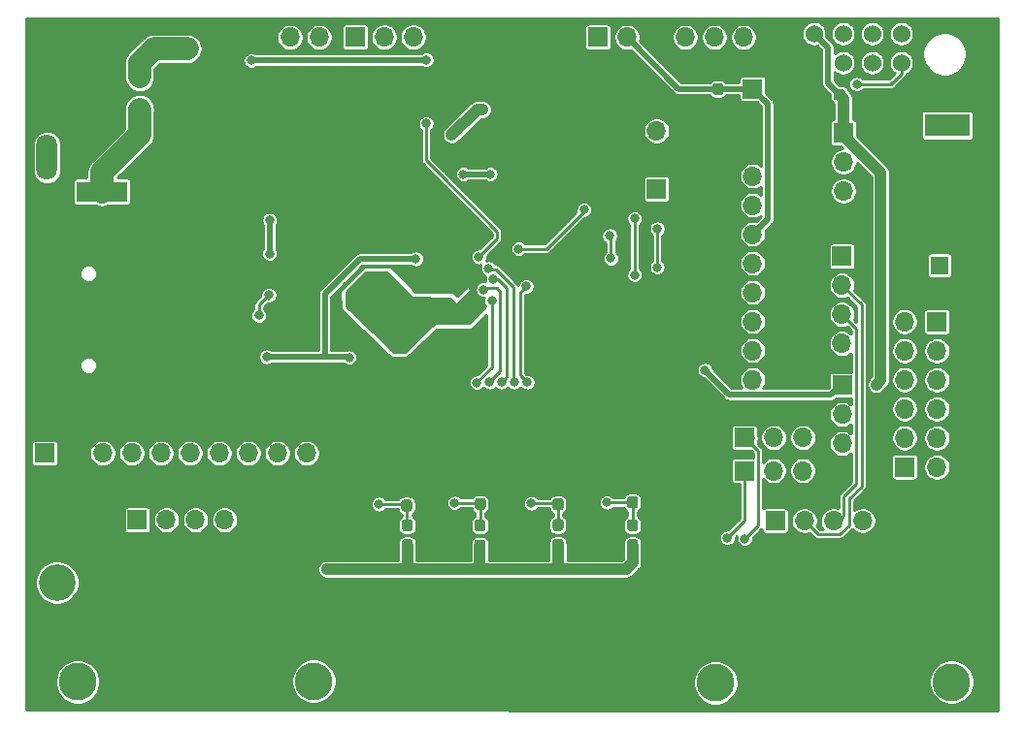
<source format=gbr>
%TF.GenerationSoftware,KiCad,Pcbnew,(5.1.6)-1*%
%TF.CreationDate,2020-09-08T21:04:45+07:00*%
%TF.ProjectId,C21_board,4332315f-626f-4617-9264-2e6b69636164,rev?*%
%TF.SameCoordinates,Original*%
%TF.FileFunction,Copper,L2,Bot*%
%TF.FilePolarity,Positive*%
%FSLAX46Y46*%
G04 Gerber Fmt 4.6, Leading zero omitted, Abs format (unit mm)*
G04 Created by KiCad (PCBNEW (5.1.6)-1) date 2020-09-08 21:04:45*
%MOMM*%
%LPD*%
G01*
G04 APERTURE LIST*
%TA.AperFunction,ComponentPad*%
%ADD10C,1.524000*%
%TD*%
%TA.AperFunction,ComponentPad*%
%ADD11R,1.524000X1.524000*%
%TD*%
%TA.AperFunction,ComponentPad*%
%ADD12O,1.700000X1.700000*%
%TD*%
%TA.AperFunction,ComponentPad*%
%ADD13R,1.700000X1.700000*%
%TD*%
%TA.AperFunction,ComponentPad*%
%ADD14C,3.200000*%
%TD*%
%TA.AperFunction,ComponentPad*%
%ADD15C,3.300000*%
%TD*%
%TA.AperFunction,ComponentPad*%
%ADD16C,1.600000*%
%TD*%
%TA.AperFunction,ComponentPad*%
%ADD17R,1.600000X1.600000*%
%TD*%
%TA.AperFunction,ComponentPad*%
%ADD18O,3.960000X1.980000*%
%TD*%
%TA.AperFunction,ComponentPad*%
%ADD19R,3.960000X1.980000*%
%TD*%
%TA.AperFunction,ComponentPad*%
%ADD20O,1.200000X1.900000*%
%TD*%
%TA.AperFunction,ComponentPad*%
%ADD21C,1.450000*%
%TD*%
%TA.AperFunction,ComponentPad*%
%ADD22R,4.400000X1.800000*%
%TD*%
%TA.AperFunction,ComponentPad*%
%ADD23O,4.000000X1.800000*%
%TD*%
%TA.AperFunction,ComponentPad*%
%ADD24O,1.800000X4.000000*%
%TD*%
%TA.AperFunction,ViaPad*%
%ADD25C,0.800000*%
%TD*%
%TA.AperFunction,Conductor*%
%ADD26C,0.350000*%
%TD*%
%TA.AperFunction,Conductor*%
%ADD27C,0.250000*%
%TD*%
%TA.AperFunction,Conductor*%
%ADD28C,0.500000*%
%TD*%
%TA.AperFunction,Conductor*%
%ADD29C,1.000000*%
%TD*%
%TA.AperFunction,Conductor*%
%ADD30C,2.000000*%
%TD*%
%TA.AperFunction,Conductor*%
%ADD31C,0.254000*%
%TD*%
G04 APERTURE END LIST*
D10*
%TO.P,nRF24,8*%
%TO.N,IRQ*%
X173720000Y-61685000D03*
%TO.P,nRF24,7*%
%TO.N,nRF24_MISO*%
X173720000Y-64225000D03*
%TO.P,nRF24,6*%
%TO.N,MOSI*%
X171180000Y-61685000D03*
%TO.P,nRF24,5*%
%TO.N,SCK*%
X171180000Y-64225000D03*
%TO.P,nRF24,4*%
%TO.N,LCD_CS*%
X168640000Y-61685000D03*
%TO.P,nRF24,3*%
%TO.N,LCD_RS*%
X168640000Y-64225000D03*
%TO.P,nRF24,2*%
%TO.N,+3V3*%
X166100000Y-61685000D03*
D11*
%TO.P,nRF24,1*%
%TO.N,GND*%
X166100000Y-64225000D03*
%TD*%
D12*
%TO.P,MPU9250,10*%
%TO.N,Net-(J3-Pad10)*%
X121835000Y-98325000D03*
%TO.P,MPU9250,9*%
%TO.N,Net-(J3-Pad9)*%
X119295000Y-98325000D03*
%TO.P,MPU9250,8*%
%TO.N,Net-(J3-Pad8)*%
X116755000Y-98325000D03*
%TO.P,MPU9250,7*%
%TO.N,Net-(J3-Pad7)*%
X114215000Y-98325000D03*
%TO.P,MPU9250,6*%
%TO.N,Net-(J3-Pad6)*%
X111675000Y-98325000D03*
%TO.P,MPU9250,5*%
%TO.N,Net-(J3-Pad5)*%
X109135000Y-98325000D03*
%TO.P,MPU9250,4*%
%TO.N,IMU_SDA*%
X106595000Y-98325000D03*
%TO.P,MPU9250,3*%
%TO.N,IMU_SCL*%
X104055000Y-98325000D03*
%TO.P,MPU9250,2*%
%TO.N,GND*%
X101515000Y-98325000D03*
D13*
%TO.P,MPU9250,1*%
%TO.N,+3V3*%
X98975000Y-98325000D03*
D14*
%TO.P,MPU9250,11*%
%TO.N,N/C*%
X100075000Y-109625000D03*
%TD*%
D12*
%TO.P,J7,5*%
%TO.N,GND*%
X117235000Y-104150000D03*
%TO.P,J7,4*%
%TO.N,+3V3*%
X114695000Y-104150000D03*
%TO.P,J7,3*%
%TO.N,Joystick1_SW*%
X112155000Y-104150000D03*
%TO.P,J7,2*%
%TO.N,Joystick1_y*%
X109615000Y-104150000D03*
D13*
%TO.P,J7,1*%
%TO.N,Joystick1_x*%
X107075000Y-104150000D03*
D15*
%TO.P,J7,7*%
%TO.N,N/C*%
X122465000Y-118240000D03*
%TO.P,J7,6*%
X101875000Y-118300000D03*
%TD*%
%TO.P,J4,6*%
%TO.N,N/C*%
X157515000Y-118375000D03*
%TO.P,J4,7*%
X178105000Y-118315000D03*
D13*
%TO.P,J4,1*%
%TO.N,Joystick2_x*%
X162715000Y-104225000D03*
D12*
%TO.P,J4,2*%
%TO.N,Joystick2_y*%
X165255000Y-104225000D03*
%TO.P,J4,3*%
%TO.N,Joystick2_SW*%
X167795000Y-104225000D03*
%TO.P,J4,4*%
%TO.N,+3V3*%
X170335000Y-104225000D03*
%TO.P,J4,5*%
%TO.N,GND*%
X172875000Y-104225000D03*
%TD*%
%TO.P,C24,2*%
%TO.N,GND*%
%TA.AperFunction,SMDPad,CuDef*%
G36*
G01*
X157487500Y-67750000D02*
X157962500Y-67750000D01*
G75*
G02*
X158200000Y-67987500I0J-237500D01*
G01*
X158200000Y-68562500D01*
G75*
G02*
X157962500Y-68800000I-237500J0D01*
G01*
X157487500Y-68800000D01*
G75*
G02*
X157250000Y-68562500I0J237500D01*
G01*
X157250000Y-67987500D01*
G75*
G02*
X157487500Y-67750000I237500J0D01*
G01*
G37*
%TD.AperFunction*%
%TO.P,C24,1*%
%TO.N,+5V*%
%TA.AperFunction,SMDPad,CuDef*%
G36*
G01*
X157487500Y-66000000D02*
X157962500Y-66000000D01*
G75*
G02*
X158200000Y-66237500I0J-237500D01*
G01*
X158200000Y-66812500D01*
G75*
G02*
X157962500Y-67050000I-237500J0D01*
G01*
X157487500Y-67050000D01*
G75*
G02*
X157250000Y-66812500I0J237500D01*
G01*
X157250000Y-66237500D01*
G75*
G02*
X157487500Y-66000000I237500J0D01*
G01*
G37*
%TD.AperFunction*%
%TD*%
%TO.P,D5,2*%
%TO.N,Net-(C20-Pad1)*%
%TA.AperFunction,SMDPad,CuDef*%
G36*
G01*
X107900000Y-66100000D02*
X106650000Y-66100000D01*
G75*
G02*
X106400000Y-65850000I0J250000D01*
G01*
X106400000Y-65100000D01*
G75*
G02*
X106650000Y-64850000I250000J0D01*
G01*
X107900000Y-64850000D01*
G75*
G02*
X108150000Y-65100000I0J-250000D01*
G01*
X108150000Y-65850000D01*
G75*
G02*
X107900000Y-66100000I-250000J0D01*
G01*
G37*
%TD.AperFunction*%
%TO.P,D5,1*%
%TO.N,+12V*%
%TA.AperFunction,SMDPad,CuDef*%
G36*
G01*
X107900000Y-68900000D02*
X106650000Y-68900000D01*
G75*
G02*
X106400000Y-68650000I0J250000D01*
G01*
X106400000Y-67900000D01*
G75*
G02*
X106650000Y-67650000I250000J0D01*
G01*
X107900000Y-67650000D01*
G75*
G02*
X108150000Y-67900000I0J-250000D01*
G01*
X108150000Y-68650000D01*
G75*
G02*
X107900000Y-68900000I-250000J0D01*
G01*
G37*
%TD.AperFunction*%
%TD*%
%TO.P,Buzzer,3*%
%TO.N,+5V*%
X152375000Y-70175000D03*
%TO.P,Buzzer,2*%
%TO.N,GND*%
X152375000Y-72715000D03*
D13*
%TO.P,Buzzer,1*%
%TO.N,Buzzer*%
X152375000Y-75255000D03*
%TD*%
D16*
%TO.P,C26,2*%
%TO.N,GND*%
X179550000Y-81925000D03*
D17*
%TO.P,C26,1*%
%TO.N,+5VP*%
X177050000Y-81925000D03*
%TD*%
D18*
%TO.P,SERVO ,2*%
%TO.N,GND*%
X177725000Y-74700000D03*
D19*
%TO.P,SERVO ,1*%
%TO.N,+5VP*%
X177725000Y-69700000D03*
%TD*%
D20*
%TO.P,USB,6*%
%TO.N,GND*%
X137525000Y-61787500D03*
X144525000Y-61787500D03*
D21*
X138525000Y-64487500D03*
X143525000Y-64487500D03*
%TD*%
D22*
%TO.P,SD card,1*%
%TO.N,+12V*%
X104000000Y-75500000D03*
D23*
%TO.P,SD card,2*%
%TO.N,GND*%
X104000000Y-69700000D03*
D24*
%TO.P,SD card,3*%
%TO.N,N/C*%
X99200000Y-72500000D03*
%TD*%
D12*
%TO.P,J10,3*%
%TO.N,Encoder1B*%
X165130000Y-96975000D03*
%TO.P,J10,2*%
%TO.N,PA7*%
X162590000Y-96975000D03*
D13*
%TO.P,J10,1*%
%TO.N,LED3*%
X160050000Y-96975000D03*
%TD*%
D12*
%TO.P,J9,3*%
%TO.N,Encoder1A*%
X165115000Y-99855000D03*
%TO.P,J9,2*%
%TO.N,PA6*%
X162575000Y-99855000D03*
D13*
%TO.P,J9,1*%
%TO.N,LED2*%
X160035000Y-99855000D03*
%TD*%
D12*
%TO.P,GND,6*%
%TO.N,GND*%
X179600000Y-99550000D03*
%TO.P,GND,5*%
X179600000Y-97010000D03*
%TO.P,GND,4*%
X179600000Y-94470000D03*
%TO.P,GND,3*%
X179600000Y-91930000D03*
%TO.P,GND,2*%
X179600000Y-89390000D03*
D13*
%TO.P,GND,1*%
X179600000Y-86850000D03*
%TD*%
D12*
%TO.P,+5V,6*%
%TO.N,+5VP*%
X176825000Y-99545000D03*
%TO.P,+5V,5*%
X176825000Y-97005000D03*
%TO.P,+5V,4*%
X176825000Y-94465000D03*
%TO.P,+5V,3*%
X176825000Y-91925000D03*
%TO.P,+5V,2*%
X176825000Y-89385000D03*
D13*
%TO.P,+5V,1*%
X176825000Y-86845000D03*
%TD*%
D12*
%TO.P,PWM,6*%
%TO.N,Encoder2A*%
X174000000Y-86825000D03*
%TO.P,PWM,5*%
%TO.N,Encoder2B*%
X174000000Y-89365000D03*
%TO.P,PWM,4*%
%TO.N,PWM2*%
X174000000Y-91905000D03*
%TO.P,PWM,3*%
%TO.N,PWM1*%
X174000000Y-94445000D03*
%TO.P,PWM,2*%
%TO.N,Encoder1B*%
X174000000Y-96985000D03*
D13*
%TO.P,PWM,1*%
%TO.N,Encoder1A*%
X174000000Y-99525000D03*
%TD*%
D12*
%TO.P,EN2,4*%
%TO.N,GND*%
X168550000Y-100020000D03*
%TO.P,EN2,3*%
%TO.N,Encoder1A*%
X168550000Y-97480000D03*
%TO.P,EN2,2*%
%TO.N,Encoder1B*%
X168550000Y-94940000D03*
D13*
%TO.P,EN2,1*%
%TO.N,+3V3*%
X168550000Y-92400000D03*
%TD*%
D12*
%TO.P,EN1,4*%
%TO.N,GND*%
X168670000Y-77960000D03*
%TO.P,EN1,3*%
%TO.N,Encoder2B*%
X168670000Y-75420000D03*
%TO.P,EN1,2*%
%TO.N,Encoder2A*%
X168670000Y-72880000D03*
D13*
%TO.P,EN1,1*%
%TO.N,+3V3*%
X168670000Y-70340000D03*
%TD*%
D12*
%TO.P,L298N,4*%
%TO.N,PWM1*%
X168545000Y-88750000D03*
%TO.P,L298N,3*%
%TO.N,Joystick2_SW*%
X168545000Y-86210000D03*
%TO.P,L298N,2*%
%TO.N,Joystick2_y*%
X168545000Y-83670000D03*
D13*
%TO.P,L298N,1*%
%TO.N,PWM2*%
X168545000Y-81130000D03*
%TD*%
%TO.P,R13,2*%
%TO.N,Button2*%
%TA.AperFunction,SMDPad,CuDef*%
G36*
G01*
X144012500Y-105125000D02*
X143537500Y-105125000D01*
G75*
G02*
X143300000Y-104887500I0J237500D01*
G01*
X143300000Y-104312500D01*
G75*
G02*
X143537500Y-104075000I237500J0D01*
G01*
X144012500Y-104075000D01*
G75*
G02*
X144250000Y-104312500I0J-237500D01*
G01*
X144250000Y-104887500D01*
G75*
G02*
X144012500Y-105125000I-237500J0D01*
G01*
G37*
%TD.AperFunction*%
%TO.P,R13,1*%
%TO.N,+3V3*%
%TA.AperFunction,SMDPad,CuDef*%
G36*
G01*
X144012500Y-106875000D02*
X143537500Y-106875000D01*
G75*
G02*
X143300000Y-106637500I0J237500D01*
G01*
X143300000Y-106062500D01*
G75*
G02*
X143537500Y-105825000I237500J0D01*
G01*
X144012500Y-105825000D01*
G75*
G02*
X144250000Y-106062500I0J-237500D01*
G01*
X144250000Y-106637500D01*
G75*
G02*
X144012500Y-106875000I-237500J0D01*
G01*
G37*
%TD.AperFunction*%
%TD*%
%TO.P,R12,2*%
%TO.N,Button3*%
%TA.AperFunction,SMDPad,CuDef*%
G36*
G01*
X137187500Y-105175000D02*
X136712500Y-105175000D01*
G75*
G02*
X136475000Y-104937500I0J237500D01*
G01*
X136475000Y-104362500D01*
G75*
G02*
X136712500Y-104125000I237500J0D01*
G01*
X137187500Y-104125000D01*
G75*
G02*
X137425000Y-104362500I0J-237500D01*
G01*
X137425000Y-104937500D01*
G75*
G02*
X137187500Y-105175000I-237500J0D01*
G01*
G37*
%TD.AperFunction*%
%TO.P,R12,1*%
%TO.N,+3V3*%
%TA.AperFunction,SMDPad,CuDef*%
G36*
G01*
X137187500Y-106925000D02*
X136712500Y-106925000D01*
G75*
G02*
X136475000Y-106687500I0J237500D01*
G01*
X136475000Y-106112500D01*
G75*
G02*
X136712500Y-105875000I237500J0D01*
G01*
X137187500Y-105875000D01*
G75*
G02*
X137425000Y-106112500I0J-237500D01*
G01*
X137425000Y-106687500D01*
G75*
G02*
X137187500Y-106925000I-237500J0D01*
G01*
G37*
%TD.AperFunction*%
%TD*%
%TO.P,R10,2*%
%TO.N,Button1*%
%TA.AperFunction,SMDPad,CuDef*%
G36*
G01*
X150512500Y-105150000D02*
X150037500Y-105150000D01*
G75*
G02*
X149800000Y-104912500I0J237500D01*
G01*
X149800000Y-104337500D01*
G75*
G02*
X150037500Y-104100000I237500J0D01*
G01*
X150512500Y-104100000D01*
G75*
G02*
X150750000Y-104337500I0J-237500D01*
G01*
X150750000Y-104912500D01*
G75*
G02*
X150512500Y-105150000I-237500J0D01*
G01*
G37*
%TD.AperFunction*%
%TO.P,R10,1*%
%TO.N,+3V3*%
%TA.AperFunction,SMDPad,CuDef*%
G36*
G01*
X150512500Y-106900000D02*
X150037500Y-106900000D01*
G75*
G02*
X149800000Y-106662500I0J237500D01*
G01*
X149800000Y-106087500D01*
G75*
G02*
X150037500Y-105850000I237500J0D01*
G01*
X150512500Y-105850000D01*
G75*
G02*
X150750000Y-106087500I0J-237500D01*
G01*
X150750000Y-106662500D01*
G75*
G02*
X150512500Y-106900000I-237500J0D01*
G01*
G37*
%TD.AperFunction*%
%TD*%
%TO.P,R2,2*%
%TO.N,NRST*%
%TA.AperFunction,SMDPad,CuDef*%
G36*
G01*
X130862500Y-105150000D02*
X130387500Y-105150000D01*
G75*
G02*
X130150000Y-104912500I0J237500D01*
G01*
X130150000Y-104337500D01*
G75*
G02*
X130387500Y-104100000I237500J0D01*
G01*
X130862500Y-104100000D01*
G75*
G02*
X131100000Y-104337500I0J-237500D01*
G01*
X131100000Y-104912500D01*
G75*
G02*
X130862500Y-105150000I-237500J0D01*
G01*
G37*
%TD.AperFunction*%
%TO.P,R2,1*%
%TO.N,+3V3*%
%TA.AperFunction,SMDPad,CuDef*%
G36*
G01*
X130862500Y-106900000D02*
X130387500Y-106900000D01*
G75*
G02*
X130150000Y-106662500I0J237500D01*
G01*
X130150000Y-106087500D01*
G75*
G02*
X130387500Y-105850000I237500J0D01*
G01*
X130862500Y-105850000D01*
G75*
G02*
X131100000Y-106087500I0J-237500D01*
G01*
X131100000Y-106662500D01*
G75*
G02*
X130862500Y-106900000I-237500J0D01*
G01*
G37*
%TD.AperFunction*%
%TD*%
D12*
%TO.P,CS RS SCL SDA LED NC NC GND GND +5v     ,11*%
%TO.N,LCD_CS*%
X160750000Y-91900000D03*
%TO.P,CS RS SCL SDA LED NC NC GND GND +5v     ,10*%
%TO.N,LCD_RST*%
X160750000Y-89360000D03*
%TO.P,CS RS SCL SDA LED NC NC GND GND +5v     ,9*%
%TO.N,LCD_RS*%
X160750000Y-86820000D03*
%TO.P,CS RS SCL SDA LED NC NC GND GND +5v     ,8*%
%TO.N,MOSI*%
X160750000Y-84280000D03*
%TO.P,CS RS SCL SDA LED NC NC GND GND +5v     ,7*%
%TO.N,SCK*%
X160750000Y-81740000D03*
%TO.P,CS RS SCL SDA LED NC NC GND GND +5v     ,6*%
%TO.N,+5V*%
X160750000Y-79200000D03*
%TO.P,CS RS SCL SDA LED NC NC GND GND +5v     ,5*%
%TO.N,Net-(J8-Pad5)*%
X160750000Y-76660000D03*
%TO.P,CS RS SCL SDA LED NC NC GND GND +5v     ,4*%
%TO.N,Net-(J8-Pad4)*%
X160750000Y-74120000D03*
%TO.P,CS RS SCL SDA LED NC NC GND GND +5v     ,3*%
%TO.N,GND*%
X160750000Y-71580000D03*
%TO.P,CS RS SCL SDA LED NC NC GND GND +5v     ,2*%
X160750000Y-69040000D03*
D13*
%TO.P,CS RS SCL SDA LED NC NC GND GND +5v     ,1*%
%TO.N,+5V*%
X160750000Y-66500000D03*
%TD*%
D12*
%TO.P,5v GND RX TX,6*%
%TO.N,Net-(J6-Pad6)*%
X159950000Y-62000000D03*
%TO.P,5v GND RX TX,5*%
%TO.N,UART1_TX*%
X157410000Y-62000000D03*
%TO.P,5v GND RX TX,4*%
%TO.N,UART1_RX*%
X154870000Y-62000000D03*
%TO.P,5v GND RX TX,3*%
%TO.N,GND*%
X152330000Y-62000000D03*
%TO.P,5v GND RX TX,2*%
%TO.N,+5V*%
X149790000Y-62000000D03*
D13*
%TO.P,5v GND RX TX,1*%
%TO.N,Net-(J6-Pad1)*%
X147250000Y-62000000D03*
%TD*%
D12*
%TO.P,3.3v CLK DIO GND,4*%
%TO.N,GND*%
X133690000Y-61990000D03*
%TO.P,3.3v CLK DIO GND,3*%
%TO.N,SWDIO*%
X131150000Y-61990000D03*
%TO.P,3.3v CLK DIO GND,2*%
%TO.N,SWCLK*%
X128610000Y-61990000D03*
D13*
%TO.P,3.3v CLK DIO GND,1*%
%TO.N,+3V3*%
X126070000Y-61990000D03*
%TD*%
D12*
%TO.P,BOOT,3*%
%TO.N,+3V3*%
X122930000Y-62000000D03*
%TO.P,BOOT,2*%
%TO.N,BOOT0*%
X120390000Y-62000000D03*
D13*
%TO.P,BOOT,1*%
%TO.N,GND*%
X117850000Y-62000000D03*
%TD*%
%TO.P,C18,2*%
%TO.N,GND*%
%TA.AperFunction,SMDPad,CuDef*%
G36*
G01*
X144012500Y-101575000D02*
X143537500Y-101575000D01*
G75*
G02*
X143300000Y-101337500I0J237500D01*
G01*
X143300000Y-100762500D01*
G75*
G02*
X143537500Y-100525000I237500J0D01*
G01*
X144012500Y-100525000D01*
G75*
G02*
X144250000Y-100762500I0J-237500D01*
G01*
X144250000Y-101337500D01*
G75*
G02*
X144012500Y-101575000I-237500J0D01*
G01*
G37*
%TD.AperFunction*%
%TO.P,C18,1*%
%TO.N,Button2*%
%TA.AperFunction,SMDPad,CuDef*%
G36*
G01*
X144012500Y-103325000D02*
X143537500Y-103325000D01*
G75*
G02*
X143300000Y-103087500I0J237500D01*
G01*
X143300000Y-102512500D01*
G75*
G02*
X143537500Y-102275000I237500J0D01*
G01*
X144012500Y-102275000D01*
G75*
G02*
X144250000Y-102512500I0J-237500D01*
G01*
X144250000Y-103087500D01*
G75*
G02*
X144012500Y-103325000I-237500J0D01*
G01*
G37*
%TD.AperFunction*%
%TD*%
%TO.P,C17,2*%
%TO.N,GND*%
%TA.AperFunction,SMDPad,CuDef*%
G36*
G01*
X137237500Y-101525000D02*
X136762500Y-101525000D01*
G75*
G02*
X136525000Y-101287500I0J237500D01*
G01*
X136525000Y-100712500D01*
G75*
G02*
X136762500Y-100475000I237500J0D01*
G01*
X137237500Y-100475000D01*
G75*
G02*
X137475000Y-100712500I0J-237500D01*
G01*
X137475000Y-101287500D01*
G75*
G02*
X137237500Y-101525000I-237500J0D01*
G01*
G37*
%TD.AperFunction*%
%TO.P,C17,1*%
%TO.N,Button3*%
%TA.AperFunction,SMDPad,CuDef*%
G36*
G01*
X137237500Y-103275000D02*
X136762500Y-103275000D01*
G75*
G02*
X136525000Y-103037500I0J237500D01*
G01*
X136525000Y-102462500D01*
G75*
G02*
X136762500Y-102225000I237500J0D01*
G01*
X137237500Y-102225000D01*
G75*
G02*
X137475000Y-102462500I0J-237500D01*
G01*
X137475000Y-103037500D01*
G75*
G02*
X137237500Y-103275000I-237500J0D01*
G01*
G37*
%TD.AperFunction*%
%TD*%
%TO.P,C15,2*%
%TO.N,GND*%
%TA.AperFunction,SMDPad,CuDef*%
G36*
G01*
X167100000Y-66787500D02*
X167100000Y-67262500D01*
G75*
G02*
X166862500Y-67500000I-237500J0D01*
G01*
X166287500Y-67500000D01*
G75*
G02*
X166050000Y-67262500I0J237500D01*
G01*
X166050000Y-66787500D01*
G75*
G02*
X166287500Y-66550000I237500J0D01*
G01*
X166862500Y-66550000D01*
G75*
G02*
X167100000Y-66787500I0J-237500D01*
G01*
G37*
%TD.AperFunction*%
%TO.P,C15,1*%
%TO.N,+3V3*%
%TA.AperFunction,SMDPad,CuDef*%
G36*
G01*
X168850000Y-66787500D02*
X168850000Y-67262500D01*
G75*
G02*
X168612500Y-67500000I-237500J0D01*
G01*
X168037500Y-67500000D01*
G75*
G02*
X167800000Y-67262500I0J237500D01*
G01*
X167800000Y-66787500D01*
G75*
G02*
X168037500Y-66550000I237500J0D01*
G01*
X168612500Y-66550000D01*
G75*
G02*
X168850000Y-66787500I0J-237500D01*
G01*
G37*
%TD.AperFunction*%
%TD*%
%TO.P,C14,2*%
%TO.N,GND*%
%TA.AperFunction,SMDPad,CuDef*%
G36*
G01*
X150512500Y-101400000D02*
X150037500Y-101400000D01*
G75*
G02*
X149800000Y-101162500I0J237500D01*
G01*
X149800000Y-100587500D01*
G75*
G02*
X150037500Y-100350000I237500J0D01*
G01*
X150512500Y-100350000D01*
G75*
G02*
X150750000Y-100587500I0J-237500D01*
G01*
X150750000Y-101162500D01*
G75*
G02*
X150512500Y-101400000I-237500J0D01*
G01*
G37*
%TD.AperFunction*%
%TO.P,C14,1*%
%TO.N,Button1*%
%TA.AperFunction,SMDPad,CuDef*%
G36*
G01*
X150512500Y-103150000D02*
X150037500Y-103150000D01*
G75*
G02*
X149800000Y-102912500I0J237500D01*
G01*
X149800000Y-102337500D01*
G75*
G02*
X150037500Y-102100000I237500J0D01*
G01*
X150512500Y-102100000D01*
G75*
G02*
X150750000Y-102337500I0J-237500D01*
G01*
X150750000Y-102912500D01*
G75*
G02*
X150512500Y-103150000I-237500J0D01*
G01*
G37*
%TD.AperFunction*%
%TD*%
%TO.P,C3,2*%
%TO.N,GND*%
%TA.AperFunction,SMDPad,CuDef*%
G36*
G01*
X130812500Y-101675000D02*
X130337500Y-101675000D01*
G75*
G02*
X130100000Y-101437500I0J237500D01*
G01*
X130100000Y-100862500D01*
G75*
G02*
X130337500Y-100625000I237500J0D01*
G01*
X130812500Y-100625000D01*
G75*
G02*
X131050000Y-100862500I0J-237500D01*
G01*
X131050000Y-101437500D01*
G75*
G02*
X130812500Y-101675000I-237500J0D01*
G01*
G37*
%TD.AperFunction*%
%TO.P,C3,1*%
%TO.N,NRST*%
%TA.AperFunction,SMDPad,CuDef*%
G36*
G01*
X130812500Y-103425000D02*
X130337500Y-103425000D01*
G75*
G02*
X130100000Y-103187500I0J237500D01*
G01*
X130100000Y-102612500D01*
G75*
G02*
X130337500Y-102375000I237500J0D01*
G01*
X130812500Y-102375000D01*
G75*
G02*
X131050000Y-102612500I0J-237500D01*
G01*
X131050000Y-103187500D01*
G75*
G02*
X130812500Y-103425000I-237500J0D01*
G01*
G37*
%TD.AperFunction*%
%TD*%
D25*
%TO.N,GND*%
X157675000Y-68050000D03*
X114250000Y-62750000D03*
X130650000Y-99850000D03*
X137000000Y-99700000D03*
X143700000Y-99750000D03*
X134650000Y-73200000D03*
X147400000Y-84675000D03*
X130250000Y-90750000D03*
X132175000Y-87125000D03*
X128625000Y-82875000D03*
X132350000Y-83900000D03*
X139075000Y-73975000D03*
X119375000Y-88800000D03*
X111875000Y-84300000D03*
X150225000Y-99600000D03*
X128250000Y-66750000D03*
X130250000Y-68500000D03*
X117250000Y-67250000D03*
X138550000Y-66900000D03*
X117000000Y-74500000D03*
X105250000Y-79500000D03*
X129700000Y-84000000D03*
X139275000Y-116025000D03*
X158550000Y-104275000D03*
X155200000Y-101175000D03*
X145825000Y-95625000D03*
X125675000Y-87850000D03*
X122575000Y-87550000D03*
X134450000Y-76025000D03*
X129975000Y-80500000D03*
X135750000Y-71475000D03*
X132825000Y-76050000D03*
X131350000Y-76050000D03*
X128150000Y-75850000D03*
X126025000Y-76475000D03*
X122505000Y-79745000D03*
X155200000Y-86275000D03*
X159350000Y-72425000D03*
X159075000Y-70175000D03*
X110025000Y-106050000D03*
X112825000Y-106025000D03*
X102575000Y-109700000D03*
X102575000Y-111850000D03*
X106775000Y-111775000D03*
X106775000Y-109825000D03*
X106950000Y-116050000D03*
X112050000Y-115950000D03*
X111825000Y-111625000D03*
X116625000Y-111550000D03*
X116775000Y-115975000D03*
X121625000Y-111450000D03*
X154025000Y-115700000D03*
X155950000Y-113450000D03*
X157850000Y-111500000D03*
X160075000Y-109375000D03*
X162425000Y-107125000D03*
X165575000Y-106125000D03*
X173125000Y-106100000D03*
X108225000Y-78200000D03*
X101400000Y-78300000D03*
X109575000Y-74625000D03*
X126050000Y-69800000D03*
X120325000Y-72725000D03*
X122025000Y-70675000D03*
X154575000Y-72150000D03*
X150750000Y-73700000D03*
X148325000Y-76275000D03*
X158400000Y-64875000D03*
X151050000Y-64650000D03*
X172450000Y-69600000D03*
X181150000Y-66275000D03*
X180925000Y-69600000D03*
X180750000Y-73525000D03*
X179800000Y-78850000D03*
X179800000Y-83600000D03*
X180700000Y-102800000D03*
X178300000Y-102800000D03*
X175600000Y-102825000D03*
X175625000Y-106150000D03*
X178225000Y-106125000D03*
X180675000Y-106125000D03*
X180700000Y-109225000D03*
X178200000Y-109225000D03*
X175475000Y-109225000D03*
X173200000Y-109225000D03*
X173225000Y-112725000D03*
X175500000Y-112700000D03*
X178225000Y-112675000D03*
X180750000Y-112675000D03*
X170125000Y-110325000D03*
X170125000Y-112725000D03*
X167500000Y-110350000D03*
X167500000Y-112725000D03*
X142225000Y-82375000D03*
X151300000Y-84225000D03*
X136050000Y-81850000D03*
X123250000Y-94400000D03*
X112600000Y-94225000D03*
X110175000Y-94200000D03*
X107825000Y-94175000D03*
X107750000Y-89000000D03*
X105675000Y-89025000D03*
X114975000Y-94275000D03*
X126175000Y-94550000D03*
X126375000Y-103600000D03*
X132725000Y-103575000D03*
X146175000Y-103550000D03*
X139350000Y-103550000D03*
X151400000Y-103325000D03*
X156200000Y-104000000D03*
X155350000Y-84275000D03*
X153300000Y-84250000D03*
X148500000Y-71500000D03*
X147025000Y-72975000D03*
X144850000Y-69100000D03*
X143450000Y-71475000D03*
X141075000Y-72075000D03*
X138375000Y-69575000D03*
X134975000Y-66825000D03*
X133800000Y-65675000D03*
X125855001Y-65244999D03*
X139250000Y-113875000D03*
X139250000Y-111200000D03*
X143700000Y-111175000D03*
X143750000Y-113900000D03*
X133100000Y-110975000D03*
X130200000Y-110925000D03*
X131775000Y-112900000D03*
X134375000Y-112925000D03*
X134375000Y-115050000D03*
X124850000Y-115725000D03*
X128075000Y-115775000D03*
X164150000Y-112725000D03*
X164150000Y-110150000D03*
X161075000Y-112725000D03*
X161075000Y-116225000D03*
X164275000Y-116300000D03*
X167650000Y-116275000D03*
X170300000Y-116275000D03*
X166350000Y-72100000D03*
X164950000Y-73575000D03*
X163050000Y-84825000D03*
X163075000Y-86900000D03*
X163100000Y-89125000D03*
X163050000Y-90975000D03*
X155100000Y-88375000D03*
X163700000Y-66825000D03*
X165175000Y-66825000D03*
X164750000Y-62575000D03*
X162375000Y-62575000D03*
X142050000Y-62150000D03*
X140175000Y-62125000D03*
X135650000Y-62050000D03*
X104425000Y-64475000D03*
X101875000Y-64475000D03*
X99050000Y-64475000D03*
X99050000Y-66900000D03*
X99050000Y-61925000D03*
X101850000Y-61850000D03*
X104475000Y-61825000D03*
X104425000Y-66925000D03*
X101875000Y-66950000D03*
X98575000Y-78350000D03*
X98575000Y-81025000D03*
X98650000Y-83650000D03*
X98675000Y-86450000D03*
X98675000Y-89350000D03*
X98700000Y-91975000D03*
X173200000Y-116200000D03*
X175575000Y-116250000D03*
X171900000Y-100100000D03*
X171200000Y-95925000D03*
X171375000Y-93850000D03*
X166800000Y-86200000D03*
X166800000Y-84500000D03*
X163075000Y-83300000D03*
X156875000Y-86250000D03*
X156850000Y-88350000D03*
X153100000Y-86300000D03*
X146525000Y-85625000D03*
X147825000Y-86875000D03*
X149200000Y-88325000D03*
X150400000Y-89600000D03*
X151775000Y-90950000D03*
X153050000Y-92275000D03*
X155000000Y-92275000D03*
X156600000Y-92375000D03*
X150350000Y-87375000D03*
X151550000Y-88525000D03*
X152900000Y-89925000D03*
X154075000Y-90950000D03*
X149050000Y-85975000D03*
X133025000Y-96275000D03*
X134275000Y-95050000D03*
X135425000Y-93875000D03*
X128450000Y-98275000D03*
X126400000Y-101100000D03*
X123450000Y-102975000D03*
X121500000Y-103025000D03*
X105675000Y-94175000D03*
X103600000Y-94175000D03*
X119325000Y-91800000D03*
X121125000Y-88775000D03*
X122575000Y-88800000D03*
X122550000Y-86150000D03*
X121150000Y-87525000D03*
X166800000Y-96800000D03*
X166250000Y-94750000D03*
X162875000Y-101600000D03*
X138325000Y-96375000D03*
X138275000Y-98175000D03*
X144575000Y-94250000D03*
X143225000Y-92725000D03*
X143350000Y-94575000D03*
X152675000Y-67150000D03*
X151325000Y-68550000D03*
X149875000Y-70125000D03*
X146575000Y-67650000D03*
X148100000Y-66400000D03*
X149700000Y-64950000D03*
X107950000Y-106075000D03*
X106400000Y-101900000D03*
X137725000Y-72575000D03*
X135600000Y-67850000D03*
X137150000Y-69600000D03*
X138325000Y-70775000D03*
X139550000Y-72075000D03*
X141075000Y-73550000D03*
X139400000Y-81300000D03*
X141500000Y-81525000D03*
X138875000Y-80275000D03*
X163700000Y-68975000D03*
X162975000Y-71000000D03*
X152000000Y-115700000D03*
X153850000Y-113500000D03*
X155825000Y-111450000D03*
X157900000Y-109400000D03*
X160000000Y-107200000D03*
X161025000Y-118875000D03*
X164150000Y-118950000D03*
X167750000Y-119025000D03*
X170500000Y-118950000D03*
X173325000Y-119000000D03*
X175525000Y-119000000D03*
X145700000Y-74275000D03*
X152750000Y-119775000D03*
X149425000Y-119775000D03*
X146250000Y-119775000D03*
X142875000Y-119750000D03*
X139500000Y-119800000D03*
X136350000Y-119750000D03*
X133150000Y-119750000D03*
X129575000Y-119700000D03*
X126300000Y-119700000D03*
X116950000Y-119550000D03*
X112175000Y-119350000D03*
X107025000Y-119125000D03*
X102425000Y-115500000D03*
X99200000Y-115350000D03*
X129300000Y-74500000D03*
X131375000Y-74550000D03*
X127025000Y-74600000D03*
X116305000Y-79745000D03*
X120780000Y-79745000D03*
X121375000Y-81250000D03*
X120300000Y-82425000D03*
X119275000Y-83425000D03*
X156575000Y-68825000D03*
X156325000Y-70525000D03*
X156325000Y-72225000D03*
X156325000Y-73975000D03*
X156275000Y-75700000D03*
X154425000Y-75700000D03*
X154500000Y-73925000D03*
X154575000Y-70475000D03*
X169825000Y-62975000D03*
X147275000Y-77750000D03*
X148700000Y-77750000D03*
X145700000Y-75775000D03*
X143375000Y-72900000D03*
X143375000Y-74225000D03*
X143375000Y-75575000D03*
X143200000Y-76925000D03*
X174225000Y-84925000D03*
X174225000Y-83375000D03*
X174275000Y-81950000D03*
X166575000Y-81400000D03*
X166600000Y-79950000D03*
X166625000Y-78500000D03*
X166625000Y-77025000D03*
X169925000Y-79375000D03*
X170050000Y-81900000D03*
X121675000Y-115750000D03*
X104275000Y-104250000D03*
X102075000Y-104150000D03*
X102150000Y-101275000D03*
X104450000Y-101125000D03*
X98975000Y-106725000D03*
X134900000Y-64375000D03*
X136575000Y-64375000D03*
X136375000Y-65750000D03*
X137150000Y-66700000D03*
X139700000Y-66050000D03*
X142800000Y-66850000D03*
X144600000Y-66950000D03*
X145300000Y-64325000D03*
X149475000Y-111050000D03*
X174450000Y-67975000D03*
X172775000Y-67950000D03*
X171650000Y-71200000D03*
X175075000Y-66725000D03*
X176375000Y-67650000D03*
X178775000Y-67850000D03*
X180925000Y-68000000D03*
X180625000Y-64850000D03*
X177875000Y-66150000D03*
X180400000Y-62075000D03*
%TO.N,NRST*%
X128150000Y-102775000D03*
X138000000Y-85000000D03*
X136700000Y-92175000D03*
%TO.N,+5V*%
X132275000Y-63975000D03*
X117025000Y-64025000D03*
%TO.N,+3V3*%
X123625000Y-108475000D03*
X131375000Y-81350000D03*
X118600000Y-80910000D03*
X125550000Y-89975000D03*
X137850000Y-73950000D03*
X118624999Y-77975000D03*
X118375000Y-89900000D03*
X171525000Y-92325000D03*
X135525000Y-73950000D03*
X156575000Y-91075000D03*
X134502999Y-70522001D03*
X137187500Y-68312500D03*
%TO.N,Button1*%
X148025000Y-102625000D03*
X137700000Y-82200000D03*
X139950000Y-92125000D03*
%TO.N,Button3*%
X134750000Y-102675000D03*
X137250000Y-84025000D03*
X137800000Y-92100000D03*
%TO.N,Button2*%
X138150000Y-83125000D03*
X138850000Y-92125000D03*
X141450000Y-102700000D03*
%TO.N,BOOT0*%
X136879840Y-81180160D03*
X132275000Y-69525000D03*
%TO.N,LCD_CS*%
X150450000Y-77825000D03*
X150450000Y-82775000D03*
%TO.N,LCD_RS*%
X152425000Y-78725000D03*
X152425000Y-82075000D03*
%TO.N,MOSI*%
X148275000Y-79325000D03*
X148395000Y-81300000D03*
%TO.N,nRF24_MISO*%
X169825000Y-66100000D03*
%TO.N,LED2*%
X158550000Y-105725000D03*
%TO.N,LED3*%
X160062500Y-105787500D03*
%TO.N,LED1*%
X141000000Y-83750000D03*
X141075000Y-92125000D03*
%TO.N,SD_MISO*%
X118550000Y-84500000D03*
X117675000Y-86300000D03*
%TO.N,Buzzer*%
X140350000Y-80478360D03*
X146050000Y-77075000D03*
%TO.N,Net-(C20-Pad1)*%
X111500000Y-62500000D03*
X110350000Y-62475000D03*
X109225000Y-62475000D03*
X111525000Y-63575000D03*
X110325000Y-63550000D03*
X109225000Y-63550000D03*
%TD*%
D26*
%TO.N,GND*%
X138947002Y-73900000D02*
X138222001Y-73174999D01*
X139200000Y-73900000D02*
X138947002Y-73900000D01*
D27*
X143775000Y-100850000D02*
X143775000Y-101225000D01*
X143775000Y-101225000D02*
X143775000Y-101225000D01*
%TO.N,NRST*%
X130600000Y-104750000D02*
X130625000Y-104775000D01*
X130600000Y-103175000D02*
X130600000Y-104750000D01*
D26*
X130550000Y-103225000D02*
X130600000Y-103175000D01*
D27*
X136700000Y-92126998D02*
X136700000Y-92175000D01*
X138000000Y-90826998D02*
X136700000Y-92126998D01*
X138000000Y-85000000D02*
X138000000Y-90826998D01*
X130450000Y-102775000D02*
X130575000Y-102900000D01*
X128150000Y-102775000D02*
X129400000Y-102775000D01*
X129250000Y-102775000D02*
X129400000Y-102775000D01*
X129400000Y-102775000D02*
X130450000Y-102775000D01*
D28*
%TO.N,+5V*%
X132275000Y-63975000D02*
X117250000Y-63975000D01*
X154290000Y-66500000D02*
X160750000Y-66500000D01*
X149790000Y-62000000D02*
X154290000Y-66500000D01*
X162050001Y-77899999D02*
X160750000Y-79200000D01*
X162050001Y-67800001D02*
X162050001Y-77899999D01*
X160750000Y-66500000D02*
X162050001Y-67800001D01*
D26*
%TO.N,+3V3*%
X168024999Y-69694999D02*
X168670000Y-70340000D01*
X137850000Y-73950000D02*
X135950000Y-73950000D01*
X156575000Y-91075000D02*
X156575000Y-91075000D01*
X150050000Y-106000000D02*
X150275000Y-106225000D01*
D27*
X150150000Y-106350000D02*
X150275000Y-106225000D01*
D26*
X124750000Y-89850000D02*
X124700000Y-89900000D01*
X150125000Y-106375000D02*
X150275000Y-106225000D01*
D28*
X168327999Y-69997999D02*
X168670000Y-70340000D01*
X168620000Y-92170000D02*
X167664999Y-93125001D01*
X167664999Y-93125001D02*
X167649999Y-93125001D01*
X167649999Y-93125001D02*
X167649999Y-93150001D01*
X158700001Y-93200001D02*
X156575000Y-91075000D01*
X167599999Y-93200001D02*
X158700001Y-93200001D01*
X167649999Y-93150001D02*
X167599999Y-93200001D01*
X137850000Y-73950000D02*
X135775000Y-73950000D01*
X124700000Y-89900000D02*
X125550000Y-89900000D01*
X150200000Y-106150000D02*
X150275000Y-106225000D01*
D29*
X168670000Y-67370000D02*
X168325000Y-67025000D01*
X168670000Y-70340000D02*
X168670000Y-67370000D01*
X168670000Y-70585998D02*
X168670000Y-70340000D01*
X171925000Y-73840998D02*
X170954501Y-72870499D01*
X171525000Y-92325000D02*
X171925000Y-91925000D01*
X171925000Y-91925000D02*
X171925000Y-73840998D01*
D28*
X123425001Y-89874999D02*
X123400000Y-89900000D01*
X123425001Y-84424999D02*
X123425001Y-89874999D01*
X124700000Y-83150000D02*
X123425001Y-84424999D01*
X123400000Y-89900000D02*
X118375000Y-89900000D01*
X124700000Y-89900000D02*
X123400000Y-89900000D01*
X124700000Y-83125000D02*
X124700000Y-83150000D01*
X126474999Y-81350001D02*
X124700000Y-83125000D01*
X118624999Y-80885001D02*
X118600000Y-80910000D01*
X118624999Y-77975000D02*
X118624999Y-80885001D01*
D29*
X150275000Y-107875000D02*
X150275000Y-106375000D01*
X149675000Y-108475000D02*
X150275000Y-107875000D01*
X143775000Y-106350000D02*
X143775000Y-108325000D01*
X143775000Y-108325000D02*
X143925000Y-108475000D01*
X143925000Y-108475000D02*
X149675000Y-108475000D01*
X136950000Y-108325000D02*
X136800000Y-108475000D01*
X136950000Y-106400000D02*
X136950000Y-108325000D01*
X136800000Y-108475000D02*
X143925000Y-108475000D01*
X130625000Y-108225000D02*
X130375000Y-108475000D01*
X130625000Y-106375000D02*
X130625000Y-108225000D01*
X123625000Y-108475000D02*
X130375000Y-108475000D01*
X130375000Y-108475000D02*
X136800000Y-108475000D01*
X136712500Y-68312500D02*
X137187500Y-68312500D01*
X134502999Y-70522001D02*
X136712500Y-68312500D01*
D28*
X167312001Y-66012001D02*
X168325000Y-67025000D01*
X167312001Y-62897001D02*
X167312001Y-66012001D01*
X166100000Y-61685000D02*
X167312001Y-62897001D01*
X131375000Y-81350000D02*
X126474999Y-81350001D01*
D29*
X170954501Y-72870499D02*
X168670000Y-70585998D01*
D27*
%TO.N,Button1*%
X137595822Y-82250000D02*
X137500000Y-82250000D01*
X137572680Y-82250000D02*
X137500000Y-82250000D01*
X138325000Y-82250000D02*
X137500000Y-82250000D01*
X139850000Y-83775000D02*
X138325000Y-82250000D01*
X150275000Y-104475000D02*
X150275000Y-102975000D01*
X139850000Y-92025000D02*
X139950000Y-92125000D01*
X139850000Y-83775000D02*
X139850000Y-92025000D01*
X150250000Y-102650000D02*
X150275000Y-102625000D01*
X148025000Y-102625000D02*
X150275000Y-102625000D01*
%TO.N,Button3*%
X137800000Y-92100000D02*
X137800000Y-92000020D01*
X136975000Y-102800000D02*
X137000000Y-102775000D01*
X136975000Y-104430000D02*
X136975000Y-102800000D01*
X138725001Y-90850001D02*
X138725001Y-90988587D01*
X136925000Y-102675000D02*
X137000000Y-102750000D01*
X138725001Y-91174999D02*
X138725001Y-90850001D01*
X137800000Y-92100000D02*
X138725001Y-91174999D01*
X134650000Y-102675000D02*
X136225000Y-102675000D01*
X135425000Y-102675000D02*
X136225000Y-102675000D01*
X136225000Y-102675000D02*
X136925000Y-102675000D01*
X138725001Y-84200001D02*
X138725001Y-84651999D01*
X138725001Y-84651999D02*
X138725001Y-90850001D01*
X137166501Y-83916501D02*
X138441501Y-83916501D01*
X138441501Y-83916501D02*
X138725001Y-84200001D01*
%TO.N,Button2*%
X139100000Y-92125000D02*
X139100000Y-92125000D01*
X138850000Y-92051998D02*
X138850000Y-92125000D01*
X143775000Y-102975000D02*
X143775000Y-104600000D01*
X139319304Y-91655696D02*
X139319304Y-83919304D01*
X138850000Y-92125000D02*
X139319304Y-91655696D01*
X143675000Y-102700000D02*
X143775000Y-102800000D01*
X141450000Y-102700000D02*
X143675000Y-102700000D01*
X138525000Y-83125000D02*
X139319304Y-83919304D01*
X138150000Y-83125000D02*
X138525000Y-83125000D01*
%TO.N,BOOT0*%
X132425000Y-69575000D02*
X132425000Y-69575000D01*
X132275000Y-72750000D02*
X132275000Y-69525000D01*
X138450000Y-79610000D02*
X138450000Y-78951998D01*
X136879840Y-81180160D02*
X138450000Y-79610000D01*
X138450000Y-78951998D02*
X133525000Y-74026998D01*
X133525000Y-74026998D02*
X133525000Y-74000000D01*
X133525000Y-74000000D02*
X132275000Y-72750000D01*
%TO.N,Joystick2_y*%
X170245011Y-85370011D02*
X168545000Y-83670000D01*
X170245011Y-101209318D02*
X170245011Y-85370011D01*
X169159999Y-104599003D02*
X169159999Y-102294330D01*
X168359001Y-105400001D02*
X169159999Y-104599003D01*
X166430001Y-105400001D02*
X168359001Y-105400001D01*
X169159999Y-102294330D02*
X170245011Y-101209318D01*
X165255000Y-104225000D02*
X166430001Y-105400001D01*
%TO.N,Joystick2_SW*%
X169795001Y-101022918D02*
X169795001Y-87460001D01*
X169795001Y-87460001D02*
X168545000Y-86210000D01*
X167795000Y-104225000D02*
X167795000Y-103580000D01*
X168709989Y-103790011D02*
X168709989Y-102107930D01*
X168275000Y-104225000D02*
X168709989Y-103790011D01*
X168709989Y-102107930D02*
X169795001Y-101022918D01*
X167795000Y-104225000D02*
X168275000Y-104225000D01*
%TO.N,LCD_CS*%
X150450000Y-82775000D02*
X150450000Y-77825000D01*
%TO.N,LCD_RS*%
X152425000Y-78725000D02*
X152424999Y-79290686D01*
X152425000Y-82075000D02*
X152425000Y-78725000D01*
%TO.N,MOSI*%
X148275000Y-79325000D02*
X148275000Y-79325000D01*
X148395000Y-79445000D02*
X148275000Y-79325000D01*
X148395000Y-81530000D02*
X148395000Y-79445000D01*
%TO.N,nRF24_MISO*%
X172770000Y-66100000D02*
X172897500Y-65972500D01*
X169825000Y-66100000D02*
X172770000Y-66100000D01*
X173720000Y-64225000D02*
X173720000Y-65180000D01*
X172800000Y-66100000D02*
X169825000Y-66100000D01*
X173720000Y-65180000D02*
X172800000Y-66100000D01*
D26*
%TO.N,LED2*%
X158550000Y-105725000D02*
X158550000Y-105725000D01*
D27*
X160035000Y-104240000D02*
X158550000Y-105725000D01*
X160035000Y-99855000D02*
X160035000Y-104240000D01*
D26*
%TO.N,LED3*%
X160050000Y-97000000D02*
X160776998Y-97000000D01*
X160062500Y-105787500D02*
X160025000Y-105825000D01*
D27*
X161210001Y-98135001D02*
X160050000Y-96975000D01*
X161210001Y-104639999D02*
X161210001Y-98135001D01*
X160062500Y-105787500D02*
X161210001Y-104639999D01*
%TO.N,LED1*%
X141125000Y-92100000D02*
X141125000Y-92100000D01*
X141075000Y-92125000D02*
X140450000Y-91500000D01*
X140450000Y-84300000D02*
X141000000Y-83750000D01*
X140450000Y-91500000D02*
X140450000Y-84300000D01*
D30*
%TO.N,+12V*%
X104000000Y-73769862D02*
X107250000Y-70519862D01*
X104000000Y-75500000D02*
X104000000Y-73769862D01*
X107250000Y-70519862D02*
X107250000Y-70500000D01*
X107250000Y-68300000D02*
X107275000Y-68275000D01*
X107250000Y-70519862D02*
X107250000Y-68300000D01*
D27*
%TO.N,SD_MISO*%
X118500000Y-84800000D02*
X118550000Y-84750000D01*
X117675000Y-85375000D02*
X118550000Y-84500000D01*
X117675000Y-86300000D02*
X117675000Y-85375000D01*
%TO.N,Buzzer*%
X140350000Y-80478360D02*
X142001640Y-80478360D01*
X142001640Y-80473360D02*
X142001640Y-80478360D01*
X142001640Y-80473360D02*
X142776640Y-80473360D01*
X142776640Y-80473360D02*
X146125000Y-77125000D01*
D30*
%TO.N,Net-(C20-Pad1)*%
X107275000Y-64250000D02*
X108525000Y-63000000D01*
X108525000Y-63000000D02*
X111425000Y-63000000D01*
X107275000Y-65475000D02*
X107275000Y-64250000D01*
%TD*%
D31*
%TO.N,GND*%
G36*
X182148000Y-119982708D02*
G01*
X182148000Y-119982709D01*
X182148001Y-120772898D01*
X97352000Y-120748103D01*
X97352000Y-118105282D01*
X99898000Y-118105282D01*
X99898000Y-118494718D01*
X99973975Y-118876670D01*
X100123005Y-119236461D01*
X100339364Y-119560264D01*
X100614736Y-119835636D01*
X100938539Y-120051995D01*
X101298330Y-120201025D01*
X101680282Y-120277000D01*
X102069718Y-120277000D01*
X102451670Y-120201025D01*
X102811461Y-120051995D01*
X103135264Y-119835636D01*
X103410636Y-119560264D01*
X103626995Y-119236461D01*
X103776025Y-118876670D01*
X103852000Y-118494718D01*
X103852000Y-118105282D01*
X103840066Y-118045282D01*
X120488000Y-118045282D01*
X120488000Y-118434718D01*
X120563975Y-118816670D01*
X120713005Y-119176461D01*
X120929364Y-119500264D01*
X121204736Y-119775636D01*
X121528539Y-119991995D01*
X121888330Y-120141025D01*
X122270282Y-120217000D01*
X122659718Y-120217000D01*
X123041670Y-120141025D01*
X123401461Y-119991995D01*
X123725264Y-119775636D01*
X124000636Y-119500264D01*
X124216995Y-119176461D01*
X124366025Y-118816670D01*
X124442000Y-118434718D01*
X124442000Y-118180282D01*
X155538000Y-118180282D01*
X155538000Y-118569718D01*
X155613975Y-118951670D01*
X155763005Y-119311461D01*
X155979364Y-119635264D01*
X156254736Y-119910636D01*
X156578539Y-120126995D01*
X156938330Y-120276025D01*
X157320282Y-120352000D01*
X157709718Y-120352000D01*
X158091670Y-120276025D01*
X158451461Y-120126995D01*
X158775264Y-119910636D01*
X159050636Y-119635264D01*
X159266995Y-119311461D01*
X159416025Y-118951670D01*
X159492000Y-118569718D01*
X159492000Y-118180282D01*
X159480066Y-118120282D01*
X176128000Y-118120282D01*
X176128000Y-118509718D01*
X176203975Y-118891670D01*
X176353005Y-119251461D01*
X176569364Y-119575264D01*
X176844736Y-119850636D01*
X177168539Y-120066995D01*
X177528330Y-120216025D01*
X177910282Y-120292000D01*
X178299718Y-120292000D01*
X178681670Y-120216025D01*
X179041461Y-120066995D01*
X179365264Y-119850636D01*
X179640636Y-119575264D01*
X179856995Y-119251461D01*
X180006025Y-118891670D01*
X180082000Y-118509718D01*
X180082000Y-118120282D01*
X180006025Y-117738330D01*
X179856995Y-117378539D01*
X179640636Y-117054736D01*
X179365264Y-116779364D01*
X179041461Y-116563005D01*
X178681670Y-116413975D01*
X178299718Y-116338000D01*
X177910282Y-116338000D01*
X177528330Y-116413975D01*
X177168539Y-116563005D01*
X176844736Y-116779364D01*
X176569364Y-117054736D01*
X176353005Y-117378539D01*
X176203975Y-117738330D01*
X176128000Y-118120282D01*
X159480066Y-118120282D01*
X159416025Y-117798330D01*
X159266995Y-117438539D01*
X159050636Y-117114736D01*
X158775264Y-116839364D01*
X158451461Y-116623005D01*
X158091670Y-116473975D01*
X157709718Y-116398000D01*
X157320282Y-116398000D01*
X156938330Y-116473975D01*
X156578539Y-116623005D01*
X156254736Y-116839364D01*
X155979364Y-117114736D01*
X155763005Y-117438539D01*
X155613975Y-117798330D01*
X155538000Y-118180282D01*
X124442000Y-118180282D01*
X124442000Y-118045282D01*
X124366025Y-117663330D01*
X124216995Y-117303539D01*
X124000636Y-116979736D01*
X123725264Y-116704364D01*
X123401461Y-116488005D01*
X123041670Y-116338975D01*
X122659718Y-116263000D01*
X122270282Y-116263000D01*
X121888330Y-116338975D01*
X121528539Y-116488005D01*
X121204736Y-116704364D01*
X120929364Y-116979736D01*
X120713005Y-117303539D01*
X120563975Y-117663330D01*
X120488000Y-118045282D01*
X103840066Y-118045282D01*
X103776025Y-117723330D01*
X103626995Y-117363539D01*
X103410636Y-117039736D01*
X103135264Y-116764364D01*
X102811461Y-116548005D01*
X102451670Y-116398975D01*
X102069718Y-116323000D01*
X101680282Y-116323000D01*
X101298330Y-116398975D01*
X100938539Y-116548005D01*
X100614736Y-116764364D01*
X100339364Y-117039736D01*
X100123005Y-117363539D01*
X99973975Y-117723330D01*
X99898000Y-118105282D01*
X97352000Y-118105282D01*
X97352000Y-109435207D01*
X98148000Y-109435207D01*
X98148000Y-109814793D01*
X98222053Y-110187085D01*
X98367315Y-110537777D01*
X98578201Y-110853391D01*
X98846609Y-111121799D01*
X99162223Y-111332685D01*
X99512915Y-111477947D01*
X99885207Y-111552000D01*
X100264793Y-111552000D01*
X100637085Y-111477947D01*
X100987777Y-111332685D01*
X101303391Y-111121799D01*
X101571799Y-110853391D01*
X101782685Y-110537777D01*
X101927947Y-110187085D01*
X102002000Y-109814793D01*
X102002000Y-109435207D01*
X101927947Y-109062915D01*
X101782685Y-108712223D01*
X101624179Y-108475000D01*
X122793999Y-108475000D01*
X122809966Y-108637120D01*
X122857255Y-108793010D01*
X122934048Y-108936679D01*
X123037394Y-109062606D01*
X123163321Y-109165952D01*
X123306990Y-109242745D01*
X123462880Y-109290034D01*
X123584376Y-109302000D01*
X130334386Y-109302000D01*
X130375000Y-109306000D01*
X130415614Y-109302000D01*
X136759386Y-109302000D01*
X136800000Y-109306000D01*
X136840614Y-109302000D01*
X143884385Y-109302000D01*
X143924999Y-109306000D01*
X143965613Y-109302000D01*
X149634386Y-109302000D01*
X149675000Y-109306000D01*
X149715614Y-109302000D01*
X149715624Y-109302000D01*
X149837120Y-109290034D01*
X149993010Y-109242745D01*
X150136679Y-109165952D01*
X150262606Y-109062606D01*
X150288505Y-109031048D01*
X150831054Y-108488500D01*
X150862606Y-108462606D01*
X150916769Y-108396609D01*
X150965952Y-108336681D01*
X151042744Y-108193011D01*
X151042745Y-108193010D01*
X151090034Y-108037120D01*
X151102000Y-107915624D01*
X151102000Y-107915615D01*
X151106000Y-107875001D01*
X151102000Y-107834387D01*
X151102000Y-106334376D01*
X151090034Y-106212880D01*
X151078582Y-106175128D01*
X151078582Y-106087500D01*
X151067705Y-105977063D01*
X151035492Y-105870870D01*
X150983180Y-105773002D01*
X150912780Y-105687220D01*
X150871567Y-105653397D01*
X157823000Y-105653397D01*
X157823000Y-105796603D01*
X157850938Y-105937058D01*
X157905741Y-106069364D01*
X157985302Y-106188436D01*
X158086564Y-106289698D01*
X158205636Y-106369259D01*
X158337942Y-106424062D01*
X158478397Y-106452000D01*
X158621603Y-106452000D01*
X158762058Y-106424062D01*
X158894364Y-106369259D01*
X159013436Y-106289698D01*
X159114698Y-106188436D01*
X159194259Y-106069364D01*
X159249062Y-105937058D01*
X159277000Y-105796603D01*
X159277000Y-105653397D01*
X159274317Y-105639907D01*
X159380873Y-105533351D01*
X159363438Y-105575442D01*
X159335500Y-105715897D01*
X159335500Y-105859103D01*
X159363438Y-105999558D01*
X159418241Y-106131864D01*
X159497802Y-106250936D01*
X159599064Y-106352198D01*
X159718136Y-106431759D01*
X159850442Y-106486562D01*
X159990897Y-106514500D01*
X160134103Y-106514500D01*
X160274558Y-106486562D01*
X160406864Y-106431759D01*
X160525936Y-106352198D01*
X160627198Y-106250936D01*
X160706759Y-106131864D01*
X160761562Y-105999558D01*
X160789500Y-105859103D01*
X160789500Y-105715897D01*
X160786817Y-105702407D01*
X161513913Y-104975312D01*
X161531160Y-104961158D01*
X161536418Y-104954751D01*
X161536418Y-105075000D01*
X161542732Y-105139103D01*
X161561430Y-105200743D01*
X161591794Y-105257550D01*
X161632657Y-105307343D01*
X161682450Y-105348206D01*
X161739257Y-105378570D01*
X161800897Y-105397268D01*
X161865000Y-105403582D01*
X163565000Y-105403582D01*
X163629103Y-105397268D01*
X163690743Y-105378570D01*
X163747550Y-105348206D01*
X163797343Y-105307343D01*
X163838206Y-105257550D01*
X163868570Y-105200743D01*
X163887268Y-105139103D01*
X163893582Y-105075000D01*
X163893582Y-103375000D01*
X163887268Y-103310897D01*
X163868570Y-103249257D01*
X163838206Y-103192450D01*
X163797343Y-103142657D01*
X163747550Y-103101794D01*
X163690743Y-103071430D01*
X163629103Y-103052732D01*
X163565000Y-103046418D01*
X161865000Y-103046418D01*
X161800897Y-103052732D01*
X161739257Y-103071430D01*
X161682450Y-103101794D01*
X161662001Y-103118576D01*
X161662001Y-100606531D01*
X161824706Y-100769236D01*
X162017481Y-100898044D01*
X162231682Y-100986769D01*
X162459076Y-101032000D01*
X162690924Y-101032000D01*
X162918318Y-100986769D01*
X163132519Y-100898044D01*
X163325294Y-100769236D01*
X163489236Y-100605294D01*
X163618044Y-100412519D01*
X163706769Y-100198318D01*
X163752000Y-99970924D01*
X163752000Y-99739076D01*
X163938000Y-99739076D01*
X163938000Y-99970924D01*
X163983231Y-100198318D01*
X164071956Y-100412519D01*
X164200764Y-100605294D01*
X164364706Y-100769236D01*
X164557481Y-100898044D01*
X164771682Y-100986769D01*
X164999076Y-101032000D01*
X165230924Y-101032000D01*
X165458318Y-100986769D01*
X165672519Y-100898044D01*
X165865294Y-100769236D01*
X166029236Y-100605294D01*
X166158044Y-100412519D01*
X166246769Y-100198318D01*
X166292000Y-99970924D01*
X166292000Y-99739076D01*
X166246769Y-99511682D01*
X166158044Y-99297481D01*
X166029236Y-99104706D01*
X165865294Y-98940764D01*
X165672519Y-98811956D01*
X165458318Y-98723231D01*
X165230924Y-98678000D01*
X164999076Y-98678000D01*
X164771682Y-98723231D01*
X164557481Y-98811956D01*
X164364706Y-98940764D01*
X164200764Y-99104706D01*
X164071956Y-99297481D01*
X163983231Y-99511682D01*
X163938000Y-99739076D01*
X163752000Y-99739076D01*
X163706769Y-99511682D01*
X163618044Y-99297481D01*
X163489236Y-99104706D01*
X163325294Y-98940764D01*
X163132519Y-98811956D01*
X162918318Y-98723231D01*
X162690924Y-98678000D01*
X162459076Y-98678000D01*
X162231682Y-98723231D01*
X162017481Y-98811956D01*
X161824706Y-98940764D01*
X161662001Y-99103469D01*
X161662001Y-98157205D01*
X161664188Y-98135000D01*
X161655461Y-98046393D01*
X161629615Y-97961191D01*
X161607190Y-97919236D01*
X161587644Y-97882668D01*
X161531160Y-97813842D01*
X161513911Y-97799686D01*
X161228582Y-97514358D01*
X161228582Y-97220065D01*
X161243029Y-97193036D01*
X161271734Y-97098409D01*
X161281426Y-97000000D01*
X161271734Y-96901591D01*
X161258838Y-96859076D01*
X161413000Y-96859076D01*
X161413000Y-97090924D01*
X161458231Y-97318318D01*
X161546956Y-97532519D01*
X161675764Y-97725294D01*
X161839706Y-97889236D01*
X162032481Y-98018044D01*
X162246682Y-98106769D01*
X162474076Y-98152000D01*
X162705924Y-98152000D01*
X162933318Y-98106769D01*
X163147519Y-98018044D01*
X163340294Y-97889236D01*
X163504236Y-97725294D01*
X163633044Y-97532519D01*
X163721769Y-97318318D01*
X163767000Y-97090924D01*
X163767000Y-96859076D01*
X163953000Y-96859076D01*
X163953000Y-97090924D01*
X163998231Y-97318318D01*
X164086956Y-97532519D01*
X164215764Y-97725294D01*
X164379706Y-97889236D01*
X164572481Y-98018044D01*
X164786682Y-98106769D01*
X165014076Y-98152000D01*
X165245924Y-98152000D01*
X165473318Y-98106769D01*
X165687519Y-98018044D01*
X165880294Y-97889236D01*
X166044236Y-97725294D01*
X166173044Y-97532519D01*
X166261769Y-97318318D01*
X166307000Y-97090924D01*
X166307000Y-96859076D01*
X166261769Y-96631682D01*
X166173044Y-96417481D01*
X166044236Y-96224706D01*
X165880294Y-96060764D01*
X165687519Y-95931956D01*
X165473318Y-95843231D01*
X165245924Y-95798000D01*
X165014076Y-95798000D01*
X164786682Y-95843231D01*
X164572481Y-95931956D01*
X164379706Y-96060764D01*
X164215764Y-96224706D01*
X164086956Y-96417481D01*
X163998231Y-96631682D01*
X163953000Y-96859076D01*
X163767000Y-96859076D01*
X163721769Y-96631682D01*
X163633044Y-96417481D01*
X163504236Y-96224706D01*
X163340294Y-96060764D01*
X163147519Y-95931956D01*
X162933318Y-95843231D01*
X162705924Y-95798000D01*
X162474076Y-95798000D01*
X162246682Y-95843231D01*
X162032481Y-95931956D01*
X161839706Y-96060764D01*
X161675764Y-96224706D01*
X161546956Y-96417481D01*
X161458231Y-96631682D01*
X161413000Y-96859076D01*
X161258838Y-96859076D01*
X161243029Y-96806964D01*
X161228582Y-96779935D01*
X161228582Y-96125000D01*
X161222268Y-96060897D01*
X161203570Y-95999257D01*
X161173206Y-95942450D01*
X161132343Y-95892657D01*
X161082550Y-95851794D01*
X161025743Y-95821430D01*
X160964103Y-95802732D01*
X160900000Y-95796418D01*
X159200000Y-95796418D01*
X159135897Y-95802732D01*
X159074257Y-95821430D01*
X159017450Y-95851794D01*
X158967657Y-95892657D01*
X158926794Y-95942450D01*
X158896430Y-95999257D01*
X158877732Y-96060897D01*
X158871418Y-96125000D01*
X158871418Y-97825000D01*
X158877732Y-97889103D01*
X158896430Y-97950743D01*
X158926794Y-98007550D01*
X158967657Y-98057343D01*
X159017450Y-98098206D01*
X159074257Y-98128570D01*
X159135897Y-98147268D01*
X159200000Y-98153582D01*
X160589358Y-98153582D01*
X160758002Y-98322227D01*
X160758002Y-98676418D01*
X159185000Y-98676418D01*
X159120897Y-98682732D01*
X159059257Y-98701430D01*
X159002450Y-98731794D01*
X158952657Y-98772657D01*
X158911794Y-98822450D01*
X158881430Y-98879257D01*
X158862732Y-98940897D01*
X158856418Y-99005000D01*
X158856418Y-100705000D01*
X158862732Y-100769103D01*
X158881430Y-100830743D01*
X158911794Y-100887550D01*
X158952657Y-100937343D01*
X159002450Y-100978206D01*
X159059257Y-101008570D01*
X159120897Y-101027268D01*
X159185000Y-101033582D01*
X159583000Y-101033582D01*
X159583001Y-104052774D01*
X158635093Y-105000683D01*
X158621603Y-104998000D01*
X158478397Y-104998000D01*
X158337942Y-105025938D01*
X158205636Y-105080741D01*
X158086564Y-105160302D01*
X157985302Y-105261564D01*
X157905741Y-105380636D01*
X157850938Y-105512942D01*
X157823000Y-105653397D01*
X150871567Y-105653397D01*
X150826998Y-105616820D01*
X150729130Y-105564508D01*
X150622937Y-105532295D01*
X150512500Y-105521418D01*
X150201658Y-105521418D01*
X150148409Y-105505265D01*
X150050000Y-105495573D01*
X149951591Y-105505265D01*
X149856964Y-105533970D01*
X149769755Y-105580584D01*
X149730457Y-105612835D01*
X149723002Y-105616820D01*
X149637220Y-105687220D01*
X149566820Y-105773002D01*
X149514508Y-105870870D01*
X149482295Y-105977063D01*
X149471418Y-106087500D01*
X149471418Y-106175131D01*
X149459967Y-106212880D01*
X149448001Y-106334376D01*
X149448000Y-107532446D01*
X149332447Y-107648000D01*
X144602000Y-107648000D01*
X144602000Y-106309376D01*
X144590034Y-106187880D01*
X144578582Y-106150128D01*
X144578582Y-106062500D01*
X144567705Y-105952063D01*
X144535492Y-105845870D01*
X144483180Y-105748002D01*
X144412780Y-105662220D01*
X144326998Y-105591820D01*
X144229130Y-105539508D01*
X144122937Y-105507295D01*
X144012500Y-105496418D01*
X143537500Y-105496418D01*
X143427063Y-105507295D01*
X143320870Y-105539508D01*
X143223002Y-105591820D01*
X143137220Y-105662220D01*
X143066820Y-105748002D01*
X143014508Y-105845870D01*
X142982295Y-105952063D01*
X142971418Y-106062500D01*
X142971418Y-106150129D01*
X142959966Y-106187881D01*
X142948000Y-106309377D01*
X142948001Y-107648000D01*
X137777000Y-107648000D01*
X137777000Y-106359376D01*
X137765034Y-106237880D01*
X137753582Y-106200128D01*
X137753582Y-106112500D01*
X137742705Y-106002063D01*
X137710492Y-105895870D01*
X137658180Y-105798002D01*
X137587780Y-105712220D01*
X137501998Y-105641820D01*
X137404130Y-105589508D01*
X137297937Y-105557295D01*
X137187500Y-105546418D01*
X136712500Y-105546418D01*
X136602063Y-105557295D01*
X136495870Y-105589508D01*
X136398002Y-105641820D01*
X136312220Y-105712220D01*
X136241820Y-105798002D01*
X136189508Y-105895870D01*
X136157295Y-106002063D01*
X136146418Y-106112500D01*
X136146418Y-106200129D01*
X136134966Y-106237881D01*
X136123000Y-106359377D01*
X136123001Y-107648000D01*
X131452000Y-107648000D01*
X131452000Y-106334376D01*
X131440034Y-106212880D01*
X131428582Y-106175128D01*
X131428582Y-106087500D01*
X131417705Y-105977063D01*
X131385492Y-105870870D01*
X131333180Y-105773002D01*
X131262780Y-105687220D01*
X131176998Y-105616820D01*
X131079130Y-105564508D01*
X130972937Y-105532295D01*
X130862500Y-105521418D01*
X130387500Y-105521418D01*
X130277063Y-105532295D01*
X130170870Y-105564508D01*
X130073002Y-105616820D01*
X129987220Y-105687220D01*
X129916820Y-105773002D01*
X129864508Y-105870870D01*
X129832295Y-105977063D01*
X129821418Y-106087500D01*
X129821418Y-106175129D01*
X129809966Y-106212881D01*
X129798000Y-106334377D01*
X129798001Y-107648000D01*
X123584376Y-107648000D01*
X123462880Y-107659966D01*
X123306990Y-107707255D01*
X123163321Y-107784048D01*
X123037394Y-107887394D01*
X122934048Y-108013321D01*
X122857255Y-108156990D01*
X122809966Y-108312880D01*
X122793999Y-108475000D01*
X101624179Y-108475000D01*
X101571799Y-108396609D01*
X101303391Y-108128201D01*
X100987777Y-107917315D01*
X100637085Y-107772053D01*
X100264793Y-107698000D01*
X99885207Y-107698000D01*
X99512915Y-107772053D01*
X99162223Y-107917315D01*
X98846609Y-108128201D01*
X98578201Y-108396609D01*
X98367315Y-108712223D01*
X98222053Y-109062915D01*
X98148000Y-109435207D01*
X97352000Y-109435207D01*
X97352000Y-103300000D01*
X105896418Y-103300000D01*
X105896418Y-105000000D01*
X105902732Y-105064103D01*
X105921430Y-105125743D01*
X105951794Y-105182550D01*
X105992657Y-105232343D01*
X106042450Y-105273206D01*
X106099257Y-105303570D01*
X106160897Y-105322268D01*
X106225000Y-105328582D01*
X107925000Y-105328582D01*
X107989103Y-105322268D01*
X108050743Y-105303570D01*
X108107550Y-105273206D01*
X108157343Y-105232343D01*
X108198206Y-105182550D01*
X108228570Y-105125743D01*
X108247268Y-105064103D01*
X108253582Y-105000000D01*
X108253582Y-104034076D01*
X108438000Y-104034076D01*
X108438000Y-104265924D01*
X108483231Y-104493318D01*
X108571956Y-104707519D01*
X108700764Y-104900294D01*
X108864706Y-105064236D01*
X109057481Y-105193044D01*
X109271682Y-105281769D01*
X109499076Y-105327000D01*
X109730924Y-105327000D01*
X109958318Y-105281769D01*
X110172519Y-105193044D01*
X110365294Y-105064236D01*
X110529236Y-104900294D01*
X110658044Y-104707519D01*
X110746769Y-104493318D01*
X110792000Y-104265924D01*
X110792000Y-104034076D01*
X110978000Y-104034076D01*
X110978000Y-104265924D01*
X111023231Y-104493318D01*
X111111956Y-104707519D01*
X111240764Y-104900294D01*
X111404706Y-105064236D01*
X111597481Y-105193044D01*
X111811682Y-105281769D01*
X112039076Y-105327000D01*
X112270924Y-105327000D01*
X112498318Y-105281769D01*
X112712519Y-105193044D01*
X112905294Y-105064236D01*
X113069236Y-104900294D01*
X113198044Y-104707519D01*
X113286769Y-104493318D01*
X113332000Y-104265924D01*
X113332000Y-104034076D01*
X113518000Y-104034076D01*
X113518000Y-104265924D01*
X113563231Y-104493318D01*
X113651956Y-104707519D01*
X113780764Y-104900294D01*
X113944706Y-105064236D01*
X114137481Y-105193044D01*
X114351682Y-105281769D01*
X114579076Y-105327000D01*
X114810924Y-105327000D01*
X115038318Y-105281769D01*
X115252519Y-105193044D01*
X115445294Y-105064236D01*
X115609236Y-104900294D01*
X115738044Y-104707519D01*
X115826769Y-104493318D01*
X115872000Y-104265924D01*
X115872000Y-104034076D01*
X115826769Y-103806682D01*
X115738044Y-103592481D01*
X115609236Y-103399706D01*
X115445294Y-103235764D01*
X115252519Y-103106956D01*
X115038318Y-103018231D01*
X114810924Y-102973000D01*
X114579076Y-102973000D01*
X114351682Y-103018231D01*
X114137481Y-103106956D01*
X113944706Y-103235764D01*
X113780764Y-103399706D01*
X113651956Y-103592481D01*
X113563231Y-103806682D01*
X113518000Y-104034076D01*
X113332000Y-104034076D01*
X113286769Y-103806682D01*
X113198044Y-103592481D01*
X113069236Y-103399706D01*
X112905294Y-103235764D01*
X112712519Y-103106956D01*
X112498318Y-103018231D01*
X112270924Y-102973000D01*
X112039076Y-102973000D01*
X111811682Y-103018231D01*
X111597481Y-103106956D01*
X111404706Y-103235764D01*
X111240764Y-103399706D01*
X111111956Y-103592481D01*
X111023231Y-103806682D01*
X110978000Y-104034076D01*
X110792000Y-104034076D01*
X110746769Y-103806682D01*
X110658044Y-103592481D01*
X110529236Y-103399706D01*
X110365294Y-103235764D01*
X110172519Y-103106956D01*
X109958318Y-103018231D01*
X109730924Y-102973000D01*
X109499076Y-102973000D01*
X109271682Y-103018231D01*
X109057481Y-103106956D01*
X108864706Y-103235764D01*
X108700764Y-103399706D01*
X108571956Y-103592481D01*
X108483231Y-103806682D01*
X108438000Y-104034076D01*
X108253582Y-104034076D01*
X108253582Y-103300000D01*
X108247268Y-103235897D01*
X108228570Y-103174257D01*
X108198206Y-103117450D01*
X108157343Y-103067657D01*
X108107550Y-103026794D01*
X108050743Y-102996430D01*
X107989103Y-102977732D01*
X107925000Y-102971418D01*
X106225000Y-102971418D01*
X106160897Y-102977732D01*
X106099257Y-102996430D01*
X106042450Y-103026794D01*
X105992657Y-103067657D01*
X105951794Y-103117450D01*
X105921430Y-103174257D01*
X105902732Y-103235897D01*
X105896418Y-103300000D01*
X97352000Y-103300000D01*
X97352000Y-102703397D01*
X127423000Y-102703397D01*
X127423000Y-102846603D01*
X127450938Y-102987058D01*
X127505741Y-103119364D01*
X127585302Y-103238436D01*
X127686564Y-103339698D01*
X127805636Y-103419259D01*
X127937942Y-103474062D01*
X128078397Y-103502000D01*
X128221603Y-103502000D01*
X128362058Y-103474062D01*
X128494364Y-103419259D01*
X128613436Y-103339698D01*
X128714698Y-103238436D01*
X128722339Y-103227000D01*
X129775308Y-103227000D01*
X129782295Y-103297937D01*
X129814508Y-103404130D01*
X129866820Y-103501998D01*
X129937220Y-103587780D01*
X130023002Y-103658180D01*
X130120870Y-103710492D01*
X130148000Y-103718722D01*
X130148000Y-103826732D01*
X130073002Y-103866820D01*
X129987220Y-103937220D01*
X129916820Y-104023002D01*
X129864508Y-104120870D01*
X129832295Y-104227063D01*
X129821418Y-104337500D01*
X129821418Y-104912500D01*
X129832295Y-105022937D01*
X129864508Y-105129130D01*
X129916820Y-105226998D01*
X129987220Y-105312780D01*
X130073002Y-105383180D01*
X130170870Y-105435492D01*
X130277063Y-105467705D01*
X130387500Y-105478582D01*
X130862500Y-105478582D01*
X130972937Y-105467705D01*
X131079130Y-105435492D01*
X131176998Y-105383180D01*
X131262780Y-105312780D01*
X131333180Y-105226998D01*
X131385492Y-105129130D01*
X131417705Y-105022937D01*
X131428582Y-104912500D01*
X131428582Y-104337500D01*
X131417705Y-104227063D01*
X131385492Y-104120870D01*
X131333180Y-104023002D01*
X131262780Y-103937220D01*
X131176998Y-103866820D01*
X131079130Y-103814508D01*
X131052000Y-103806278D01*
X131052000Y-103698268D01*
X131126998Y-103658180D01*
X131212780Y-103587780D01*
X131283180Y-103501998D01*
X131335492Y-103404130D01*
X131367705Y-103297937D01*
X131378582Y-103187500D01*
X131378582Y-102612500D01*
X131377686Y-102603397D01*
X134023000Y-102603397D01*
X134023000Y-102746603D01*
X134050938Y-102887058D01*
X134105741Y-103019364D01*
X134185302Y-103138436D01*
X134286564Y-103239698D01*
X134405636Y-103319259D01*
X134537942Y-103374062D01*
X134678397Y-103402000D01*
X134821603Y-103402000D01*
X134962058Y-103374062D01*
X135094364Y-103319259D01*
X135213436Y-103239698D01*
X135314698Y-103138436D01*
X135322339Y-103127000D01*
X136205233Y-103127000D01*
X136207295Y-103147937D01*
X136239508Y-103254130D01*
X136291820Y-103351998D01*
X136362220Y-103437780D01*
X136448002Y-103508180D01*
X136523001Y-103548268D01*
X136523000Y-103831278D01*
X136495870Y-103839508D01*
X136398002Y-103891820D01*
X136312220Y-103962220D01*
X136241820Y-104048002D01*
X136189508Y-104145870D01*
X136157295Y-104252063D01*
X136146418Y-104362500D01*
X136146418Y-104937500D01*
X136157295Y-105047937D01*
X136189508Y-105154130D01*
X136241820Y-105251998D01*
X136312220Y-105337780D01*
X136398002Y-105408180D01*
X136495870Y-105460492D01*
X136602063Y-105492705D01*
X136712500Y-105503582D01*
X137187500Y-105503582D01*
X137297937Y-105492705D01*
X137404130Y-105460492D01*
X137501998Y-105408180D01*
X137587780Y-105337780D01*
X137658180Y-105251998D01*
X137710492Y-105154130D01*
X137742705Y-105047937D01*
X137753582Y-104937500D01*
X137753582Y-104362500D01*
X137742705Y-104252063D01*
X137710492Y-104145870D01*
X137658180Y-104048002D01*
X137587780Y-103962220D01*
X137501998Y-103891820D01*
X137427000Y-103851732D01*
X137427000Y-103568722D01*
X137454130Y-103560492D01*
X137551998Y-103508180D01*
X137637780Y-103437780D01*
X137708180Y-103351998D01*
X137760492Y-103254130D01*
X137792705Y-103147937D01*
X137803582Y-103037500D01*
X137803582Y-102628397D01*
X140723000Y-102628397D01*
X140723000Y-102771603D01*
X140750938Y-102912058D01*
X140805741Y-103044364D01*
X140885302Y-103163436D01*
X140986564Y-103264698D01*
X141105636Y-103344259D01*
X141237942Y-103399062D01*
X141378397Y-103427000D01*
X141521603Y-103427000D01*
X141662058Y-103399062D01*
X141794364Y-103344259D01*
X141913436Y-103264698D01*
X142014698Y-103163436D01*
X142022339Y-103152000D01*
X142977771Y-103152000D01*
X142982295Y-103197937D01*
X143014508Y-103304130D01*
X143066820Y-103401998D01*
X143137220Y-103487780D01*
X143223002Y-103558180D01*
X143320870Y-103610492D01*
X143323000Y-103611138D01*
X143323001Y-103788862D01*
X143320870Y-103789508D01*
X143223002Y-103841820D01*
X143137220Y-103912220D01*
X143066820Y-103998002D01*
X143014508Y-104095870D01*
X142982295Y-104202063D01*
X142971418Y-104312500D01*
X142971418Y-104887500D01*
X142982295Y-104997937D01*
X143014508Y-105104130D01*
X143066820Y-105201998D01*
X143137220Y-105287780D01*
X143223002Y-105358180D01*
X143320870Y-105410492D01*
X143427063Y-105442705D01*
X143537500Y-105453582D01*
X144012500Y-105453582D01*
X144122937Y-105442705D01*
X144229130Y-105410492D01*
X144326998Y-105358180D01*
X144412780Y-105287780D01*
X144483180Y-105201998D01*
X144535492Y-105104130D01*
X144567705Y-104997937D01*
X144578582Y-104887500D01*
X144578582Y-104312500D01*
X144567705Y-104202063D01*
X144535492Y-104095870D01*
X144483180Y-103998002D01*
X144412780Y-103912220D01*
X144326998Y-103841820D01*
X144229130Y-103789508D01*
X144227000Y-103788862D01*
X144227000Y-103611138D01*
X144229130Y-103610492D01*
X144326998Y-103558180D01*
X144412780Y-103487780D01*
X144483180Y-103401998D01*
X144535492Y-103304130D01*
X144567705Y-103197937D01*
X144578582Y-103087500D01*
X144578582Y-102553397D01*
X147298000Y-102553397D01*
X147298000Y-102696603D01*
X147325938Y-102837058D01*
X147380741Y-102969364D01*
X147460302Y-103088436D01*
X147561564Y-103189698D01*
X147680636Y-103269259D01*
X147812942Y-103324062D01*
X147953397Y-103352000D01*
X148096603Y-103352000D01*
X148237058Y-103324062D01*
X148369364Y-103269259D01*
X148488436Y-103189698D01*
X148589698Y-103088436D01*
X148597339Y-103077000D01*
X149498695Y-103077000D01*
X149514508Y-103129130D01*
X149566820Y-103226998D01*
X149637220Y-103312780D01*
X149723002Y-103383180D01*
X149820870Y-103435492D01*
X149823001Y-103436138D01*
X149823000Y-103813862D01*
X149820870Y-103814508D01*
X149723002Y-103866820D01*
X149637220Y-103937220D01*
X149566820Y-104023002D01*
X149514508Y-104120870D01*
X149482295Y-104227063D01*
X149471418Y-104337500D01*
X149471418Y-104912500D01*
X149482295Y-105022937D01*
X149514508Y-105129130D01*
X149566820Y-105226998D01*
X149637220Y-105312780D01*
X149723002Y-105383180D01*
X149820870Y-105435492D01*
X149927063Y-105467705D01*
X150037500Y-105478582D01*
X150512500Y-105478582D01*
X150622937Y-105467705D01*
X150729130Y-105435492D01*
X150826998Y-105383180D01*
X150912780Y-105312780D01*
X150983180Y-105226998D01*
X151035492Y-105129130D01*
X151067705Y-105022937D01*
X151078582Y-104912500D01*
X151078582Y-104337500D01*
X151067705Y-104227063D01*
X151035492Y-104120870D01*
X150983180Y-104023002D01*
X150912780Y-103937220D01*
X150826998Y-103866820D01*
X150729130Y-103814508D01*
X150727000Y-103813862D01*
X150727000Y-103436138D01*
X150729130Y-103435492D01*
X150826998Y-103383180D01*
X150912780Y-103312780D01*
X150983180Y-103226998D01*
X151035492Y-103129130D01*
X151067705Y-103022937D01*
X151078582Y-102912500D01*
X151078582Y-102337500D01*
X151067705Y-102227063D01*
X151035492Y-102120870D01*
X150983180Y-102023002D01*
X150912780Y-101937220D01*
X150826998Y-101866820D01*
X150729130Y-101814508D01*
X150622937Y-101782295D01*
X150512500Y-101771418D01*
X150037500Y-101771418D01*
X149927063Y-101782295D01*
X149820870Y-101814508D01*
X149723002Y-101866820D01*
X149637220Y-101937220D01*
X149566820Y-102023002D01*
X149514508Y-102120870D01*
X149498695Y-102173000D01*
X148597339Y-102173000D01*
X148589698Y-102161564D01*
X148488436Y-102060302D01*
X148369364Y-101980741D01*
X148237058Y-101925938D01*
X148096603Y-101898000D01*
X147953397Y-101898000D01*
X147812942Y-101925938D01*
X147680636Y-101980741D01*
X147561564Y-102060302D01*
X147460302Y-102161564D01*
X147380741Y-102280636D01*
X147325938Y-102412942D01*
X147298000Y-102553397D01*
X144578582Y-102553397D01*
X144578582Y-102512500D01*
X144567705Y-102402063D01*
X144535492Y-102295870D01*
X144483180Y-102198002D01*
X144412780Y-102112220D01*
X144326998Y-102041820D01*
X144229130Y-101989508D01*
X144122937Y-101957295D01*
X144012500Y-101946418D01*
X143537500Y-101946418D01*
X143427063Y-101957295D01*
X143320870Y-101989508D01*
X143223002Y-102041820D01*
X143137220Y-102112220D01*
X143066820Y-102198002D01*
X143040095Y-102248000D01*
X142022339Y-102248000D01*
X142014698Y-102236564D01*
X141913436Y-102135302D01*
X141794364Y-102055741D01*
X141662058Y-102000938D01*
X141521603Y-101973000D01*
X141378397Y-101973000D01*
X141237942Y-102000938D01*
X141105636Y-102055741D01*
X140986564Y-102135302D01*
X140885302Y-102236564D01*
X140805741Y-102355636D01*
X140750938Y-102487942D01*
X140723000Y-102628397D01*
X137803582Y-102628397D01*
X137803582Y-102462500D01*
X137792705Y-102352063D01*
X137760492Y-102245870D01*
X137708180Y-102148002D01*
X137637780Y-102062220D01*
X137551998Y-101991820D01*
X137454130Y-101939508D01*
X137347937Y-101907295D01*
X137237500Y-101896418D01*
X136762500Y-101896418D01*
X136652063Y-101907295D01*
X136545870Y-101939508D01*
X136448002Y-101991820D01*
X136362220Y-102062220D01*
X136291820Y-102148002D01*
X136251732Y-102223000D01*
X135322339Y-102223000D01*
X135314698Y-102211564D01*
X135213436Y-102110302D01*
X135094364Y-102030741D01*
X134962058Y-101975938D01*
X134821603Y-101948000D01*
X134678397Y-101948000D01*
X134537942Y-101975938D01*
X134405636Y-102030741D01*
X134286564Y-102110302D01*
X134185302Y-102211564D01*
X134105741Y-102330636D01*
X134050938Y-102462942D01*
X134023000Y-102603397D01*
X131377686Y-102603397D01*
X131367705Y-102502063D01*
X131335492Y-102395870D01*
X131283180Y-102298002D01*
X131212780Y-102212220D01*
X131126998Y-102141820D01*
X131029130Y-102089508D01*
X130922937Y-102057295D01*
X130812500Y-102046418D01*
X130337500Y-102046418D01*
X130227063Y-102057295D01*
X130120870Y-102089508D01*
X130023002Y-102141820D01*
X129937220Y-102212220D01*
X129866820Y-102298002D01*
X129853458Y-102323000D01*
X128722339Y-102323000D01*
X128714698Y-102311564D01*
X128613436Y-102210302D01*
X128494364Y-102130741D01*
X128362058Y-102075938D01*
X128221603Y-102048000D01*
X128078397Y-102048000D01*
X127937942Y-102075938D01*
X127805636Y-102130741D01*
X127686564Y-102210302D01*
X127585302Y-102311564D01*
X127505741Y-102430636D01*
X127450938Y-102562942D01*
X127423000Y-102703397D01*
X97352000Y-102703397D01*
X97352000Y-97475000D01*
X97796418Y-97475000D01*
X97796418Y-99175000D01*
X97802732Y-99239103D01*
X97821430Y-99300743D01*
X97851794Y-99357550D01*
X97892657Y-99407343D01*
X97942450Y-99448206D01*
X97999257Y-99478570D01*
X98060897Y-99497268D01*
X98125000Y-99503582D01*
X99825000Y-99503582D01*
X99889103Y-99497268D01*
X99950743Y-99478570D01*
X100007550Y-99448206D01*
X100057343Y-99407343D01*
X100098206Y-99357550D01*
X100128570Y-99300743D01*
X100147268Y-99239103D01*
X100153582Y-99175000D01*
X100153582Y-98209076D01*
X102878000Y-98209076D01*
X102878000Y-98440924D01*
X102923231Y-98668318D01*
X103011956Y-98882519D01*
X103140764Y-99075294D01*
X103304706Y-99239236D01*
X103497481Y-99368044D01*
X103711682Y-99456769D01*
X103939076Y-99502000D01*
X104170924Y-99502000D01*
X104398318Y-99456769D01*
X104612519Y-99368044D01*
X104805294Y-99239236D01*
X104969236Y-99075294D01*
X105098044Y-98882519D01*
X105186769Y-98668318D01*
X105232000Y-98440924D01*
X105232000Y-98209076D01*
X105418000Y-98209076D01*
X105418000Y-98440924D01*
X105463231Y-98668318D01*
X105551956Y-98882519D01*
X105680764Y-99075294D01*
X105844706Y-99239236D01*
X106037481Y-99368044D01*
X106251682Y-99456769D01*
X106479076Y-99502000D01*
X106710924Y-99502000D01*
X106938318Y-99456769D01*
X107152519Y-99368044D01*
X107345294Y-99239236D01*
X107509236Y-99075294D01*
X107638044Y-98882519D01*
X107726769Y-98668318D01*
X107772000Y-98440924D01*
X107772000Y-98209076D01*
X107958000Y-98209076D01*
X107958000Y-98440924D01*
X108003231Y-98668318D01*
X108091956Y-98882519D01*
X108220764Y-99075294D01*
X108384706Y-99239236D01*
X108577481Y-99368044D01*
X108791682Y-99456769D01*
X109019076Y-99502000D01*
X109250924Y-99502000D01*
X109478318Y-99456769D01*
X109692519Y-99368044D01*
X109885294Y-99239236D01*
X110049236Y-99075294D01*
X110178044Y-98882519D01*
X110266769Y-98668318D01*
X110312000Y-98440924D01*
X110312000Y-98209076D01*
X110498000Y-98209076D01*
X110498000Y-98440924D01*
X110543231Y-98668318D01*
X110631956Y-98882519D01*
X110760764Y-99075294D01*
X110924706Y-99239236D01*
X111117481Y-99368044D01*
X111331682Y-99456769D01*
X111559076Y-99502000D01*
X111790924Y-99502000D01*
X112018318Y-99456769D01*
X112232519Y-99368044D01*
X112425294Y-99239236D01*
X112589236Y-99075294D01*
X112718044Y-98882519D01*
X112806769Y-98668318D01*
X112852000Y-98440924D01*
X112852000Y-98209076D01*
X113038000Y-98209076D01*
X113038000Y-98440924D01*
X113083231Y-98668318D01*
X113171956Y-98882519D01*
X113300764Y-99075294D01*
X113464706Y-99239236D01*
X113657481Y-99368044D01*
X113871682Y-99456769D01*
X114099076Y-99502000D01*
X114330924Y-99502000D01*
X114558318Y-99456769D01*
X114772519Y-99368044D01*
X114965294Y-99239236D01*
X115129236Y-99075294D01*
X115258044Y-98882519D01*
X115346769Y-98668318D01*
X115392000Y-98440924D01*
X115392000Y-98209076D01*
X115578000Y-98209076D01*
X115578000Y-98440924D01*
X115623231Y-98668318D01*
X115711956Y-98882519D01*
X115840764Y-99075294D01*
X116004706Y-99239236D01*
X116197481Y-99368044D01*
X116411682Y-99456769D01*
X116639076Y-99502000D01*
X116870924Y-99502000D01*
X117098318Y-99456769D01*
X117312519Y-99368044D01*
X117505294Y-99239236D01*
X117669236Y-99075294D01*
X117798044Y-98882519D01*
X117886769Y-98668318D01*
X117932000Y-98440924D01*
X117932000Y-98209076D01*
X118118000Y-98209076D01*
X118118000Y-98440924D01*
X118163231Y-98668318D01*
X118251956Y-98882519D01*
X118380764Y-99075294D01*
X118544706Y-99239236D01*
X118737481Y-99368044D01*
X118951682Y-99456769D01*
X119179076Y-99502000D01*
X119410924Y-99502000D01*
X119638318Y-99456769D01*
X119852519Y-99368044D01*
X120045294Y-99239236D01*
X120209236Y-99075294D01*
X120338044Y-98882519D01*
X120426769Y-98668318D01*
X120472000Y-98440924D01*
X120472000Y-98209076D01*
X120658000Y-98209076D01*
X120658000Y-98440924D01*
X120703231Y-98668318D01*
X120791956Y-98882519D01*
X120920764Y-99075294D01*
X121084706Y-99239236D01*
X121277481Y-99368044D01*
X121491682Y-99456769D01*
X121719076Y-99502000D01*
X121950924Y-99502000D01*
X122178318Y-99456769D01*
X122392519Y-99368044D01*
X122585294Y-99239236D01*
X122749236Y-99075294D01*
X122878044Y-98882519D01*
X122966769Y-98668318D01*
X123012000Y-98440924D01*
X123012000Y-98209076D01*
X122966769Y-97981682D01*
X122878044Y-97767481D01*
X122749236Y-97574706D01*
X122585294Y-97410764D01*
X122392519Y-97281956D01*
X122178318Y-97193231D01*
X121950924Y-97148000D01*
X121719076Y-97148000D01*
X121491682Y-97193231D01*
X121277481Y-97281956D01*
X121084706Y-97410764D01*
X120920764Y-97574706D01*
X120791956Y-97767481D01*
X120703231Y-97981682D01*
X120658000Y-98209076D01*
X120472000Y-98209076D01*
X120426769Y-97981682D01*
X120338044Y-97767481D01*
X120209236Y-97574706D01*
X120045294Y-97410764D01*
X119852519Y-97281956D01*
X119638318Y-97193231D01*
X119410924Y-97148000D01*
X119179076Y-97148000D01*
X118951682Y-97193231D01*
X118737481Y-97281956D01*
X118544706Y-97410764D01*
X118380764Y-97574706D01*
X118251956Y-97767481D01*
X118163231Y-97981682D01*
X118118000Y-98209076D01*
X117932000Y-98209076D01*
X117886769Y-97981682D01*
X117798044Y-97767481D01*
X117669236Y-97574706D01*
X117505294Y-97410764D01*
X117312519Y-97281956D01*
X117098318Y-97193231D01*
X116870924Y-97148000D01*
X116639076Y-97148000D01*
X116411682Y-97193231D01*
X116197481Y-97281956D01*
X116004706Y-97410764D01*
X115840764Y-97574706D01*
X115711956Y-97767481D01*
X115623231Y-97981682D01*
X115578000Y-98209076D01*
X115392000Y-98209076D01*
X115346769Y-97981682D01*
X115258044Y-97767481D01*
X115129236Y-97574706D01*
X114965294Y-97410764D01*
X114772519Y-97281956D01*
X114558318Y-97193231D01*
X114330924Y-97148000D01*
X114099076Y-97148000D01*
X113871682Y-97193231D01*
X113657481Y-97281956D01*
X113464706Y-97410764D01*
X113300764Y-97574706D01*
X113171956Y-97767481D01*
X113083231Y-97981682D01*
X113038000Y-98209076D01*
X112852000Y-98209076D01*
X112806769Y-97981682D01*
X112718044Y-97767481D01*
X112589236Y-97574706D01*
X112425294Y-97410764D01*
X112232519Y-97281956D01*
X112018318Y-97193231D01*
X111790924Y-97148000D01*
X111559076Y-97148000D01*
X111331682Y-97193231D01*
X111117481Y-97281956D01*
X110924706Y-97410764D01*
X110760764Y-97574706D01*
X110631956Y-97767481D01*
X110543231Y-97981682D01*
X110498000Y-98209076D01*
X110312000Y-98209076D01*
X110266769Y-97981682D01*
X110178044Y-97767481D01*
X110049236Y-97574706D01*
X109885294Y-97410764D01*
X109692519Y-97281956D01*
X109478318Y-97193231D01*
X109250924Y-97148000D01*
X109019076Y-97148000D01*
X108791682Y-97193231D01*
X108577481Y-97281956D01*
X108384706Y-97410764D01*
X108220764Y-97574706D01*
X108091956Y-97767481D01*
X108003231Y-97981682D01*
X107958000Y-98209076D01*
X107772000Y-98209076D01*
X107726769Y-97981682D01*
X107638044Y-97767481D01*
X107509236Y-97574706D01*
X107345294Y-97410764D01*
X107152519Y-97281956D01*
X106938318Y-97193231D01*
X106710924Y-97148000D01*
X106479076Y-97148000D01*
X106251682Y-97193231D01*
X106037481Y-97281956D01*
X105844706Y-97410764D01*
X105680764Y-97574706D01*
X105551956Y-97767481D01*
X105463231Y-97981682D01*
X105418000Y-98209076D01*
X105232000Y-98209076D01*
X105186769Y-97981682D01*
X105098044Y-97767481D01*
X104969236Y-97574706D01*
X104805294Y-97410764D01*
X104612519Y-97281956D01*
X104398318Y-97193231D01*
X104170924Y-97148000D01*
X103939076Y-97148000D01*
X103711682Y-97193231D01*
X103497481Y-97281956D01*
X103304706Y-97410764D01*
X103140764Y-97574706D01*
X103011956Y-97767481D01*
X102923231Y-97981682D01*
X102878000Y-98209076D01*
X100153582Y-98209076D01*
X100153582Y-97475000D01*
X100147268Y-97410897D01*
X100128570Y-97349257D01*
X100098206Y-97292450D01*
X100057343Y-97242657D01*
X100007550Y-97201794D01*
X99950743Y-97171430D01*
X99889103Y-97152732D01*
X99825000Y-97146418D01*
X98125000Y-97146418D01*
X98060897Y-97152732D01*
X97999257Y-97171430D01*
X97942450Y-97201794D01*
X97892657Y-97242657D01*
X97851794Y-97292450D01*
X97821430Y-97349257D01*
X97802732Y-97410897D01*
X97796418Y-97475000D01*
X97352000Y-97475000D01*
X97352000Y-90568472D01*
X102053000Y-90568472D01*
X102053000Y-90721528D01*
X102082859Y-90871643D01*
X102141431Y-91013048D01*
X102226464Y-91140309D01*
X102334691Y-91248536D01*
X102461952Y-91333569D01*
X102603357Y-91392141D01*
X102753472Y-91422000D01*
X102906528Y-91422000D01*
X103056643Y-91392141D01*
X103198048Y-91333569D01*
X103325309Y-91248536D01*
X103433536Y-91140309D01*
X103518569Y-91013048D01*
X103577141Y-90871643D01*
X103607000Y-90721528D01*
X103607000Y-90568472D01*
X103577141Y-90418357D01*
X103518569Y-90276952D01*
X103433536Y-90149691D01*
X103325309Y-90041464D01*
X103198048Y-89956431D01*
X103056643Y-89897859D01*
X102906528Y-89868000D01*
X102753472Y-89868000D01*
X102603357Y-89897859D01*
X102461952Y-89956431D01*
X102334691Y-90041464D01*
X102226464Y-90149691D01*
X102141431Y-90276952D01*
X102082859Y-90418357D01*
X102053000Y-90568472D01*
X97352000Y-90568472D01*
X97352000Y-89828397D01*
X117648000Y-89828397D01*
X117648000Y-89971603D01*
X117675938Y-90112058D01*
X117730741Y-90244364D01*
X117810302Y-90363436D01*
X117911564Y-90464698D01*
X118030636Y-90544259D01*
X118162942Y-90599062D01*
X118303397Y-90627000D01*
X118446603Y-90627000D01*
X118587058Y-90599062D01*
X118719364Y-90544259D01*
X118820025Y-90477000D01*
X123371669Y-90477000D01*
X123400000Y-90479790D01*
X123428331Y-90477000D01*
X125023866Y-90477000D01*
X125086564Y-90539698D01*
X125205636Y-90619259D01*
X125337942Y-90674062D01*
X125478397Y-90702000D01*
X125621603Y-90702000D01*
X125762058Y-90674062D01*
X125894364Y-90619259D01*
X126013436Y-90539698D01*
X126114698Y-90438436D01*
X126194259Y-90319364D01*
X126249062Y-90187058D01*
X126277000Y-90046603D01*
X126277000Y-89903397D01*
X126249062Y-89762942D01*
X126194259Y-89630636D01*
X126114698Y-89511564D01*
X126013436Y-89410302D01*
X125894364Y-89330741D01*
X125762058Y-89275938D01*
X125621603Y-89248000D01*
X125478397Y-89248000D01*
X125337942Y-89275938D01*
X125224324Y-89323000D01*
X124002001Y-89323000D01*
X124002001Y-84664000D01*
X124472984Y-84193017D01*
X124735620Y-84193017D01*
X124798120Y-85630517D01*
X124800817Y-85651600D01*
X124808392Y-85675316D01*
X124820449Y-85697098D01*
X124836524Y-85716110D01*
X129161524Y-89916110D01*
X129179443Y-89930597D01*
X129201399Y-89942333D01*
X129225224Y-89949560D01*
X129250000Y-89952000D01*
X130575000Y-89952000D01*
X130599776Y-89949560D01*
X130623601Y-89942333D01*
X130645557Y-89930597D01*
X130664803Y-89914803D01*
X130738655Y-89840951D01*
X133175689Y-87527000D01*
X136200000Y-87527000D01*
X136224776Y-87524560D01*
X136248601Y-87517333D01*
X136270557Y-87505597D01*
X136289803Y-87489803D01*
X137548000Y-86231606D01*
X137548001Y-90639773D01*
X136739775Y-91448000D01*
X136628397Y-91448000D01*
X136487942Y-91475938D01*
X136355636Y-91530741D01*
X136236564Y-91610302D01*
X136135302Y-91711564D01*
X136055741Y-91830636D01*
X136000938Y-91962942D01*
X135973000Y-92103397D01*
X135973000Y-92246603D01*
X136000938Y-92387058D01*
X136055741Y-92519364D01*
X136135302Y-92638436D01*
X136236564Y-92739698D01*
X136355636Y-92819259D01*
X136487942Y-92874062D01*
X136628397Y-92902000D01*
X136771603Y-92902000D01*
X136912058Y-92874062D01*
X137044364Y-92819259D01*
X137163436Y-92739698D01*
X137264698Y-92638436D01*
X137282964Y-92611098D01*
X137336564Y-92664698D01*
X137455636Y-92744259D01*
X137587942Y-92799062D01*
X137728397Y-92827000D01*
X137871603Y-92827000D01*
X138012058Y-92799062D01*
X138144364Y-92744259D01*
X138263436Y-92664698D01*
X138312500Y-92615634D01*
X138386564Y-92689698D01*
X138505636Y-92769259D01*
X138637942Y-92824062D01*
X138778397Y-92852000D01*
X138921603Y-92852000D01*
X139062058Y-92824062D01*
X139194364Y-92769259D01*
X139313436Y-92689698D01*
X139400000Y-92603134D01*
X139486564Y-92689698D01*
X139605636Y-92769259D01*
X139737942Y-92824062D01*
X139878397Y-92852000D01*
X140021603Y-92852000D01*
X140162058Y-92824062D01*
X140294364Y-92769259D01*
X140413436Y-92689698D01*
X140512500Y-92590634D01*
X140611564Y-92689698D01*
X140730636Y-92769259D01*
X140862942Y-92824062D01*
X141003397Y-92852000D01*
X141146603Y-92852000D01*
X141287058Y-92824062D01*
X141419364Y-92769259D01*
X141538436Y-92689698D01*
X141639698Y-92588436D01*
X141719259Y-92469364D01*
X141774062Y-92337058D01*
X141802000Y-92196603D01*
X141802000Y-92053397D01*
X141774062Y-91912942D01*
X141719259Y-91780636D01*
X141639698Y-91661564D01*
X141538436Y-91560302D01*
X141419364Y-91480741D01*
X141287058Y-91425938D01*
X141146603Y-91398000D01*
X141003397Y-91398000D01*
X140989907Y-91400683D01*
X140902000Y-91312777D01*
X140902000Y-91003397D01*
X155848000Y-91003397D01*
X155848000Y-91146603D01*
X155875938Y-91287058D01*
X155930741Y-91419364D01*
X156010302Y-91538436D01*
X156111564Y-91639698D01*
X156230636Y-91719259D01*
X156362942Y-91774062D01*
X156481679Y-91797680D01*
X158271966Y-93587968D01*
X158290027Y-93609975D01*
X158312034Y-93628036D01*
X158312036Y-93628038D01*
X158331981Y-93644406D01*
X158377886Y-93682080D01*
X158478125Y-93735658D01*
X158586889Y-93768651D01*
X158671665Y-93777001D01*
X158671671Y-93777001D01*
X158700000Y-93779791D01*
X158728329Y-93777001D01*
X167571668Y-93777001D01*
X167599999Y-93779791D01*
X167628330Y-93777001D01*
X167628335Y-93777001D01*
X167658044Y-93774075D01*
X167713110Y-93768652D01*
X167757769Y-93755104D01*
X167821875Y-93735658D01*
X167922114Y-93682080D01*
X168009973Y-93609975D01*
X168028040Y-93587960D01*
X168037418Y-93578582D01*
X169343002Y-93578582D01*
X169343002Y-94068472D01*
X169300294Y-94025764D01*
X169107519Y-93896956D01*
X168893318Y-93808231D01*
X168665924Y-93763000D01*
X168434076Y-93763000D01*
X168206682Y-93808231D01*
X167992481Y-93896956D01*
X167799706Y-94025764D01*
X167635764Y-94189706D01*
X167506956Y-94382481D01*
X167418231Y-94596682D01*
X167373000Y-94824076D01*
X167373000Y-95055924D01*
X167418231Y-95283318D01*
X167506956Y-95497519D01*
X167635764Y-95690294D01*
X167799706Y-95854236D01*
X167992481Y-95983044D01*
X168206682Y-96071769D01*
X168434076Y-96117000D01*
X168665924Y-96117000D01*
X168893318Y-96071769D01*
X169107519Y-95983044D01*
X169300294Y-95854236D01*
X169343001Y-95811529D01*
X169343001Y-96608471D01*
X169300294Y-96565764D01*
X169107519Y-96436956D01*
X168893318Y-96348231D01*
X168665924Y-96303000D01*
X168434076Y-96303000D01*
X168206682Y-96348231D01*
X167992481Y-96436956D01*
X167799706Y-96565764D01*
X167635764Y-96729706D01*
X167506956Y-96922481D01*
X167418231Y-97136682D01*
X167373000Y-97364076D01*
X167373000Y-97595924D01*
X167418231Y-97823318D01*
X167506956Y-98037519D01*
X167635764Y-98230294D01*
X167799706Y-98394236D01*
X167992481Y-98523044D01*
X168206682Y-98611769D01*
X168434076Y-98657000D01*
X168665924Y-98657000D01*
X168893318Y-98611769D01*
X169107519Y-98523044D01*
X169300294Y-98394236D01*
X169343001Y-98351529D01*
X169343001Y-100835694D01*
X168406085Y-101772611D01*
X168388831Y-101786771D01*
X168345030Y-101840143D01*
X168332347Y-101855597D01*
X168290375Y-101934121D01*
X168264529Y-102019323D01*
X168255802Y-102107930D01*
X168257990Y-102130145D01*
X168257989Y-103142801D01*
X168138318Y-103093231D01*
X167910924Y-103048000D01*
X167679076Y-103048000D01*
X167451682Y-103093231D01*
X167237481Y-103181956D01*
X167044706Y-103310764D01*
X166880764Y-103474706D01*
X166751956Y-103667481D01*
X166663231Y-103881682D01*
X166618000Y-104109076D01*
X166618000Y-104340924D01*
X166663231Y-104568318D01*
X166751956Y-104782519D01*
X166862527Y-104948001D01*
X166617226Y-104948001D01*
X166343061Y-104673837D01*
X166386769Y-104568318D01*
X166432000Y-104340924D01*
X166432000Y-104109076D01*
X166386769Y-103881682D01*
X166298044Y-103667481D01*
X166169236Y-103474706D01*
X166005294Y-103310764D01*
X165812519Y-103181956D01*
X165598318Y-103093231D01*
X165370924Y-103048000D01*
X165139076Y-103048000D01*
X164911682Y-103093231D01*
X164697481Y-103181956D01*
X164504706Y-103310764D01*
X164340764Y-103474706D01*
X164211956Y-103667481D01*
X164123231Y-103881682D01*
X164078000Y-104109076D01*
X164078000Y-104340924D01*
X164123231Y-104568318D01*
X164211956Y-104782519D01*
X164340764Y-104975294D01*
X164504706Y-105139236D01*
X164697481Y-105268044D01*
X164911682Y-105356769D01*
X165139076Y-105402000D01*
X165370924Y-105402000D01*
X165598318Y-105356769D01*
X165703837Y-105313061D01*
X166094686Y-105703911D01*
X166108842Y-105721160D01*
X166177668Y-105777644D01*
X166256191Y-105819615D01*
X166321563Y-105839445D01*
X166341393Y-105845461D01*
X166430000Y-105854188D01*
X166452205Y-105852001D01*
X168336796Y-105852001D01*
X168359001Y-105854188D01*
X168381206Y-105852001D01*
X168447608Y-105845461D01*
X168532811Y-105819615D01*
X168611334Y-105777644D01*
X168680160Y-105721160D01*
X168694324Y-105703901D01*
X169421848Y-104976378D01*
X169584706Y-105139236D01*
X169777481Y-105268044D01*
X169991682Y-105356769D01*
X170219076Y-105402000D01*
X170450924Y-105402000D01*
X170678318Y-105356769D01*
X170892519Y-105268044D01*
X171085294Y-105139236D01*
X171249236Y-104975294D01*
X171378044Y-104782519D01*
X171466769Y-104568318D01*
X171512000Y-104340924D01*
X171512000Y-104109076D01*
X171466769Y-103881682D01*
X171378044Y-103667481D01*
X171249236Y-103474706D01*
X171085294Y-103310764D01*
X170892519Y-103181956D01*
X170678318Y-103093231D01*
X170450924Y-103048000D01*
X170219076Y-103048000D01*
X169991682Y-103093231D01*
X169777481Y-103181956D01*
X169611999Y-103292527D01*
X169611999Y-102481553D01*
X170548917Y-101544636D01*
X170566170Y-101530477D01*
X170622654Y-101461651D01*
X170664625Y-101383128D01*
X170690471Y-101297925D01*
X170697011Y-101231523D01*
X170697011Y-101231522D01*
X170699198Y-101209318D01*
X170697011Y-101187113D01*
X170697011Y-98675000D01*
X172821418Y-98675000D01*
X172821418Y-100375000D01*
X172827732Y-100439103D01*
X172846430Y-100500743D01*
X172876794Y-100557550D01*
X172917657Y-100607343D01*
X172967450Y-100648206D01*
X173024257Y-100678570D01*
X173085897Y-100697268D01*
X173150000Y-100703582D01*
X174850000Y-100703582D01*
X174914103Y-100697268D01*
X174975743Y-100678570D01*
X175032550Y-100648206D01*
X175082343Y-100607343D01*
X175123206Y-100557550D01*
X175153570Y-100500743D01*
X175172268Y-100439103D01*
X175178582Y-100375000D01*
X175178582Y-99429076D01*
X175648000Y-99429076D01*
X175648000Y-99660924D01*
X175693231Y-99888318D01*
X175781956Y-100102519D01*
X175910764Y-100295294D01*
X176074706Y-100459236D01*
X176267481Y-100588044D01*
X176481682Y-100676769D01*
X176709076Y-100722000D01*
X176940924Y-100722000D01*
X177168318Y-100676769D01*
X177382519Y-100588044D01*
X177575294Y-100459236D01*
X177739236Y-100295294D01*
X177868044Y-100102519D01*
X177956769Y-99888318D01*
X178002000Y-99660924D01*
X178002000Y-99429076D01*
X177956769Y-99201682D01*
X177868044Y-98987481D01*
X177739236Y-98794706D01*
X177575294Y-98630764D01*
X177382519Y-98501956D01*
X177168318Y-98413231D01*
X176940924Y-98368000D01*
X176709076Y-98368000D01*
X176481682Y-98413231D01*
X176267481Y-98501956D01*
X176074706Y-98630764D01*
X175910764Y-98794706D01*
X175781956Y-98987481D01*
X175693231Y-99201682D01*
X175648000Y-99429076D01*
X175178582Y-99429076D01*
X175178582Y-98675000D01*
X175172268Y-98610897D01*
X175153570Y-98549257D01*
X175123206Y-98492450D01*
X175082343Y-98442657D01*
X175032550Y-98401794D01*
X174975743Y-98371430D01*
X174914103Y-98352732D01*
X174850000Y-98346418D01*
X173150000Y-98346418D01*
X173085897Y-98352732D01*
X173024257Y-98371430D01*
X172967450Y-98401794D01*
X172917657Y-98442657D01*
X172876794Y-98492450D01*
X172846430Y-98549257D01*
X172827732Y-98610897D01*
X172821418Y-98675000D01*
X170697011Y-98675000D01*
X170697011Y-96869076D01*
X172823000Y-96869076D01*
X172823000Y-97100924D01*
X172868231Y-97328318D01*
X172956956Y-97542519D01*
X173085764Y-97735294D01*
X173249706Y-97899236D01*
X173442481Y-98028044D01*
X173656682Y-98116769D01*
X173884076Y-98162000D01*
X174115924Y-98162000D01*
X174343318Y-98116769D01*
X174557519Y-98028044D01*
X174750294Y-97899236D01*
X174914236Y-97735294D01*
X175043044Y-97542519D01*
X175131769Y-97328318D01*
X175177000Y-97100924D01*
X175177000Y-96889076D01*
X175648000Y-96889076D01*
X175648000Y-97120924D01*
X175693231Y-97348318D01*
X175781956Y-97562519D01*
X175910764Y-97755294D01*
X176074706Y-97919236D01*
X176267481Y-98048044D01*
X176481682Y-98136769D01*
X176709076Y-98182000D01*
X176940924Y-98182000D01*
X177168318Y-98136769D01*
X177382519Y-98048044D01*
X177575294Y-97919236D01*
X177739236Y-97755294D01*
X177868044Y-97562519D01*
X177956769Y-97348318D01*
X178002000Y-97120924D01*
X178002000Y-96889076D01*
X177956769Y-96661682D01*
X177868044Y-96447481D01*
X177739236Y-96254706D01*
X177575294Y-96090764D01*
X177382519Y-95961956D01*
X177168318Y-95873231D01*
X176940924Y-95828000D01*
X176709076Y-95828000D01*
X176481682Y-95873231D01*
X176267481Y-95961956D01*
X176074706Y-96090764D01*
X175910764Y-96254706D01*
X175781956Y-96447481D01*
X175693231Y-96661682D01*
X175648000Y-96889076D01*
X175177000Y-96889076D01*
X175177000Y-96869076D01*
X175131769Y-96641682D01*
X175043044Y-96427481D01*
X174914236Y-96234706D01*
X174750294Y-96070764D01*
X174557519Y-95941956D01*
X174343318Y-95853231D01*
X174115924Y-95808000D01*
X173884076Y-95808000D01*
X173656682Y-95853231D01*
X173442481Y-95941956D01*
X173249706Y-96070764D01*
X173085764Y-96234706D01*
X172956956Y-96427481D01*
X172868231Y-96641682D01*
X172823000Y-96869076D01*
X170697011Y-96869076D01*
X170697011Y-94329076D01*
X172823000Y-94329076D01*
X172823000Y-94560924D01*
X172868231Y-94788318D01*
X172956956Y-95002519D01*
X173085764Y-95195294D01*
X173249706Y-95359236D01*
X173442481Y-95488044D01*
X173656682Y-95576769D01*
X173884076Y-95622000D01*
X174115924Y-95622000D01*
X174343318Y-95576769D01*
X174557519Y-95488044D01*
X174750294Y-95359236D01*
X174914236Y-95195294D01*
X175043044Y-95002519D01*
X175131769Y-94788318D01*
X175177000Y-94560924D01*
X175177000Y-94349076D01*
X175648000Y-94349076D01*
X175648000Y-94580924D01*
X175693231Y-94808318D01*
X175781956Y-95022519D01*
X175910764Y-95215294D01*
X176074706Y-95379236D01*
X176267481Y-95508044D01*
X176481682Y-95596769D01*
X176709076Y-95642000D01*
X176940924Y-95642000D01*
X177168318Y-95596769D01*
X177382519Y-95508044D01*
X177575294Y-95379236D01*
X177739236Y-95215294D01*
X177868044Y-95022519D01*
X177956769Y-94808318D01*
X178002000Y-94580924D01*
X178002000Y-94349076D01*
X177956769Y-94121682D01*
X177868044Y-93907481D01*
X177739236Y-93714706D01*
X177575294Y-93550764D01*
X177382519Y-93421956D01*
X177168318Y-93333231D01*
X176940924Y-93288000D01*
X176709076Y-93288000D01*
X176481682Y-93333231D01*
X176267481Y-93421956D01*
X176074706Y-93550764D01*
X175910764Y-93714706D01*
X175781956Y-93907481D01*
X175693231Y-94121682D01*
X175648000Y-94349076D01*
X175177000Y-94349076D01*
X175177000Y-94329076D01*
X175131769Y-94101682D01*
X175043044Y-93887481D01*
X174914236Y-93694706D01*
X174750294Y-93530764D01*
X174557519Y-93401956D01*
X174343318Y-93313231D01*
X174115924Y-93268000D01*
X173884076Y-93268000D01*
X173656682Y-93313231D01*
X173442481Y-93401956D01*
X173249706Y-93530764D01*
X173085764Y-93694706D01*
X172956956Y-93887481D01*
X172868231Y-94101682D01*
X172823000Y-94329076D01*
X170697011Y-94329076D01*
X170697011Y-92355572D01*
X170709967Y-92487120D01*
X170757256Y-92643010D01*
X170834048Y-92786679D01*
X170937394Y-92912606D01*
X171063321Y-93015952D01*
X171206990Y-93092744D01*
X171362880Y-93140033D01*
X171525000Y-93156000D01*
X171687120Y-93140033D01*
X171843010Y-93092744D01*
X171986679Y-93015952D01*
X172081051Y-92938502D01*
X172481054Y-92538500D01*
X172512606Y-92512606D01*
X172540033Y-92479187D01*
X172602851Y-92402643D01*
X172615952Y-92386679D01*
X172692745Y-92243010D01*
X172740034Y-92087120D01*
X172752000Y-91965624D01*
X172752000Y-91965612D01*
X172756000Y-91925001D01*
X172752000Y-91884390D01*
X172752000Y-91789076D01*
X172823000Y-91789076D01*
X172823000Y-92020924D01*
X172868231Y-92248318D01*
X172956956Y-92462519D01*
X173085764Y-92655294D01*
X173249706Y-92819236D01*
X173442481Y-92948044D01*
X173656682Y-93036769D01*
X173884076Y-93082000D01*
X174115924Y-93082000D01*
X174343318Y-93036769D01*
X174557519Y-92948044D01*
X174750294Y-92819236D01*
X174914236Y-92655294D01*
X175043044Y-92462519D01*
X175131769Y-92248318D01*
X175177000Y-92020924D01*
X175177000Y-91809076D01*
X175648000Y-91809076D01*
X175648000Y-92040924D01*
X175693231Y-92268318D01*
X175781956Y-92482519D01*
X175910764Y-92675294D01*
X176074706Y-92839236D01*
X176267481Y-92968044D01*
X176481682Y-93056769D01*
X176709076Y-93102000D01*
X176940924Y-93102000D01*
X177168318Y-93056769D01*
X177382519Y-92968044D01*
X177575294Y-92839236D01*
X177739236Y-92675294D01*
X177868044Y-92482519D01*
X177956769Y-92268318D01*
X178002000Y-92040924D01*
X178002000Y-91809076D01*
X177956769Y-91581682D01*
X177868044Y-91367481D01*
X177739236Y-91174706D01*
X177575294Y-91010764D01*
X177382519Y-90881956D01*
X177168318Y-90793231D01*
X176940924Y-90748000D01*
X176709076Y-90748000D01*
X176481682Y-90793231D01*
X176267481Y-90881956D01*
X176074706Y-91010764D01*
X175910764Y-91174706D01*
X175781956Y-91367481D01*
X175693231Y-91581682D01*
X175648000Y-91809076D01*
X175177000Y-91809076D01*
X175177000Y-91789076D01*
X175131769Y-91561682D01*
X175043044Y-91347481D01*
X174914236Y-91154706D01*
X174750294Y-90990764D01*
X174557519Y-90861956D01*
X174343318Y-90773231D01*
X174115924Y-90728000D01*
X173884076Y-90728000D01*
X173656682Y-90773231D01*
X173442481Y-90861956D01*
X173249706Y-90990764D01*
X173085764Y-91154706D01*
X172956956Y-91347481D01*
X172868231Y-91561682D01*
X172823000Y-91789076D01*
X172752000Y-91789076D01*
X172752000Y-89249076D01*
X172823000Y-89249076D01*
X172823000Y-89480924D01*
X172868231Y-89708318D01*
X172956956Y-89922519D01*
X173085764Y-90115294D01*
X173249706Y-90279236D01*
X173442481Y-90408044D01*
X173656682Y-90496769D01*
X173884076Y-90542000D01*
X174115924Y-90542000D01*
X174343318Y-90496769D01*
X174557519Y-90408044D01*
X174750294Y-90279236D01*
X174914236Y-90115294D01*
X175043044Y-89922519D01*
X175131769Y-89708318D01*
X175177000Y-89480924D01*
X175177000Y-89269076D01*
X175648000Y-89269076D01*
X175648000Y-89500924D01*
X175693231Y-89728318D01*
X175781956Y-89942519D01*
X175910764Y-90135294D01*
X176074706Y-90299236D01*
X176267481Y-90428044D01*
X176481682Y-90516769D01*
X176709076Y-90562000D01*
X176940924Y-90562000D01*
X177168318Y-90516769D01*
X177382519Y-90428044D01*
X177575294Y-90299236D01*
X177739236Y-90135294D01*
X177868044Y-89942519D01*
X177956769Y-89728318D01*
X178002000Y-89500924D01*
X178002000Y-89269076D01*
X177956769Y-89041682D01*
X177868044Y-88827481D01*
X177739236Y-88634706D01*
X177575294Y-88470764D01*
X177382519Y-88341956D01*
X177168318Y-88253231D01*
X176940924Y-88208000D01*
X176709076Y-88208000D01*
X176481682Y-88253231D01*
X176267481Y-88341956D01*
X176074706Y-88470764D01*
X175910764Y-88634706D01*
X175781956Y-88827481D01*
X175693231Y-89041682D01*
X175648000Y-89269076D01*
X175177000Y-89269076D01*
X175177000Y-89249076D01*
X175131769Y-89021682D01*
X175043044Y-88807481D01*
X174914236Y-88614706D01*
X174750294Y-88450764D01*
X174557519Y-88321956D01*
X174343318Y-88233231D01*
X174115924Y-88188000D01*
X173884076Y-88188000D01*
X173656682Y-88233231D01*
X173442481Y-88321956D01*
X173249706Y-88450764D01*
X173085764Y-88614706D01*
X172956956Y-88807481D01*
X172868231Y-89021682D01*
X172823000Y-89249076D01*
X172752000Y-89249076D01*
X172752000Y-86709076D01*
X172823000Y-86709076D01*
X172823000Y-86940924D01*
X172868231Y-87168318D01*
X172956956Y-87382519D01*
X173085764Y-87575294D01*
X173249706Y-87739236D01*
X173442481Y-87868044D01*
X173656682Y-87956769D01*
X173884076Y-88002000D01*
X174115924Y-88002000D01*
X174343318Y-87956769D01*
X174557519Y-87868044D01*
X174750294Y-87739236D01*
X174914236Y-87575294D01*
X175043044Y-87382519D01*
X175131769Y-87168318D01*
X175177000Y-86940924D01*
X175177000Y-86709076D01*
X175131769Y-86481682D01*
X175043044Y-86267481D01*
X174914236Y-86074706D01*
X174834530Y-85995000D01*
X175646418Y-85995000D01*
X175646418Y-87695000D01*
X175652732Y-87759103D01*
X175671430Y-87820743D01*
X175701794Y-87877550D01*
X175742657Y-87927343D01*
X175792450Y-87968206D01*
X175849257Y-87998570D01*
X175910897Y-88017268D01*
X175975000Y-88023582D01*
X177675000Y-88023582D01*
X177739103Y-88017268D01*
X177800743Y-87998570D01*
X177857550Y-87968206D01*
X177907343Y-87927343D01*
X177948206Y-87877550D01*
X177978570Y-87820743D01*
X177997268Y-87759103D01*
X178003582Y-87695000D01*
X178003582Y-85995000D01*
X177997268Y-85930897D01*
X177978570Y-85869257D01*
X177948206Y-85812450D01*
X177907343Y-85762657D01*
X177857550Y-85721794D01*
X177800743Y-85691430D01*
X177739103Y-85672732D01*
X177675000Y-85666418D01*
X175975000Y-85666418D01*
X175910897Y-85672732D01*
X175849257Y-85691430D01*
X175792450Y-85721794D01*
X175742657Y-85762657D01*
X175701794Y-85812450D01*
X175671430Y-85869257D01*
X175652732Y-85930897D01*
X175646418Y-85995000D01*
X174834530Y-85995000D01*
X174750294Y-85910764D01*
X174557519Y-85781956D01*
X174343318Y-85693231D01*
X174115924Y-85648000D01*
X173884076Y-85648000D01*
X173656682Y-85693231D01*
X173442481Y-85781956D01*
X173249706Y-85910764D01*
X173085764Y-86074706D01*
X172956956Y-86267481D01*
X172868231Y-86481682D01*
X172823000Y-86709076D01*
X172752000Y-86709076D01*
X172752000Y-81125000D01*
X175921418Y-81125000D01*
X175921418Y-82725000D01*
X175927732Y-82789103D01*
X175946430Y-82850743D01*
X175976794Y-82907550D01*
X176017657Y-82957343D01*
X176067450Y-82998206D01*
X176124257Y-83028570D01*
X176185897Y-83047268D01*
X176250000Y-83053582D01*
X177850000Y-83053582D01*
X177914103Y-83047268D01*
X177975743Y-83028570D01*
X178032550Y-82998206D01*
X178082343Y-82957343D01*
X178123206Y-82907550D01*
X178153570Y-82850743D01*
X178172268Y-82789103D01*
X178178582Y-82725000D01*
X178178582Y-81125000D01*
X178172268Y-81060897D01*
X178153570Y-80999257D01*
X178123206Y-80942450D01*
X178082343Y-80892657D01*
X178032550Y-80851794D01*
X177975743Y-80821430D01*
X177914103Y-80802732D01*
X177850000Y-80796418D01*
X176250000Y-80796418D01*
X176185897Y-80802732D01*
X176124257Y-80821430D01*
X176067450Y-80851794D01*
X176017657Y-80892657D01*
X175976794Y-80942450D01*
X175946430Y-80999257D01*
X175927732Y-81060897D01*
X175921418Y-81125000D01*
X172752000Y-81125000D01*
X172752000Y-73881612D01*
X172756000Y-73840998D01*
X172752000Y-73800384D01*
X172752000Y-73800374D01*
X172740034Y-73678878D01*
X172692745Y-73522988D01*
X172617038Y-73381350D01*
X172615952Y-73379318D01*
X172538502Y-73284946D01*
X172538501Y-73284945D01*
X172512606Y-73253392D01*
X172481053Y-73227497D01*
X171568012Y-72314457D01*
X171568003Y-72314446D01*
X169848582Y-70595026D01*
X169848582Y-69490000D01*
X169842268Y-69425897D01*
X169823570Y-69364257D01*
X169793206Y-69307450D01*
X169752343Y-69257657D01*
X169702550Y-69216794D01*
X169645743Y-69186430D01*
X169584103Y-69167732D01*
X169520000Y-69161418D01*
X169497000Y-69161418D01*
X169497000Y-68710000D01*
X175416418Y-68710000D01*
X175416418Y-70690000D01*
X175422732Y-70754103D01*
X175441430Y-70815743D01*
X175471794Y-70872550D01*
X175512657Y-70922343D01*
X175562450Y-70963206D01*
X175619257Y-70993570D01*
X175680897Y-71012268D01*
X175745000Y-71018582D01*
X179705000Y-71018582D01*
X179769103Y-71012268D01*
X179830743Y-70993570D01*
X179887550Y-70963206D01*
X179937343Y-70922343D01*
X179978206Y-70872550D01*
X180008570Y-70815743D01*
X180027268Y-70754103D01*
X180033582Y-70690000D01*
X180033582Y-68710000D01*
X180027268Y-68645897D01*
X180008570Y-68584257D01*
X179978206Y-68527450D01*
X179937343Y-68477657D01*
X179887550Y-68436794D01*
X179830743Y-68406430D01*
X179769103Y-68387732D01*
X179705000Y-68381418D01*
X175745000Y-68381418D01*
X175680897Y-68387732D01*
X175619257Y-68406430D01*
X175562450Y-68436794D01*
X175512657Y-68477657D01*
X175471794Y-68527450D01*
X175441430Y-68584257D01*
X175422732Y-68645897D01*
X175416418Y-68710000D01*
X169497000Y-68710000D01*
X169497000Y-67410614D01*
X169501000Y-67370000D01*
X169497000Y-67329386D01*
X169497000Y-67329376D01*
X169485034Y-67207880D01*
X169437745Y-67051990D01*
X169360952Y-66908321D01*
X169344245Y-66887964D01*
X169283503Y-66813949D01*
X169283501Y-66813947D01*
X169257606Y-66782394D01*
X169226052Y-66756498D01*
X169170009Y-66700455D01*
X169167705Y-66677063D01*
X169135492Y-66570870D01*
X169083180Y-66473002D01*
X169012780Y-66387220D01*
X168926998Y-66316820D01*
X168829130Y-66264508D01*
X168722937Y-66232295D01*
X168612500Y-66221418D01*
X168524869Y-66221418D01*
X168487120Y-66209967D01*
X168325000Y-66194000D01*
X168311346Y-66195345D01*
X168144398Y-66028397D01*
X169098000Y-66028397D01*
X169098000Y-66171603D01*
X169125938Y-66312058D01*
X169180741Y-66444364D01*
X169260302Y-66563436D01*
X169361564Y-66664698D01*
X169480636Y-66744259D01*
X169612942Y-66799062D01*
X169753397Y-66827000D01*
X169896603Y-66827000D01*
X170037058Y-66799062D01*
X170169364Y-66744259D01*
X170288436Y-66664698D01*
X170389698Y-66563436D01*
X170397339Y-66552000D01*
X172747795Y-66552000D01*
X172770000Y-66554187D01*
X172785000Y-66552710D01*
X172800000Y-66554187D01*
X172822205Y-66552000D01*
X172888607Y-66545460D01*
X172973810Y-66519614D01*
X173052333Y-66477643D01*
X173121159Y-66421159D01*
X173135323Y-66403900D01*
X174023910Y-65515315D01*
X174041159Y-65501159D01*
X174097643Y-65432333D01*
X174139614Y-65353810D01*
X174165460Y-65268607D01*
X174170532Y-65217108D01*
X174235835Y-65190059D01*
X174414197Y-65070881D01*
X174565881Y-64919197D01*
X174685059Y-64740835D01*
X174767150Y-64542650D01*
X174809000Y-64332257D01*
X174809000Y-64117743D01*
X174767150Y-63907350D01*
X174685059Y-63709165D01*
X174565881Y-63530803D01*
X174414197Y-63379119D01*
X174273649Y-63285207D01*
X175573000Y-63285207D01*
X175573000Y-63664793D01*
X175647053Y-64037085D01*
X175792315Y-64387777D01*
X176003201Y-64703391D01*
X176271609Y-64971799D01*
X176587223Y-65182685D01*
X176937915Y-65327947D01*
X177310207Y-65402000D01*
X177689793Y-65402000D01*
X178062085Y-65327947D01*
X178412777Y-65182685D01*
X178728391Y-64971799D01*
X178996799Y-64703391D01*
X179207685Y-64387777D01*
X179352947Y-64037085D01*
X179427000Y-63664793D01*
X179427000Y-63285207D01*
X179352947Y-62912915D01*
X179207685Y-62562223D01*
X178996799Y-62246609D01*
X178728391Y-61978201D01*
X178412777Y-61767315D01*
X178062085Y-61622053D01*
X177689793Y-61548000D01*
X177310207Y-61548000D01*
X176937915Y-61622053D01*
X176587223Y-61767315D01*
X176271609Y-61978201D01*
X176003201Y-62246609D01*
X175792315Y-62562223D01*
X175647053Y-62912915D01*
X175573000Y-63285207D01*
X174273649Y-63285207D01*
X174235835Y-63259941D01*
X174037650Y-63177850D01*
X173827257Y-63136000D01*
X173612743Y-63136000D01*
X173402350Y-63177850D01*
X173204165Y-63259941D01*
X173025803Y-63379119D01*
X172874119Y-63530803D01*
X172754941Y-63709165D01*
X172672850Y-63907350D01*
X172631000Y-64117743D01*
X172631000Y-64332257D01*
X172672850Y-64542650D01*
X172754941Y-64740835D01*
X172874119Y-64919197D01*
X173025803Y-65070881D01*
X173124169Y-65136607D01*
X172689746Y-65571031D01*
X172645167Y-65594858D01*
X172593589Y-65637187D01*
X172582776Y-65648000D01*
X170397339Y-65648000D01*
X170389698Y-65636564D01*
X170288436Y-65535302D01*
X170169364Y-65455741D01*
X170037058Y-65400938D01*
X169896603Y-65373000D01*
X169753397Y-65373000D01*
X169612942Y-65400938D01*
X169480636Y-65455741D01*
X169361564Y-65535302D01*
X169260302Y-65636564D01*
X169180741Y-65755636D01*
X169125938Y-65887942D01*
X169098000Y-66028397D01*
X168144398Y-66028397D01*
X167889001Y-65773000D01*
X167889001Y-65014079D01*
X167945803Y-65070881D01*
X168124165Y-65190059D01*
X168322350Y-65272150D01*
X168532743Y-65314000D01*
X168747257Y-65314000D01*
X168957650Y-65272150D01*
X169155835Y-65190059D01*
X169334197Y-65070881D01*
X169485881Y-64919197D01*
X169605059Y-64740835D01*
X169687150Y-64542650D01*
X169729000Y-64332257D01*
X169729000Y-64117743D01*
X170091000Y-64117743D01*
X170091000Y-64332257D01*
X170132850Y-64542650D01*
X170214941Y-64740835D01*
X170334119Y-64919197D01*
X170485803Y-65070881D01*
X170664165Y-65190059D01*
X170862350Y-65272150D01*
X171072743Y-65314000D01*
X171287257Y-65314000D01*
X171497650Y-65272150D01*
X171695835Y-65190059D01*
X171874197Y-65070881D01*
X172025881Y-64919197D01*
X172145059Y-64740835D01*
X172227150Y-64542650D01*
X172269000Y-64332257D01*
X172269000Y-64117743D01*
X172227150Y-63907350D01*
X172145059Y-63709165D01*
X172025881Y-63530803D01*
X171874197Y-63379119D01*
X171695835Y-63259941D01*
X171497650Y-63177850D01*
X171287257Y-63136000D01*
X171072743Y-63136000D01*
X170862350Y-63177850D01*
X170664165Y-63259941D01*
X170485803Y-63379119D01*
X170334119Y-63530803D01*
X170214941Y-63709165D01*
X170132850Y-63907350D01*
X170091000Y-64117743D01*
X169729000Y-64117743D01*
X169687150Y-63907350D01*
X169605059Y-63709165D01*
X169485881Y-63530803D01*
X169334197Y-63379119D01*
X169155835Y-63259941D01*
X168957650Y-63177850D01*
X168747257Y-63136000D01*
X168532743Y-63136000D01*
X168322350Y-63177850D01*
X168124165Y-63259941D01*
X167945803Y-63379119D01*
X167889001Y-63435921D01*
X167889001Y-62925329D01*
X167891791Y-62897000D01*
X167889001Y-62868671D01*
X167889001Y-62868665D01*
X167880651Y-62783889D01*
X167847658Y-62675125D01*
X167794080Y-62574886D01*
X167721975Y-62487027D01*
X167699969Y-62468967D01*
X167161502Y-61930500D01*
X167189000Y-61792257D01*
X167189000Y-61577743D01*
X167551000Y-61577743D01*
X167551000Y-61792257D01*
X167592850Y-62002650D01*
X167674941Y-62200835D01*
X167794119Y-62379197D01*
X167945803Y-62530881D01*
X168124165Y-62650059D01*
X168322350Y-62732150D01*
X168532743Y-62774000D01*
X168747257Y-62774000D01*
X168957650Y-62732150D01*
X169155835Y-62650059D01*
X169334197Y-62530881D01*
X169485881Y-62379197D01*
X169605059Y-62200835D01*
X169687150Y-62002650D01*
X169729000Y-61792257D01*
X169729000Y-61577743D01*
X170091000Y-61577743D01*
X170091000Y-61792257D01*
X170132850Y-62002650D01*
X170214941Y-62200835D01*
X170334119Y-62379197D01*
X170485803Y-62530881D01*
X170664165Y-62650059D01*
X170862350Y-62732150D01*
X171072743Y-62774000D01*
X171287257Y-62774000D01*
X171497650Y-62732150D01*
X171695835Y-62650059D01*
X171874197Y-62530881D01*
X172025881Y-62379197D01*
X172145059Y-62200835D01*
X172227150Y-62002650D01*
X172269000Y-61792257D01*
X172269000Y-61577743D01*
X172631000Y-61577743D01*
X172631000Y-61792257D01*
X172672850Y-62002650D01*
X172754941Y-62200835D01*
X172874119Y-62379197D01*
X173025803Y-62530881D01*
X173204165Y-62650059D01*
X173402350Y-62732150D01*
X173612743Y-62774000D01*
X173827257Y-62774000D01*
X174037650Y-62732150D01*
X174235835Y-62650059D01*
X174414197Y-62530881D01*
X174565881Y-62379197D01*
X174685059Y-62200835D01*
X174767150Y-62002650D01*
X174809000Y-61792257D01*
X174809000Y-61577743D01*
X174767150Y-61367350D01*
X174685059Y-61169165D01*
X174565881Y-60990803D01*
X174414197Y-60839119D01*
X174235835Y-60719941D01*
X174037650Y-60637850D01*
X173827257Y-60596000D01*
X173612743Y-60596000D01*
X173402350Y-60637850D01*
X173204165Y-60719941D01*
X173025803Y-60839119D01*
X172874119Y-60990803D01*
X172754941Y-61169165D01*
X172672850Y-61367350D01*
X172631000Y-61577743D01*
X172269000Y-61577743D01*
X172227150Y-61367350D01*
X172145059Y-61169165D01*
X172025881Y-60990803D01*
X171874197Y-60839119D01*
X171695835Y-60719941D01*
X171497650Y-60637850D01*
X171287257Y-60596000D01*
X171072743Y-60596000D01*
X170862350Y-60637850D01*
X170664165Y-60719941D01*
X170485803Y-60839119D01*
X170334119Y-60990803D01*
X170214941Y-61169165D01*
X170132850Y-61367350D01*
X170091000Y-61577743D01*
X169729000Y-61577743D01*
X169687150Y-61367350D01*
X169605059Y-61169165D01*
X169485881Y-60990803D01*
X169334197Y-60839119D01*
X169155835Y-60719941D01*
X168957650Y-60637850D01*
X168747257Y-60596000D01*
X168532743Y-60596000D01*
X168322350Y-60637850D01*
X168124165Y-60719941D01*
X167945803Y-60839119D01*
X167794119Y-60990803D01*
X167674941Y-61169165D01*
X167592850Y-61367350D01*
X167551000Y-61577743D01*
X167189000Y-61577743D01*
X167147150Y-61367350D01*
X167065059Y-61169165D01*
X166945881Y-60990803D01*
X166794197Y-60839119D01*
X166615835Y-60719941D01*
X166417650Y-60637850D01*
X166207257Y-60596000D01*
X165992743Y-60596000D01*
X165782350Y-60637850D01*
X165584165Y-60719941D01*
X165405803Y-60839119D01*
X165254119Y-60990803D01*
X165134941Y-61169165D01*
X165052850Y-61367350D01*
X165011000Y-61577743D01*
X165011000Y-61792257D01*
X165052850Y-62002650D01*
X165134941Y-62200835D01*
X165254119Y-62379197D01*
X165405803Y-62530881D01*
X165584165Y-62650059D01*
X165782350Y-62732150D01*
X165992743Y-62774000D01*
X166207257Y-62774000D01*
X166345500Y-62746502D01*
X166735001Y-63136003D01*
X166735002Y-65983660D01*
X166732211Y-66012001D01*
X166743350Y-66125112D01*
X166775865Y-66232295D01*
X166776345Y-66233877D01*
X166829923Y-66334116D01*
X166844874Y-66352333D01*
X166883964Y-66399965D01*
X166883967Y-66399968D01*
X166902028Y-66421975D01*
X166924035Y-66440036D01*
X167471418Y-66987419D01*
X167471418Y-67262500D01*
X167482295Y-67372937D01*
X167514508Y-67479130D01*
X167566820Y-67576998D01*
X167637220Y-67662780D01*
X167723002Y-67733180D01*
X167820870Y-67785492D01*
X167843001Y-67792205D01*
X167843000Y-69161418D01*
X167820000Y-69161418D01*
X167755897Y-69167732D01*
X167694257Y-69186430D01*
X167637450Y-69216794D01*
X167587657Y-69257657D01*
X167546794Y-69307450D01*
X167516430Y-69364257D01*
X167497732Y-69425897D01*
X167491418Y-69490000D01*
X167491418Y-71190000D01*
X167497732Y-71254103D01*
X167516430Y-71315743D01*
X167546794Y-71372550D01*
X167587657Y-71422343D01*
X167637450Y-71463206D01*
X167694257Y-71493570D01*
X167755897Y-71512268D01*
X167820000Y-71518582D01*
X168433031Y-71518582D01*
X168617449Y-71703000D01*
X168554076Y-71703000D01*
X168326682Y-71748231D01*
X168112481Y-71836956D01*
X167919706Y-71965764D01*
X167755764Y-72129706D01*
X167626956Y-72322481D01*
X167538231Y-72536682D01*
X167493000Y-72764076D01*
X167493000Y-72995924D01*
X167538231Y-73223318D01*
X167626956Y-73437519D01*
X167755764Y-73630294D01*
X167919706Y-73794236D01*
X168112481Y-73923044D01*
X168326682Y-74011769D01*
X168554076Y-74057000D01*
X168785924Y-74057000D01*
X169013318Y-74011769D01*
X169227519Y-73923044D01*
X169420294Y-73794236D01*
X169584236Y-73630294D01*
X169713044Y-73437519D01*
X169801769Y-73223318D01*
X169847000Y-72995924D01*
X169847000Y-72932553D01*
X170398448Y-73484001D01*
X170398459Y-73484010D01*
X171098001Y-74183553D01*
X171098000Y-91582447D01*
X170911498Y-91768949D01*
X170834048Y-91863321D01*
X170757256Y-92006990D01*
X170709967Y-92162880D01*
X170697011Y-92294428D01*
X170697011Y-85392216D01*
X170699198Y-85370011D01*
X170690471Y-85281403D01*
X170664625Y-85196201D01*
X170648993Y-85166956D01*
X170622654Y-85117678D01*
X170566170Y-85048852D01*
X170548916Y-85034692D01*
X169633061Y-84118838D01*
X169676769Y-84013318D01*
X169722000Y-83785924D01*
X169722000Y-83554076D01*
X169676769Y-83326682D01*
X169588044Y-83112481D01*
X169459236Y-82919706D01*
X169295294Y-82755764D01*
X169102519Y-82626956D01*
X168888318Y-82538231D01*
X168660924Y-82493000D01*
X168429076Y-82493000D01*
X168201682Y-82538231D01*
X167987481Y-82626956D01*
X167794706Y-82755764D01*
X167630764Y-82919706D01*
X167501956Y-83112481D01*
X167413231Y-83326682D01*
X167368000Y-83554076D01*
X167368000Y-83785924D01*
X167413231Y-84013318D01*
X167501956Y-84227519D01*
X167630764Y-84420294D01*
X167794706Y-84584236D01*
X167987481Y-84713044D01*
X168201682Y-84801769D01*
X168429076Y-84847000D01*
X168660924Y-84847000D01*
X168888318Y-84801769D01*
X168993838Y-84758061D01*
X169793012Y-85557236D01*
X169793012Y-86818787D01*
X169633061Y-86658837D01*
X169676769Y-86553318D01*
X169722000Y-86325924D01*
X169722000Y-86094076D01*
X169676769Y-85866682D01*
X169588044Y-85652481D01*
X169459236Y-85459706D01*
X169295294Y-85295764D01*
X169102519Y-85166956D01*
X168888318Y-85078231D01*
X168660924Y-85033000D01*
X168429076Y-85033000D01*
X168201682Y-85078231D01*
X167987481Y-85166956D01*
X167794706Y-85295764D01*
X167630764Y-85459706D01*
X167501956Y-85652481D01*
X167413231Y-85866682D01*
X167368000Y-86094076D01*
X167368000Y-86325924D01*
X167413231Y-86553318D01*
X167501956Y-86767519D01*
X167630764Y-86960294D01*
X167794706Y-87124236D01*
X167987481Y-87253044D01*
X168201682Y-87341769D01*
X168429076Y-87387000D01*
X168660924Y-87387000D01*
X168888318Y-87341769D01*
X168993837Y-87298061D01*
X169343002Y-87647227D01*
X169343002Y-87883472D01*
X169295294Y-87835764D01*
X169102519Y-87706956D01*
X168888318Y-87618231D01*
X168660924Y-87573000D01*
X168429076Y-87573000D01*
X168201682Y-87618231D01*
X167987481Y-87706956D01*
X167794706Y-87835764D01*
X167630764Y-87999706D01*
X167501956Y-88192481D01*
X167413231Y-88406682D01*
X167368000Y-88634076D01*
X167368000Y-88865924D01*
X167413231Y-89093318D01*
X167501956Y-89307519D01*
X167630764Y-89500294D01*
X167794706Y-89664236D01*
X167987481Y-89793044D01*
X168201682Y-89881769D01*
X168429076Y-89927000D01*
X168660924Y-89927000D01*
X168888318Y-89881769D01*
X169102519Y-89793044D01*
X169295294Y-89664236D01*
X169343002Y-89616528D01*
X169343002Y-91221418D01*
X167700000Y-91221418D01*
X167635897Y-91227732D01*
X167574257Y-91246430D01*
X167517450Y-91276794D01*
X167467657Y-91317657D01*
X167426794Y-91367450D01*
X167396430Y-91424257D01*
X167377732Y-91485897D01*
X167371418Y-91550000D01*
X167371418Y-92602581D01*
X167350998Y-92623001D01*
X161682473Y-92623001D01*
X161793044Y-92457519D01*
X161881769Y-92243318D01*
X161927000Y-92015924D01*
X161927000Y-91784076D01*
X161881769Y-91556682D01*
X161793044Y-91342481D01*
X161664236Y-91149706D01*
X161500294Y-90985764D01*
X161307519Y-90856956D01*
X161093318Y-90768231D01*
X160865924Y-90723000D01*
X160634076Y-90723000D01*
X160406682Y-90768231D01*
X160192481Y-90856956D01*
X159999706Y-90985764D01*
X159835764Y-91149706D01*
X159706956Y-91342481D01*
X159618231Y-91556682D01*
X159573000Y-91784076D01*
X159573000Y-92015924D01*
X159618231Y-92243318D01*
X159706956Y-92457519D01*
X159817527Y-92623001D01*
X158939003Y-92623001D01*
X157297680Y-90981679D01*
X157274062Y-90862942D01*
X157219259Y-90730636D01*
X157139698Y-90611564D01*
X157038436Y-90510302D01*
X156919364Y-90430741D01*
X156787058Y-90375938D01*
X156646603Y-90348000D01*
X156503397Y-90348000D01*
X156362942Y-90375938D01*
X156230636Y-90430741D01*
X156111564Y-90510302D01*
X156010302Y-90611564D01*
X155930741Y-90730636D01*
X155875938Y-90862942D01*
X155848000Y-91003397D01*
X140902000Y-91003397D01*
X140902000Y-89244076D01*
X159573000Y-89244076D01*
X159573000Y-89475924D01*
X159618231Y-89703318D01*
X159706956Y-89917519D01*
X159835764Y-90110294D01*
X159999706Y-90274236D01*
X160192481Y-90403044D01*
X160406682Y-90491769D01*
X160634076Y-90537000D01*
X160865924Y-90537000D01*
X161093318Y-90491769D01*
X161307519Y-90403044D01*
X161500294Y-90274236D01*
X161664236Y-90110294D01*
X161793044Y-89917519D01*
X161881769Y-89703318D01*
X161927000Y-89475924D01*
X161927000Y-89244076D01*
X161881769Y-89016682D01*
X161793044Y-88802481D01*
X161664236Y-88609706D01*
X161500294Y-88445764D01*
X161307519Y-88316956D01*
X161093318Y-88228231D01*
X160865924Y-88183000D01*
X160634076Y-88183000D01*
X160406682Y-88228231D01*
X160192481Y-88316956D01*
X159999706Y-88445764D01*
X159835764Y-88609706D01*
X159706956Y-88802481D01*
X159618231Y-89016682D01*
X159573000Y-89244076D01*
X140902000Y-89244076D01*
X140902000Y-86704076D01*
X159573000Y-86704076D01*
X159573000Y-86935924D01*
X159618231Y-87163318D01*
X159706956Y-87377519D01*
X159835764Y-87570294D01*
X159999706Y-87734236D01*
X160192481Y-87863044D01*
X160406682Y-87951769D01*
X160634076Y-87997000D01*
X160865924Y-87997000D01*
X161093318Y-87951769D01*
X161307519Y-87863044D01*
X161500294Y-87734236D01*
X161664236Y-87570294D01*
X161793044Y-87377519D01*
X161881769Y-87163318D01*
X161927000Y-86935924D01*
X161927000Y-86704076D01*
X161881769Y-86476682D01*
X161793044Y-86262481D01*
X161664236Y-86069706D01*
X161500294Y-85905764D01*
X161307519Y-85776956D01*
X161093318Y-85688231D01*
X160865924Y-85643000D01*
X160634076Y-85643000D01*
X160406682Y-85688231D01*
X160192481Y-85776956D01*
X159999706Y-85905764D01*
X159835764Y-86069706D01*
X159706956Y-86262481D01*
X159618231Y-86476682D01*
X159573000Y-86704076D01*
X140902000Y-86704076D01*
X140902000Y-84487224D01*
X140914907Y-84474317D01*
X140928397Y-84477000D01*
X141071603Y-84477000D01*
X141212058Y-84449062D01*
X141344364Y-84394259D01*
X141463436Y-84314698D01*
X141564698Y-84213436D01*
X141597679Y-84164076D01*
X159573000Y-84164076D01*
X159573000Y-84395924D01*
X159618231Y-84623318D01*
X159706956Y-84837519D01*
X159835764Y-85030294D01*
X159999706Y-85194236D01*
X160192481Y-85323044D01*
X160406682Y-85411769D01*
X160634076Y-85457000D01*
X160865924Y-85457000D01*
X161093318Y-85411769D01*
X161307519Y-85323044D01*
X161500294Y-85194236D01*
X161664236Y-85030294D01*
X161793044Y-84837519D01*
X161881769Y-84623318D01*
X161927000Y-84395924D01*
X161927000Y-84164076D01*
X161881769Y-83936682D01*
X161793044Y-83722481D01*
X161664236Y-83529706D01*
X161500294Y-83365764D01*
X161307519Y-83236956D01*
X161093318Y-83148231D01*
X160865924Y-83103000D01*
X160634076Y-83103000D01*
X160406682Y-83148231D01*
X160192481Y-83236956D01*
X159999706Y-83365764D01*
X159835764Y-83529706D01*
X159706956Y-83722481D01*
X159618231Y-83936682D01*
X159573000Y-84164076D01*
X141597679Y-84164076D01*
X141644259Y-84094364D01*
X141699062Y-83962058D01*
X141727000Y-83821603D01*
X141727000Y-83678397D01*
X141699062Y-83537942D01*
X141644259Y-83405636D01*
X141564698Y-83286564D01*
X141463436Y-83185302D01*
X141344364Y-83105741D01*
X141212058Y-83050938D01*
X141071603Y-83023000D01*
X140928397Y-83023000D01*
X140787942Y-83050938D01*
X140655636Y-83105741D01*
X140536564Y-83185302D01*
X140435302Y-83286564D01*
X140355741Y-83405636D01*
X140300938Y-83537942D01*
X140280934Y-83638508D01*
X140269614Y-83601190D01*
X140256252Y-83576191D01*
X140227643Y-83522667D01*
X140171159Y-83453841D01*
X140153906Y-83439682D01*
X138660323Y-81946100D01*
X138646159Y-81928841D01*
X138577333Y-81872357D01*
X138498810Y-81830386D01*
X138413607Y-81804540D01*
X138347205Y-81798000D01*
X138325000Y-81795813D01*
X138305566Y-81797727D01*
X138264698Y-81736564D01*
X138163436Y-81635302D01*
X138044364Y-81555741D01*
X137912058Y-81500938D01*
X137771603Y-81473000D01*
X137628397Y-81473000D01*
X137537992Y-81490982D01*
X137578902Y-81392218D01*
X137606840Y-81251763D01*
X137606840Y-81108557D01*
X137604157Y-81095067D01*
X138292467Y-80406757D01*
X139623000Y-80406757D01*
X139623000Y-80549963D01*
X139650938Y-80690418D01*
X139705741Y-80822724D01*
X139785302Y-80941796D01*
X139886564Y-81043058D01*
X140005636Y-81122619D01*
X140137942Y-81177422D01*
X140278397Y-81205360D01*
X140421603Y-81205360D01*
X140562058Y-81177422D01*
X140694364Y-81122619D01*
X140813436Y-81043058D01*
X140914698Y-80941796D01*
X140922339Y-80930360D01*
X141979435Y-80930360D01*
X142001640Y-80932547D01*
X142023845Y-80930360D01*
X142074611Y-80925360D01*
X142754435Y-80925360D01*
X142776640Y-80927547D01*
X142798845Y-80925360D01*
X142865247Y-80918820D01*
X142950450Y-80892974D01*
X143028973Y-80851003D01*
X143097799Y-80794519D01*
X143111963Y-80777260D01*
X144635827Y-79253397D01*
X147548000Y-79253397D01*
X147548000Y-79396603D01*
X147575938Y-79537058D01*
X147630741Y-79669364D01*
X147710302Y-79788436D01*
X147811564Y-79889698D01*
X147930636Y-79969259D01*
X147943001Y-79974381D01*
X147943000Y-80727660D01*
X147931564Y-80735302D01*
X147830302Y-80836564D01*
X147750741Y-80955636D01*
X147695938Y-81087942D01*
X147668000Y-81228397D01*
X147668000Y-81371603D01*
X147695938Y-81512058D01*
X147750741Y-81644364D01*
X147830302Y-81763436D01*
X147931564Y-81864698D01*
X148050636Y-81944259D01*
X148182942Y-81999062D01*
X148323397Y-82027000D01*
X148466603Y-82027000D01*
X148607058Y-81999062D01*
X148739364Y-81944259D01*
X148858436Y-81864698D01*
X148959698Y-81763436D01*
X149039259Y-81644364D01*
X149094062Y-81512058D01*
X149122000Y-81371603D01*
X149122000Y-81228397D01*
X149094062Y-81087942D01*
X149039259Y-80955636D01*
X148959698Y-80836564D01*
X148858436Y-80735302D01*
X148847000Y-80727661D01*
X148847000Y-79777508D01*
X148919259Y-79669364D01*
X148974062Y-79537058D01*
X149002000Y-79396603D01*
X149002000Y-79253397D01*
X148974062Y-79112942D01*
X148919259Y-78980636D01*
X148839698Y-78861564D01*
X148738436Y-78760302D01*
X148619364Y-78680741D01*
X148487058Y-78625938D01*
X148346603Y-78598000D01*
X148203397Y-78598000D01*
X148062942Y-78625938D01*
X147930636Y-78680741D01*
X147811564Y-78760302D01*
X147710302Y-78861564D01*
X147630741Y-78980636D01*
X147575938Y-79112942D01*
X147548000Y-79253397D01*
X144635827Y-79253397D01*
X146087225Y-77802000D01*
X146121603Y-77802000D01*
X146262058Y-77774062D01*
X146311947Y-77753397D01*
X149723000Y-77753397D01*
X149723000Y-77896603D01*
X149750938Y-78037058D01*
X149805741Y-78169364D01*
X149885302Y-78288436D01*
X149986564Y-78389698D01*
X149998001Y-78397340D01*
X149998000Y-82202661D01*
X149986564Y-82210302D01*
X149885302Y-82311564D01*
X149805741Y-82430636D01*
X149750938Y-82562942D01*
X149723000Y-82703397D01*
X149723000Y-82846603D01*
X149750938Y-82987058D01*
X149805741Y-83119364D01*
X149885302Y-83238436D01*
X149986564Y-83339698D01*
X150105636Y-83419259D01*
X150237942Y-83474062D01*
X150378397Y-83502000D01*
X150521603Y-83502000D01*
X150662058Y-83474062D01*
X150794364Y-83419259D01*
X150913436Y-83339698D01*
X151014698Y-83238436D01*
X151094259Y-83119364D01*
X151149062Y-82987058D01*
X151177000Y-82846603D01*
X151177000Y-82703397D01*
X151149062Y-82562942D01*
X151094259Y-82430636D01*
X151014698Y-82311564D01*
X150913436Y-82210302D01*
X150902000Y-82202661D01*
X150902000Y-78653397D01*
X151698000Y-78653397D01*
X151698000Y-78796603D01*
X151725938Y-78937058D01*
X151780741Y-79069364D01*
X151860302Y-79188436D01*
X151961564Y-79289698D01*
X151972999Y-79297339D01*
X151972999Y-79312890D01*
X151973001Y-79312908D01*
X151973000Y-81502661D01*
X151961564Y-81510302D01*
X151860302Y-81611564D01*
X151780741Y-81730636D01*
X151725938Y-81862942D01*
X151698000Y-82003397D01*
X151698000Y-82146603D01*
X151725938Y-82287058D01*
X151780741Y-82419364D01*
X151860302Y-82538436D01*
X151961564Y-82639698D01*
X152080636Y-82719259D01*
X152212942Y-82774062D01*
X152353397Y-82802000D01*
X152496603Y-82802000D01*
X152637058Y-82774062D01*
X152769364Y-82719259D01*
X152888436Y-82639698D01*
X152989698Y-82538436D01*
X153069259Y-82419364D01*
X153124062Y-82287058D01*
X153152000Y-82146603D01*
X153152000Y-82003397D01*
X153124062Y-81862942D01*
X153069259Y-81730636D01*
X152998059Y-81624076D01*
X159573000Y-81624076D01*
X159573000Y-81855924D01*
X159618231Y-82083318D01*
X159706956Y-82297519D01*
X159835764Y-82490294D01*
X159999706Y-82654236D01*
X160192481Y-82783044D01*
X160406682Y-82871769D01*
X160634076Y-82917000D01*
X160865924Y-82917000D01*
X161093318Y-82871769D01*
X161307519Y-82783044D01*
X161500294Y-82654236D01*
X161664236Y-82490294D01*
X161793044Y-82297519D01*
X161881769Y-82083318D01*
X161927000Y-81855924D01*
X161927000Y-81624076D01*
X161881769Y-81396682D01*
X161793044Y-81182481D01*
X161664236Y-80989706D01*
X161500294Y-80825764D01*
X161307519Y-80696956D01*
X161093318Y-80608231D01*
X160865924Y-80563000D01*
X160634076Y-80563000D01*
X160406682Y-80608231D01*
X160192481Y-80696956D01*
X159999706Y-80825764D01*
X159835764Y-80989706D01*
X159706956Y-81182481D01*
X159618231Y-81396682D01*
X159573000Y-81624076D01*
X152998059Y-81624076D01*
X152989698Y-81611564D01*
X152888436Y-81510302D01*
X152877000Y-81502661D01*
X152877000Y-79297339D01*
X152888436Y-79289698D01*
X152989698Y-79188436D01*
X153069259Y-79069364D01*
X153124062Y-78937058D01*
X153152000Y-78796603D01*
X153152000Y-78653397D01*
X153124062Y-78512942D01*
X153069259Y-78380636D01*
X152989698Y-78261564D01*
X152888436Y-78160302D01*
X152769364Y-78080741D01*
X152637058Y-78025938D01*
X152496603Y-77998000D01*
X152353397Y-77998000D01*
X152212942Y-78025938D01*
X152080636Y-78080741D01*
X151961564Y-78160302D01*
X151860302Y-78261564D01*
X151780741Y-78380636D01*
X151725938Y-78512942D01*
X151698000Y-78653397D01*
X150902000Y-78653397D01*
X150902000Y-78397339D01*
X150913436Y-78389698D01*
X151014698Y-78288436D01*
X151094259Y-78169364D01*
X151149062Y-78037058D01*
X151177000Y-77896603D01*
X151177000Y-77753397D01*
X151149062Y-77612942D01*
X151094259Y-77480636D01*
X151014698Y-77361564D01*
X150913436Y-77260302D01*
X150794364Y-77180741D01*
X150662058Y-77125938D01*
X150521603Y-77098000D01*
X150378397Y-77098000D01*
X150237942Y-77125938D01*
X150105636Y-77180741D01*
X149986564Y-77260302D01*
X149885302Y-77361564D01*
X149805741Y-77480636D01*
X149750938Y-77612942D01*
X149723000Y-77753397D01*
X146311947Y-77753397D01*
X146394364Y-77719259D01*
X146513436Y-77639698D01*
X146614698Y-77538436D01*
X146694259Y-77419364D01*
X146749062Y-77287058D01*
X146777000Y-77146603D01*
X146777000Y-77003397D01*
X146749062Y-76862942D01*
X146694259Y-76730636D01*
X146614698Y-76611564D01*
X146513436Y-76510302D01*
X146394364Y-76430741D01*
X146262058Y-76375938D01*
X146121603Y-76348000D01*
X145978397Y-76348000D01*
X145837942Y-76375938D01*
X145705636Y-76430741D01*
X145586564Y-76510302D01*
X145485302Y-76611564D01*
X145405741Y-76730636D01*
X145350938Y-76862942D01*
X145323000Y-77003397D01*
X145323000Y-77146603D01*
X145346422Y-77264353D01*
X142589417Y-80021360D01*
X142023845Y-80021360D01*
X142001640Y-80019173D01*
X141979435Y-80021360D01*
X141928669Y-80026360D01*
X140922339Y-80026360D01*
X140914698Y-80014924D01*
X140813436Y-79913662D01*
X140694364Y-79834101D01*
X140562058Y-79779298D01*
X140421603Y-79751360D01*
X140278397Y-79751360D01*
X140137942Y-79779298D01*
X140005636Y-79834101D01*
X139886564Y-79913662D01*
X139785302Y-80014924D01*
X139705741Y-80133996D01*
X139650938Y-80266302D01*
X139623000Y-80406757D01*
X138292467Y-80406757D01*
X138753906Y-79945318D01*
X138771159Y-79931159D01*
X138827643Y-79862333D01*
X138869614Y-79783810D01*
X138884073Y-79736145D01*
X138895460Y-79698608D01*
X138904187Y-79610000D01*
X138902000Y-79587795D01*
X138902000Y-78974203D01*
X138904187Y-78951998D01*
X138895460Y-78863390D01*
X138869614Y-78778188D01*
X138860054Y-78760302D01*
X138827643Y-78699665D01*
X138771159Y-78630839D01*
X138753905Y-78616679D01*
X134015623Y-73878397D01*
X134798000Y-73878397D01*
X134798000Y-74021603D01*
X134825938Y-74162058D01*
X134880741Y-74294364D01*
X134960302Y-74413436D01*
X135061564Y-74514698D01*
X135180636Y-74594259D01*
X135312942Y-74649062D01*
X135453397Y-74677000D01*
X135596603Y-74677000D01*
X135737058Y-74649062D01*
X135869364Y-74594259D01*
X135970025Y-74527000D01*
X137404975Y-74527000D01*
X137505636Y-74594259D01*
X137637942Y-74649062D01*
X137778397Y-74677000D01*
X137921603Y-74677000D01*
X138062058Y-74649062D01*
X138194364Y-74594259D01*
X138313436Y-74514698D01*
X138414698Y-74413436D01*
X138420334Y-74405000D01*
X151196418Y-74405000D01*
X151196418Y-76105000D01*
X151202732Y-76169103D01*
X151221430Y-76230743D01*
X151251794Y-76287550D01*
X151292657Y-76337343D01*
X151342450Y-76378206D01*
X151399257Y-76408570D01*
X151460897Y-76427268D01*
X151525000Y-76433582D01*
X153225000Y-76433582D01*
X153289103Y-76427268D01*
X153350743Y-76408570D01*
X153407550Y-76378206D01*
X153457343Y-76337343D01*
X153498206Y-76287550D01*
X153528570Y-76230743D01*
X153547268Y-76169103D01*
X153553582Y-76105000D01*
X153553582Y-74405000D01*
X153547268Y-74340897D01*
X153528570Y-74279257D01*
X153498206Y-74222450D01*
X153457343Y-74172657D01*
X153407550Y-74131794D01*
X153350743Y-74101430D01*
X153289103Y-74082732D01*
X153225000Y-74076418D01*
X151525000Y-74076418D01*
X151460897Y-74082732D01*
X151399257Y-74101430D01*
X151342450Y-74131794D01*
X151292657Y-74172657D01*
X151251794Y-74222450D01*
X151221430Y-74279257D01*
X151202732Y-74340897D01*
X151196418Y-74405000D01*
X138420334Y-74405000D01*
X138494259Y-74294364D01*
X138549062Y-74162058D01*
X138577000Y-74021603D01*
X138577000Y-73878397D01*
X138549062Y-73737942D01*
X138494259Y-73605636D01*
X138414698Y-73486564D01*
X138313436Y-73385302D01*
X138194364Y-73305741D01*
X138062058Y-73250938D01*
X137921603Y-73223000D01*
X137778397Y-73223000D01*
X137637942Y-73250938D01*
X137505636Y-73305741D01*
X137404975Y-73373000D01*
X135970025Y-73373000D01*
X135869364Y-73305741D01*
X135737058Y-73250938D01*
X135596603Y-73223000D01*
X135453397Y-73223000D01*
X135312942Y-73250938D01*
X135180636Y-73305741D01*
X135061564Y-73385302D01*
X134960302Y-73486564D01*
X134880741Y-73605636D01*
X134825938Y-73737942D01*
X134798000Y-73878397D01*
X134015623Y-73878397D01*
X133923025Y-73785800D01*
X133902642Y-73747666D01*
X133868316Y-73705840D01*
X133846159Y-73678841D01*
X133828905Y-73664681D01*
X132727000Y-72562777D01*
X132727000Y-70522001D01*
X133671999Y-70522001D01*
X133687966Y-70684121D01*
X133735255Y-70840011D01*
X133812047Y-70983680D01*
X133915393Y-71109607D01*
X134041320Y-71212953D01*
X134184989Y-71289745D01*
X134340879Y-71337034D01*
X134502999Y-71353001D01*
X134665119Y-71337034D01*
X134821009Y-71289745D01*
X134964678Y-71212953D01*
X135059050Y-71135503D01*
X136135478Y-70059076D01*
X151198000Y-70059076D01*
X151198000Y-70290924D01*
X151243231Y-70518318D01*
X151331956Y-70732519D01*
X151460764Y-70925294D01*
X151624706Y-71089236D01*
X151817481Y-71218044D01*
X152031682Y-71306769D01*
X152259076Y-71352000D01*
X152490924Y-71352000D01*
X152718318Y-71306769D01*
X152932519Y-71218044D01*
X153125294Y-71089236D01*
X153289236Y-70925294D01*
X153418044Y-70732519D01*
X153506769Y-70518318D01*
X153552000Y-70290924D01*
X153552000Y-70059076D01*
X153506769Y-69831682D01*
X153418044Y-69617481D01*
X153289236Y-69424706D01*
X153125294Y-69260764D01*
X152932519Y-69131956D01*
X152718318Y-69043231D01*
X152490924Y-68998000D01*
X152259076Y-68998000D01*
X152031682Y-69043231D01*
X151817481Y-69131956D01*
X151624706Y-69260764D01*
X151460764Y-69424706D01*
X151331956Y-69617481D01*
X151243231Y-69831682D01*
X151198000Y-70059076D01*
X136135478Y-70059076D01*
X137055055Y-69139500D01*
X137228124Y-69139500D01*
X137349620Y-69127534D01*
X137505510Y-69080245D01*
X137649179Y-69003452D01*
X137775106Y-68900106D01*
X137878452Y-68774179D01*
X137955245Y-68630510D01*
X138002534Y-68474620D01*
X138018501Y-68312500D01*
X138002534Y-68150380D01*
X137955245Y-67994490D01*
X137878452Y-67850821D01*
X137775106Y-67724894D01*
X137649179Y-67621548D01*
X137505510Y-67544755D01*
X137349620Y-67497466D01*
X137228124Y-67485500D01*
X136753110Y-67485500D01*
X136712499Y-67481500D01*
X136671888Y-67485500D01*
X136671876Y-67485500D01*
X136550380Y-67497466D01*
X136394490Y-67544755D01*
X136350907Y-67568050D01*
X136250819Y-67621548D01*
X136156447Y-67698998D01*
X136156441Y-67699004D01*
X136124894Y-67724894D01*
X136099003Y-67756442D01*
X133889497Y-69965950D01*
X133812047Y-70060322D01*
X133735255Y-70203991D01*
X133687966Y-70359881D01*
X133671999Y-70522001D01*
X132727000Y-70522001D01*
X132727000Y-70097339D01*
X132738436Y-70089698D01*
X132839698Y-69988436D01*
X132919259Y-69869364D01*
X132974062Y-69737058D01*
X133002000Y-69596603D01*
X133002000Y-69453397D01*
X132974062Y-69312942D01*
X132919259Y-69180636D01*
X132839698Y-69061564D01*
X132738436Y-68960302D01*
X132619364Y-68880741D01*
X132487058Y-68825938D01*
X132346603Y-68798000D01*
X132203397Y-68798000D01*
X132062942Y-68825938D01*
X131930636Y-68880741D01*
X131811564Y-68960302D01*
X131710302Y-69061564D01*
X131630741Y-69180636D01*
X131575938Y-69312942D01*
X131548000Y-69453397D01*
X131548000Y-69596603D01*
X131575938Y-69737058D01*
X131630741Y-69869364D01*
X131710302Y-69988436D01*
X131811564Y-70089698D01*
X131823001Y-70097340D01*
X131823000Y-72727795D01*
X131820813Y-72750000D01*
X131829540Y-72838607D01*
X131841376Y-72877624D01*
X131855386Y-72923809D01*
X131897357Y-73002332D01*
X131953841Y-73071159D01*
X131971100Y-73085323D01*
X133126977Y-74241200D01*
X133147357Y-74279330D01*
X133203841Y-74348157D01*
X133221100Y-74362321D01*
X137998001Y-79139223D01*
X137998000Y-79422776D01*
X136964933Y-80455843D01*
X136951443Y-80453160D01*
X136808237Y-80453160D01*
X136667782Y-80481098D01*
X136535476Y-80535901D01*
X136416404Y-80615462D01*
X136315142Y-80716724D01*
X136235581Y-80835796D01*
X136180778Y-80968102D01*
X136152840Y-81108557D01*
X136152840Y-81251763D01*
X136180778Y-81392218D01*
X136235581Y-81524524D01*
X136315142Y-81643596D01*
X136416404Y-81744858D01*
X136535476Y-81824419D01*
X136667782Y-81879222D01*
X136808237Y-81907160D01*
X136951443Y-81907160D01*
X137041848Y-81889178D01*
X137000938Y-81987942D01*
X136973000Y-82128397D01*
X136973000Y-82271603D01*
X137000938Y-82412058D01*
X137055741Y-82544364D01*
X137135302Y-82663436D01*
X137236564Y-82764698D01*
X137355636Y-82844259D01*
X137461264Y-82888012D01*
X137450938Y-82912942D01*
X137423000Y-83053397D01*
X137423000Y-83196603D01*
X137448177Y-83323177D01*
X137321603Y-83298000D01*
X137178397Y-83298000D01*
X137037942Y-83325938D01*
X136905636Y-83380741D01*
X136786564Y-83460302D01*
X136685302Y-83561564D01*
X136605741Y-83680636D01*
X136550938Y-83812942D01*
X136523000Y-83953397D01*
X136523000Y-84096603D01*
X136550938Y-84237058D01*
X136605741Y-84369364D01*
X136685302Y-84488436D01*
X136786564Y-84589698D01*
X136905636Y-84669259D01*
X137037942Y-84724062D01*
X137178397Y-84752000D01*
X137315826Y-84752000D01*
X137300938Y-84787942D01*
X137273000Y-84928397D01*
X137273000Y-85071603D01*
X137300938Y-85212058D01*
X137355741Y-85344364D01*
X137435302Y-85463436D01*
X137471130Y-85499264D01*
X135997840Y-86972554D01*
X133101076Y-86948005D01*
X133077646Y-86949983D01*
X133053686Y-86956746D01*
X133031506Y-86968053D01*
X133011958Y-86983471D01*
X130423834Y-89473000D01*
X129450910Y-89473000D01*
X125338278Y-85544516D01*
X125309446Y-84270160D01*
X127026902Y-82552704D01*
X128797931Y-82576317D01*
X131036715Y-84741295D01*
X131052814Y-84754490D01*
X131074586Y-84766565D01*
X131098296Y-84774161D01*
X131123031Y-84776985D01*
X134298217Y-84826213D01*
X134837215Y-85341776D01*
X134853323Y-85354840D01*
X134875154Y-85366809D01*
X134898900Y-85374289D01*
X134923649Y-85376993D01*
X134948450Y-85374816D01*
X134972350Y-85367843D01*
X134994430Y-85356341D01*
X135013842Y-85340753D01*
X136201342Y-84178253D01*
X136218097Y-84158057D01*
X136229833Y-84136101D01*
X136237060Y-84112276D01*
X136239500Y-84087500D01*
X136237060Y-84062724D01*
X136229833Y-84038899D01*
X136218097Y-84016943D01*
X136202303Y-83997697D01*
X135977303Y-83772697D01*
X135961003Y-83758932D01*
X135939385Y-83746582D01*
X135915774Y-83738687D01*
X135891076Y-83735550D01*
X135866241Y-83737292D01*
X135842222Y-83743845D01*
X135819944Y-83754958D01*
X135800262Y-83770204D01*
X134971703Y-84553362D01*
X134658630Y-84279423D01*
X134647149Y-84270484D01*
X134625373Y-84258417D01*
X134601661Y-84250830D01*
X134576924Y-84248015D01*
X131329272Y-84198808D01*
X129265853Y-82086260D01*
X129246739Y-82070203D01*
X129224916Y-82058221D01*
X129201174Y-82050727D01*
X129176427Y-82048008D01*
X126951427Y-82023008D01*
X126926735Y-82025149D01*
X126902825Y-82032087D01*
X126880728Y-82043556D01*
X126861292Y-82059116D01*
X124773792Y-84096616D01*
X124753938Y-84121596D01*
X124743167Y-84144042D01*
X124736982Y-84168157D01*
X124735620Y-84193017D01*
X124472984Y-84193017D01*
X125087962Y-83578039D01*
X125109974Y-83559974D01*
X125182079Y-83472114D01*
X125197227Y-83443774D01*
X126714000Y-81927001D01*
X130929974Y-81926999D01*
X131030636Y-81994259D01*
X131162942Y-82049062D01*
X131303397Y-82077000D01*
X131446603Y-82077000D01*
X131587058Y-82049062D01*
X131719364Y-81994259D01*
X131838436Y-81914698D01*
X131939698Y-81813436D01*
X132019259Y-81694364D01*
X132074062Y-81562058D01*
X132102000Y-81421603D01*
X132102000Y-81278397D01*
X132074062Y-81137942D01*
X132019259Y-81005636D01*
X131939698Y-80886564D01*
X131838436Y-80785302D01*
X131719364Y-80705741D01*
X131587058Y-80650938D01*
X131446603Y-80623000D01*
X131303397Y-80623000D01*
X131162942Y-80650938D01*
X131030636Y-80705741D01*
X130929975Y-80773000D01*
X126503348Y-80773002D01*
X126474999Y-80770210D01*
X126361887Y-80781350D01*
X126253122Y-80814345D01*
X126208124Y-80838397D01*
X126152884Y-80867923D01*
X126122746Y-80892657D01*
X126087035Y-80921964D01*
X126087032Y-80921967D01*
X126065025Y-80940028D01*
X126046964Y-80962035D01*
X124312038Y-82696961D01*
X124290026Y-82715026D01*
X124217921Y-82802886D01*
X124202773Y-82831226D01*
X123037039Y-83996960D01*
X123015027Y-84015025D01*
X122942922Y-84102885D01*
X122889344Y-84203124D01*
X122881944Y-84227519D01*
X122856350Y-84311888D01*
X122845211Y-84424999D01*
X122848001Y-84453330D01*
X122848002Y-89323000D01*
X118820025Y-89323000D01*
X118719364Y-89255741D01*
X118587058Y-89200938D01*
X118446603Y-89173000D01*
X118303397Y-89173000D01*
X118162942Y-89200938D01*
X118030636Y-89255741D01*
X117911564Y-89335302D01*
X117810302Y-89436564D01*
X117730741Y-89555636D01*
X117675938Y-89687942D01*
X117648000Y-89828397D01*
X97352000Y-89828397D01*
X97352000Y-86228397D01*
X116948000Y-86228397D01*
X116948000Y-86371603D01*
X116975938Y-86512058D01*
X117030741Y-86644364D01*
X117110302Y-86763436D01*
X117211564Y-86864698D01*
X117330636Y-86944259D01*
X117462942Y-86999062D01*
X117603397Y-87027000D01*
X117746603Y-87027000D01*
X117887058Y-86999062D01*
X118019364Y-86944259D01*
X118138436Y-86864698D01*
X118239698Y-86763436D01*
X118319259Y-86644364D01*
X118374062Y-86512058D01*
X118402000Y-86371603D01*
X118402000Y-86228397D01*
X118374062Y-86087942D01*
X118319259Y-85955636D01*
X118239698Y-85836564D01*
X118138436Y-85735302D01*
X118127000Y-85727661D01*
X118127000Y-85562223D01*
X118440861Y-85248362D01*
X118500000Y-85254187D01*
X118588607Y-85245460D01*
X118673809Y-85219614D01*
X118682743Y-85214839D01*
X118762058Y-85199062D01*
X118894364Y-85144259D01*
X119013436Y-85064698D01*
X119114698Y-84963436D01*
X119194259Y-84844364D01*
X119249062Y-84712058D01*
X119277000Y-84571603D01*
X119277000Y-84428397D01*
X119249062Y-84287942D01*
X119194259Y-84155636D01*
X119114698Y-84036564D01*
X119013436Y-83935302D01*
X118894364Y-83855741D01*
X118762058Y-83800938D01*
X118621603Y-83773000D01*
X118478397Y-83773000D01*
X118337942Y-83800938D01*
X118205636Y-83855741D01*
X118086564Y-83935302D01*
X117985302Y-84036564D01*
X117905741Y-84155636D01*
X117850938Y-84287942D01*
X117823000Y-84428397D01*
X117823000Y-84571603D01*
X117825683Y-84585093D01*
X117371096Y-85039681D01*
X117353842Y-85053841D01*
X117333826Y-85078231D01*
X117297358Y-85122667D01*
X117255386Y-85201191D01*
X117229540Y-85286393D01*
X117220813Y-85375000D01*
X117223001Y-85397215D01*
X117223001Y-85727660D01*
X117211564Y-85735302D01*
X117110302Y-85836564D01*
X117030741Y-85955636D01*
X116975938Y-86087942D01*
X116948000Y-86228397D01*
X97352000Y-86228397D01*
X97352000Y-82568472D01*
X102053000Y-82568472D01*
X102053000Y-82721528D01*
X102082859Y-82871643D01*
X102141431Y-83013048D01*
X102226464Y-83140309D01*
X102334691Y-83248536D01*
X102461952Y-83333569D01*
X102603357Y-83392141D01*
X102753472Y-83422000D01*
X102906528Y-83422000D01*
X103056643Y-83392141D01*
X103198048Y-83333569D01*
X103325309Y-83248536D01*
X103433536Y-83140309D01*
X103518569Y-83013048D01*
X103577141Y-82871643D01*
X103607000Y-82721528D01*
X103607000Y-82568472D01*
X103577141Y-82418357D01*
X103518569Y-82276952D01*
X103433536Y-82149691D01*
X103325309Y-82041464D01*
X103198048Y-81956431D01*
X103056643Y-81897859D01*
X102906528Y-81868000D01*
X102753472Y-81868000D01*
X102603357Y-81897859D01*
X102461952Y-81956431D01*
X102334691Y-82041464D01*
X102226464Y-82149691D01*
X102141431Y-82276952D01*
X102082859Y-82418357D01*
X102053000Y-82568472D01*
X97352000Y-82568472D01*
X97352000Y-80838397D01*
X117873000Y-80838397D01*
X117873000Y-80981603D01*
X117900938Y-81122058D01*
X117955741Y-81254364D01*
X118035302Y-81373436D01*
X118136564Y-81474698D01*
X118255636Y-81554259D01*
X118387942Y-81609062D01*
X118528397Y-81637000D01*
X118671603Y-81637000D01*
X118812058Y-81609062D01*
X118944364Y-81554259D01*
X119063436Y-81474698D01*
X119164698Y-81373436D01*
X119244259Y-81254364D01*
X119299062Y-81122058D01*
X119327000Y-80981603D01*
X119327000Y-80838397D01*
X119299062Y-80697942D01*
X119244259Y-80565636D01*
X119201999Y-80502389D01*
X119201999Y-78420025D01*
X119269258Y-78319364D01*
X119324061Y-78187058D01*
X119351999Y-78046603D01*
X119351999Y-77903397D01*
X119324061Y-77762942D01*
X119269258Y-77630636D01*
X119189697Y-77511564D01*
X119088435Y-77410302D01*
X118969363Y-77330741D01*
X118837057Y-77275938D01*
X118696602Y-77248000D01*
X118553396Y-77248000D01*
X118412941Y-77275938D01*
X118280635Y-77330741D01*
X118161563Y-77410302D01*
X118060301Y-77511564D01*
X117980740Y-77630636D01*
X117925937Y-77762942D01*
X117897999Y-77903397D01*
X117897999Y-78046603D01*
X117925937Y-78187058D01*
X117980740Y-78319364D01*
X118047999Y-78420025D01*
X118048000Y-80433866D01*
X118035302Y-80446564D01*
X117955741Y-80565636D01*
X117900938Y-80697942D01*
X117873000Y-80838397D01*
X97352000Y-80838397D01*
X97352000Y-73660267D01*
X97973000Y-73660267D01*
X97990755Y-73840533D01*
X98060916Y-74071823D01*
X98174851Y-74284982D01*
X98328183Y-74471817D01*
X98515017Y-74625149D01*
X98728176Y-74739084D01*
X98959466Y-74809245D01*
X99200000Y-74832936D01*
X99440533Y-74809245D01*
X99671823Y-74739084D01*
X99884982Y-74625149D01*
X99915626Y-74600000D01*
X101471418Y-74600000D01*
X101471418Y-76400000D01*
X101477732Y-76464103D01*
X101496430Y-76525743D01*
X101526794Y-76582550D01*
X101567657Y-76632343D01*
X101617450Y-76673206D01*
X101674257Y-76703570D01*
X101735897Y-76722268D01*
X101800000Y-76728582D01*
X103483479Y-76728582D01*
X103489722Y-76731919D01*
X103739863Y-76807799D01*
X104000000Y-76833420D01*
X104260136Y-76807799D01*
X104510277Y-76731919D01*
X104516520Y-76728582D01*
X106200000Y-76728582D01*
X106264103Y-76722268D01*
X106325743Y-76703570D01*
X106382550Y-76673206D01*
X106432343Y-76632343D01*
X106473206Y-76582550D01*
X106503570Y-76525743D01*
X106522268Y-76464103D01*
X106528582Y-76400000D01*
X106528582Y-74600000D01*
X106522268Y-74535897D01*
X106503570Y-74474257D01*
X106473206Y-74417450D01*
X106432343Y-74367657D01*
X106382550Y-74326794D01*
X106325743Y-74296430D01*
X106264103Y-74277732D01*
X106200000Y-74271418D01*
X105375104Y-74271418D01*
X108142241Y-71504282D01*
X108192870Y-71462732D01*
X108243506Y-71401032D01*
X108358698Y-71260671D01*
X108481919Y-71030140D01*
X108493012Y-70993570D01*
X108557799Y-70779999D01*
X108577000Y-70585046D01*
X108577000Y-70585037D01*
X108583419Y-70519863D01*
X108577000Y-70454689D01*
X108577000Y-68554247D01*
X108582797Y-68535137D01*
X108608419Y-68275001D01*
X108582797Y-68014863D01*
X108506919Y-67764723D01*
X108383697Y-67534192D01*
X108217870Y-67332130D01*
X108015808Y-67166303D01*
X107785277Y-67043081D01*
X107535137Y-66967203D01*
X107274999Y-66941581D01*
X107014863Y-66967203D01*
X106764723Y-67043081D01*
X106534191Y-67166303D01*
X106382762Y-67290578D01*
X106357761Y-67315579D01*
X106307131Y-67357130D01*
X106265580Y-67407760D01*
X106265578Y-67407762D01*
X106141302Y-67559192D01*
X106018081Y-67789723D01*
X105942202Y-68039863D01*
X105916581Y-68300000D01*
X105923001Y-68365183D01*
X105923000Y-69970201D01*
X103107761Y-72785441D01*
X103057131Y-72826992D01*
X103015580Y-72877622D01*
X103015578Y-72877624D01*
X102891302Y-73029054D01*
X102768081Y-73259585D01*
X102710926Y-73448000D01*
X102692202Y-73509725D01*
X102673000Y-73704678D01*
X102673000Y-73704688D01*
X102666581Y-73769862D01*
X102673000Y-73835036D01*
X102673000Y-74271418D01*
X101800000Y-74271418D01*
X101735897Y-74277732D01*
X101674257Y-74296430D01*
X101617450Y-74326794D01*
X101567657Y-74367657D01*
X101526794Y-74417450D01*
X101496430Y-74474257D01*
X101477732Y-74535897D01*
X101471418Y-74600000D01*
X99915626Y-74600000D01*
X100071817Y-74471817D01*
X100225149Y-74284983D01*
X100339084Y-74071824D01*
X100409245Y-73840534D01*
X100427000Y-73660268D01*
X100427000Y-71339732D01*
X100409245Y-71159466D01*
X100339084Y-70928176D01*
X100225149Y-70715017D01*
X100071817Y-70528183D01*
X99884983Y-70374851D01*
X99671824Y-70260916D01*
X99440534Y-70190755D01*
X99200000Y-70167064D01*
X98959467Y-70190755D01*
X98728177Y-70260916D01*
X98515018Y-70374851D01*
X98328184Y-70528183D01*
X98174852Y-70715017D01*
X98060917Y-70928176D01*
X97990756Y-71159466D01*
X97973001Y-71339732D01*
X97973000Y-73660267D01*
X97352000Y-73660267D01*
X97352000Y-64250000D01*
X105941581Y-64250000D01*
X105948000Y-64315174D01*
X105948000Y-65540183D01*
X105967201Y-65735136D01*
X106043081Y-65985277D01*
X106166302Y-66215807D01*
X106332130Y-66417870D01*
X106534192Y-66583698D01*
X106764722Y-66706919D01*
X107014863Y-66782799D01*
X107275000Y-66808420D01*
X107535136Y-66782799D01*
X107785277Y-66706919D01*
X108015807Y-66583698D01*
X108217870Y-66417870D01*
X108383698Y-66215808D01*
X108506919Y-65985278D01*
X108582799Y-65735137D01*
X108602000Y-65540184D01*
X108602000Y-64799660D01*
X109074661Y-64327000D01*
X111490184Y-64327000D01*
X111685137Y-64307799D01*
X111935278Y-64231919D01*
X112165808Y-64108698D01*
X112355042Y-63953397D01*
X116298000Y-63953397D01*
X116298000Y-64096603D01*
X116325938Y-64237058D01*
X116380741Y-64369364D01*
X116460302Y-64488436D01*
X116561564Y-64589698D01*
X116680636Y-64669259D01*
X116812942Y-64724062D01*
X116953397Y-64752000D01*
X117096603Y-64752000D01*
X117237058Y-64724062D01*
X117369364Y-64669259D01*
X117488436Y-64589698D01*
X117526134Y-64552000D01*
X131829975Y-64552000D01*
X131930636Y-64619259D01*
X132062942Y-64674062D01*
X132203397Y-64702000D01*
X132346603Y-64702000D01*
X132487058Y-64674062D01*
X132619364Y-64619259D01*
X132738436Y-64539698D01*
X132839698Y-64438436D01*
X132919259Y-64319364D01*
X132974062Y-64187058D01*
X133002000Y-64046603D01*
X133002000Y-63903397D01*
X132974062Y-63762942D01*
X132919259Y-63630636D01*
X132839698Y-63511564D01*
X132738436Y-63410302D01*
X132619364Y-63330741D01*
X132487058Y-63275938D01*
X132346603Y-63248000D01*
X132203397Y-63248000D01*
X132062942Y-63275938D01*
X131930636Y-63330741D01*
X131829975Y-63398000D01*
X117395194Y-63398000D01*
X117369364Y-63380741D01*
X117237058Y-63325938D01*
X117096603Y-63298000D01*
X116953397Y-63298000D01*
X116812942Y-63325938D01*
X116680636Y-63380741D01*
X116561564Y-63460302D01*
X116460302Y-63561564D01*
X116380741Y-63680636D01*
X116325938Y-63812942D01*
X116298000Y-63953397D01*
X112355042Y-63953397D01*
X112367870Y-63942870D01*
X112533698Y-63740808D01*
X112656919Y-63510278D01*
X112732799Y-63260137D01*
X112758420Y-63000000D01*
X112732799Y-62739863D01*
X112656919Y-62489722D01*
X112533698Y-62259192D01*
X112367870Y-62057130D01*
X112165808Y-61891302D01*
X112152290Y-61884076D01*
X119213000Y-61884076D01*
X119213000Y-62115924D01*
X119258231Y-62343318D01*
X119346956Y-62557519D01*
X119475764Y-62750294D01*
X119639706Y-62914236D01*
X119832481Y-63043044D01*
X120046682Y-63131769D01*
X120274076Y-63177000D01*
X120505924Y-63177000D01*
X120733318Y-63131769D01*
X120947519Y-63043044D01*
X121140294Y-62914236D01*
X121304236Y-62750294D01*
X121433044Y-62557519D01*
X121521769Y-62343318D01*
X121567000Y-62115924D01*
X121567000Y-61884076D01*
X121753000Y-61884076D01*
X121753000Y-62115924D01*
X121798231Y-62343318D01*
X121886956Y-62557519D01*
X122015764Y-62750294D01*
X122179706Y-62914236D01*
X122372481Y-63043044D01*
X122586682Y-63131769D01*
X122814076Y-63177000D01*
X123045924Y-63177000D01*
X123273318Y-63131769D01*
X123487519Y-63043044D01*
X123680294Y-62914236D01*
X123844236Y-62750294D01*
X123973044Y-62557519D01*
X124061769Y-62343318D01*
X124107000Y-62115924D01*
X124107000Y-61884076D01*
X124061769Y-61656682D01*
X123973044Y-61442481D01*
X123844236Y-61249706D01*
X123734530Y-61140000D01*
X124891418Y-61140000D01*
X124891418Y-62840000D01*
X124897732Y-62904103D01*
X124916430Y-62965743D01*
X124946794Y-63022550D01*
X124987657Y-63072343D01*
X125037450Y-63113206D01*
X125094257Y-63143570D01*
X125155897Y-63162268D01*
X125220000Y-63168582D01*
X126920000Y-63168582D01*
X126984103Y-63162268D01*
X127045743Y-63143570D01*
X127102550Y-63113206D01*
X127152343Y-63072343D01*
X127193206Y-63022550D01*
X127223570Y-62965743D01*
X127242268Y-62904103D01*
X127248582Y-62840000D01*
X127248582Y-61874076D01*
X127433000Y-61874076D01*
X127433000Y-62105924D01*
X127478231Y-62333318D01*
X127566956Y-62547519D01*
X127695764Y-62740294D01*
X127859706Y-62904236D01*
X128052481Y-63033044D01*
X128266682Y-63121769D01*
X128494076Y-63167000D01*
X128725924Y-63167000D01*
X128953318Y-63121769D01*
X129167519Y-63033044D01*
X129360294Y-62904236D01*
X129524236Y-62740294D01*
X129653044Y-62547519D01*
X129741769Y-62333318D01*
X129787000Y-62105924D01*
X129787000Y-61874076D01*
X129973000Y-61874076D01*
X129973000Y-62105924D01*
X130018231Y-62333318D01*
X130106956Y-62547519D01*
X130235764Y-62740294D01*
X130399706Y-62904236D01*
X130592481Y-63033044D01*
X130806682Y-63121769D01*
X131034076Y-63167000D01*
X131265924Y-63167000D01*
X131493318Y-63121769D01*
X131707519Y-63033044D01*
X131900294Y-62904236D01*
X132064236Y-62740294D01*
X132193044Y-62547519D01*
X132281769Y-62333318D01*
X132327000Y-62105924D01*
X132327000Y-61874076D01*
X132281769Y-61646682D01*
X132193044Y-61432481D01*
X132064236Y-61239706D01*
X131974530Y-61150000D01*
X146071418Y-61150000D01*
X146071418Y-62850000D01*
X146077732Y-62914103D01*
X146096430Y-62975743D01*
X146126794Y-63032550D01*
X146167657Y-63082343D01*
X146217450Y-63123206D01*
X146274257Y-63153570D01*
X146335897Y-63172268D01*
X146400000Y-63178582D01*
X148100000Y-63178582D01*
X148164103Y-63172268D01*
X148225743Y-63153570D01*
X148282550Y-63123206D01*
X148332343Y-63082343D01*
X148373206Y-63032550D01*
X148403570Y-62975743D01*
X148422268Y-62914103D01*
X148428582Y-62850000D01*
X148428582Y-61884076D01*
X148613000Y-61884076D01*
X148613000Y-62115924D01*
X148658231Y-62343318D01*
X148746956Y-62557519D01*
X148875764Y-62750294D01*
X149039706Y-62914236D01*
X149232481Y-63043044D01*
X149446682Y-63131769D01*
X149674076Y-63177000D01*
X149905924Y-63177000D01*
X150110339Y-63136340D01*
X153861965Y-66887967D01*
X153880026Y-66909974D01*
X153902033Y-66928035D01*
X153902035Y-66928037D01*
X153918539Y-66941581D01*
X153967885Y-66982079D01*
X154068124Y-67035657D01*
X154112782Y-67049204D01*
X154176888Y-67068651D01*
X154237971Y-67074666D01*
X154261664Y-67077000D01*
X154261668Y-67077000D01*
X154289999Y-67079790D01*
X154318330Y-67077000D01*
X156990095Y-67077000D01*
X157016820Y-67126998D01*
X157087220Y-67212780D01*
X157173002Y-67283180D01*
X157270870Y-67335492D01*
X157377063Y-67367705D01*
X157487500Y-67378582D01*
X157962500Y-67378582D01*
X158072937Y-67367705D01*
X158179130Y-67335492D01*
X158276998Y-67283180D01*
X158362780Y-67212780D01*
X158433180Y-67126998D01*
X158459905Y-67077000D01*
X159571418Y-67077000D01*
X159571418Y-67350000D01*
X159577732Y-67414103D01*
X159596430Y-67475743D01*
X159626794Y-67532550D01*
X159667657Y-67582343D01*
X159717450Y-67623206D01*
X159774257Y-67653570D01*
X159835897Y-67672268D01*
X159900000Y-67678582D01*
X161112580Y-67678582D01*
X161473001Y-68039003D01*
X161473002Y-73187528D01*
X161307519Y-73076956D01*
X161093318Y-72988231D01*
X160865924Y-72943000D01*
X160634076Y-72943000D01*
X160406682Y-72988231D01*
X160192481Y-73076956D01*
X159999706Y-73205764D01*
X159835764Y-73369706D01*
X159706956Y-73562481D01*
X159618231Y-73776682D01*
X159573000Y-74004076D01*
X159573000Y-74235924D01*
X159618231Y-74463318D01*
X159706956Y-74677519D01*
X159835764Y-74870294D01*
X159999706Y-75034236D01*
X160192481Y-75163044D01*
X160406682Y-75251769D01*
X160634076Y-75297000D01*
X160865924Y-75297000D01*
X161093318Y-75251769D01*
X161307519Y-75163044D01*
X161473002Y-75052472D01*
X161473002Y-75727528D01*
X161307519Y-75616956D01*
X161093318Y-75528231D01*
X160865924Y-75483000D01*
X160634076Y-75483000D01*
X160406682Y-75528231D01*
X160192481Y-75616956D01*
X159999706Y-75745764D01*
X159835764Y-75909706D01*
X159706956Y-76102481D01*
X159618231Y-76316682D01*
X159573000Y-76544076D01*
X159573000Y-76775924D01*
X159618231Y-77003318D01*
X159706956Y-77217519D01*
X159835764Y-77410294D01*
X159999706Y-77574236D01*
X160192481Y-77703044D01*
X160406682Y-77791769D01*
X160634076Y-77837000D01*
X160865924Y-77837000D01*
X161093318Y-77791769D01*
X161307519Y-77703044D01*
X161473002Y-77592472D01*
X161473002Y-77660996D01*
X161070338Y-78063660D01*
X160865924Y-78023000D01*
X160634076Y-78023000D01*
X160406682Y-78068231D01*
X160192481Y-78156956D01*
X159999706Y-78285764D01*
X159835764Y-78449706D01*
X159706956Y-78642481D01*
X159618231Y-78856682D01*
X159573000Y-79084076D01*
X159573000Y-79315924D01*
X159618231Y-79543318D01*
X159706956Y-79757519D01*
X159835764Y-79950294D01*
X159999706Y-80114236D01*
X160192481Y-80243044D01*
X160406682Y-80331769D01*
X160634076Y-80377000D01*
X160865924Y-80377000D01*
X161093318Y-80331769D01*
X161218299Y-80280000D01*
X167366418Y-80280000D01*
X167366418Y-81980000D01*
X167372732Y-82044103D01*
X167391430Y-82105743D01*
X167421794Y-82162550D01*
X167462657Y-82212343D01*
X167512450Y-82253206D01*
X167569257Y-82283570D01*
X167630897Y-82302268D01*
X167695000Y-82308582D01*
X169395000Y-82308582D01*
X169459103Y-82302268D01*
X169520743Y-82283570D01*
X169577550Y-82253206D01*
X169627343Y-82212343D01*
X169668206Y-82162550D01*
X169698570Y-82105743D01*
X169717268Y-82044103D01*
X169723582Y-81980000D01*
X169723582Y-80280000D01*
X169717268Y-80215897D01*
X169698570Y-80154257D01*
X169668206Y-80097450D01*
X169627343Y-80047657D01*
X169577550Y-80006794D01*
X169520743Y-79976430D01*
X169459103Y-79957732D01*
X169395000Y-79951418D01*
X167695000Y-79951418D01*
X167630897Y-79957732D01*
X167569257Y-79976430D01*
X167512450Y-80006794D01*
X167462657Y-80047657D01*
X167421794Y-80097450D01*
X167391430Y-80154257D01*
X167372732Y-80215897D01*
X167366418Y-80280000D01*
X161218299Y-80280000D01*
X161307519Y-80243044D01*
X161500294Y-80114236D01*
X161664236Y-79950294D01*
X161793044Y-79757519D01*
X161881769Y-79543318D01*
X161927000Y-79315924D01*
X161927000Y-79084076D01*
X161886340Y-78879662D01*
X162437968Y-78328034D01*
X162459975Y-78309973D01*
X162532080Y-78222114D01*
X162585658Y-78121875D01*
X162618651Y-78013111D01*
X162627001Y-77928335D01*
X162627001Y-77928329D01*
X162629791Y-77900000D01*
X162627001Y-77871671D01*
X162627001Y-75304076D01*
X167493000Y-75304076D01*
X167493000Y-75535924D01*
X167538231Y-75763318D01*
X167626956Y-75977519D01*
X167755764Y-76170294D01*
X167919706Y-76334236D01*
X168112481Y-76463044D01*
X168326682Y-76551769D01*
X168554076Y-76597000D01*
X168785924Y-76597000D01*
X169013318Y-76551769D01*
X169227519Y-76463044D01*
X169420294Y-76334236D01*
X169584236Y-76170294D01*
X169713044Y-75977519D01*
X169801769Y-75763318D01*
X169847000Y-75535924D01*
X169847000Y-75304076D01*
X169801769Y-75076682D01*
X169713044Y-74862481D01*
X169584236Y-74669706D01*
X169420294Y-74505764D01*
X169227519Y-74376956D01*
X169013318Y-74288231D01*
X168785924Y-74243000D01*
X168554076Y-74243000D01*
X168326682Y-74288231D01*
X168112481Y-74376956D01*
X167919706Y-74505764D01*
X167755764Y-74669706D01*
X167626956Y-74862481D01*
X167538231Y-75076682D01*
X167493000Y-75304076D01*
X162627001Y-75304076D01*
X162627001Y-67828329D01*
X162629791Y-67800000D01*
X162627001Y-67771671D01*
X162627001Y-67771665D01*
X162618651Y-67686889D01*
X162585658Y-67578125D01*
X162532080Y-67477886D01*
X162459975Y-67390027D01*
X162437969Y-67371967D01*
X161928582Y-66862580D01*
X161928582Y-65650000D01*
X161922268Y-65585897D01*
X161903570Y-65524257D01*
X161873206Y-65467450D01*
X161832343Y-65417657D01*
X161782550Y-65376794D01*
X161725743Y-65346430D01*
X161664103Y-65327732D01*
X161600000Y-65321418D01*
X159900000Y-65321418D01*
X159835897Y-65327732D01*
X159774257Y-65346430D01*
X159717450Y-65376794D01*
X159667657Y-65417657D01*
X159626794Y-65467450D01*
X159596430Y-65524257D01*
X159577732Y-65585897D01*
X159571418Y-65650000D01*
X159571418Y-65923000D01*
X158433178Y-65923000D01*
X158362780Y-65837220D01*
X158276998Y-65766820D01*
X158179130Y-65714508D01*
X158072937Y-65682295D01*
X157962500Y-65671418D01*
X157487500Y-65671418D01*
X157377063Y-65682295D01*
X157270870Y-65714508D01*
X157173002Y-65766820D01*
X157087220Y-65837220D01*
X157016822Y-65923000D01*
X154529002Y-65923000D01*
X150926340Y-62320339D01*
X150967000Y-62115924D01*
X150967000Y-61884076D01*
X153693000Y-61884076D01*
X153693000Y-62115924D01*
X153738231Y-62343318D01*
X153826956Y-62557519D01*
X153955764Y-62750294D01*
X154119706Y-62914236D01*
X154312481Y-63043044D01*
X154526682Y-63131769D01*
X154754076Y-63177000D01*
X154985924Y-63177000D01*
X155213318Y-63131769D01*
X155427519Y-63043044D01*
X155620294Y-62914236D01*
X155784236Y-62750294D01*
X155913044Y-62557519D01*
X156001769Y-62343318D01*
X156047000Y-62115924D01*
X156047000Y-61884076D01*
X156233000Y-61884076D01*
X156233000Y-62115924D01*
X156278231Y-62343318D01*
X156366956Y-62557519D01*
X156495764Y-62750294D01*
X156659706Y-62914236D01*
X156852481Y-63043044D01*
X157066682Y-63131769D01*
X157294076Y-63177000D01*
X157525924Y-63177000D01*
X157753318Y-63131769D01*
X157967519Y-63043044D01*
X158160294Y-62914236D01*
X158324236Y-62750294D01*
X158453044Y-62557519D01*
X158541769Y-62343318D01*
X158587000Y-62115924D01*
X158587000Y-61884076D01*
X158773000Y-61884076D01*
X158773000Y-62115924D01*
X158818231Y-62343318D01*
X158906956Y-62557519D01*
X159035764Y-62750294D01*
X159199706Y-62914236D01*
X159392481Y-63043044D01*
X159606682Y-63131769D01*
X159834076Y-63177000D01*
X160065924Y-63177000D01*
X160293318Y-63131769D01*
X160507519Y-63043044D01*
X160700294Y-62914236D01*
X160864236Y-62750294D01*
X160993044Y-62557519D01*
X161081769Y-62343318D01*
X161127000Y-62115924D01*
X161127000Y-61884076D01*
X161081769Y-61656682D01*
X160993044Y-61442481D01*
X160864236Y-61249706D01*
X160700294Y-61085764D01*
X160507519Y-60956956D01*
X160293318Y-60868231D01*
X160065924Y-60823000D01*
X159834076Y-60823000D01*
X159606682Y-60868231D01*
X159392481Y-60956956D01*
X159199706Y-61085764D01*
X159035764Y-61249706D01*
X158906956Y-61442481D01*
X158818231Y-61656682D01*
X158773000Y-61884076D01*
X158587000Y-61884076D01*
X158541769Y-61656682D01*
X158453044Y-61442481D01*
X158324236Y-61249706D01*
X158160294Y-61085764D01*
X157967519Y-60956956D01*
X157753318Y-60868231D01*
X157525924Y-60823000D01*
X157294076Y-60823000D01*
X157066682Y-60868231D01*
X156852481Y-60956956D01*
X156659706Y-61085764D01*
X156495764Y-61249706D01*
X156366956Y-61442481D01*
X156278231Y-61656682D01*
X156233000Y-61884076D01*
X156047000Y-61884076D01*
X156001769Y-61656682D01*
X155913044Y-61442481D01*
X155784236Y-61249706D01*
X155620294Y-61085764D01*
X155427519Y-60956956D01*
X155213318Y-60868231D01*
X154985924Y-60823000D01*
X154754076Y-60823000D01*
X154526682Y-60868231D01*
X154312481Y-60956956D01*
X154119706Y-61085764D01*
X153955764Y-61249706D01*
X153826956Y-61442481D01*
X153738231Y-61656682D01*
X153693000Y-61884076D01*
X150967000Y-61884076D01*
X150921769Y-61656682D01*
X150833044Y-61442481D01*
X150704236Y-61249706D01*
X150540294Y-61085764D01*
X150347519Y-60956956D01*
X150133318Y-60868231D01*
X149905924Y-60823000D01*
X149674076Y-60823000D01*
X149446682Y-60868231D01*
X149232481Y-60956956D01*
X149039706Y-61085764D01*
X148875764Y-61249706D01*
X148746956Y-61442481D01*
X148658231Y-61656682D01*
X148613000Y-61884076D01*
X148428582Y-61884076D01*
X148428582Y-61150000D01*
X148422268Y-61085897D01*
X148403570Y-61024257D01*
X148373206Y-60967450D01*
X148332343Y-60917657D01*
X148282550Y-60876794D01*
X148225743Y-60846430D01*
X148164103Y-60827732D01*
X148100000Y-60821418D01*
X146400000Y-60821418D01*
X146335897Y-60827732D01*
X146274257Y-60846430D01*
X146217450Y-60876794D01*
X146167657Y-60917657D01*
X146126794Y-60967450D01*
X146096430Y-61024257D01*
X146077732Y-61085897D01*
X146071418Y-61150000D01*
X131974530Y-61150000D01*
X131900294Y-61075764D01*
X131707519Y-60946956D01*
X131493318Y-60858231D01*
X131265924Y-60813000D01*
X131034076Y-60813000D01*
X130806682Y-60858231D01*
X130592481Y-60946956D01*
X130399706Y-61075764D01*
X130235764Y-61239706D01*
X130106956Y-61432481D01*
X130018231Y-61646682D01*
X129973000Y-61874076D01*
X129787000Y-61874076D01*
X129741769Y-61646682D01*
X129653044Y-61432481D01*
X129524236Y-61239706D01*
X129360294Y-61075764D01*
X129167519Y-60946956D01*
X128953318Y-60858231D01*
X128725924Y-60813000D01*
X128494076Y-60813000D01*
X128266682Y-60858231D01*
X128052481Y-60946956D01*
X127859706Y-61075764D01*
X127695764Y-61239706D01*
X127566956Y-61432481D01*
X127478231Y-61646682D01*
X127433000Y-61874076D01*
X127248582Y-61874076D01*
X127248582Y-61140000D01*
X127242268Y-61075897D01*
X127223570Y-61014257D01*
X127193206Y-60957450D01*
X127152343Y-60907657D01*
X127102550Y-60866794D01*
X127045743Y-60836430D01*
X126984103Y-60817732D01*
X126920000Y-60811418D01*
X125220000Y-60811418D01*
X125155897Y-60817732D01*
X125094257Y-60836430D01*
X125037450Y-60866794D01*
X124987657Y-60907657D01*
X124946794Y-60957450D01*
X124916430Y-61014257D01*
X124897732Y-61075897D01*
X124891418Y-61140000D01*
X123734530Y-61140000D01*
X123680294Y-61085764D01*
X123487519Y-60956956D01*
X123273318Y-60868231D01*
X123045924Y-60823000D01*
X122814076Y-60823000D01*
X122586682Y-60868231D01*
X122372481Y-60956956D01*
X122179706Y-61085764D01*
X122015764Y-61249706D01*
X121886956Y-61442481D01*
X121798231Y-61656682D01*
X121753000Y-61884076D01*
X121567000Y-61884076D01*
X121521769Y-61656682D01*
X121433044Y-61442481D01*
X121304236Y-61249706D01*
X121140294Y-61085764D01*
X120947519Y-60956956D01*
X120733318Y-60868231D01*
X120505924Y-60823000D01*
X120274076Y-60823000D01*
X120046682Y-60868231D01*
X119832481Y-60956956D01*
X119639706Y-61085764D01*
X119475764Y-61249706D01*
X119346956Y-61442481D01*
X119258231Y-61656682D01*
X119213000Y-61884076D01*
X112152290Y-61884076D01*
X111935278Y-61768081D01*
X111685137Y-61692201D01*
X111490184Y-61673000D01*
X108590174Y-61673000D01*
X108525000Y-61666581D01*
X108459826Y-61673000D01*
X108459816Y-61673000D01*
X108264863Y-61692201D01*
X108080920Y-61748000D01*
X108014722Y-61768081D01*
X107784191Y-61891302D01*
X107637652Y-62011564D01*
X107582130Y-62057130D01*
X107540579Y-62107760D01*
X106382760Y-63265579D01*
X106332131Y-63307130D01*
X106290580Y-63357760D01*
X106290578Y-63357762D01*
X106166302Y-63509192D01*
X106101389Y-63630636D01*
X106043081Y-63739722D01*
X105967201Y-63989863D01*
X105948000Y-64184816D01*
X105948000Y-64184826D01*
X105941581Y-64250000D01*
X97352000Y-64250000D01*
X97352000Y-60352000D01*
X182148001Y-60352000D01*
X182148000Y-119982708D01*
G37*
X182148000Y-119982708D02*
X182148000Y-119982709D01*
X182148001Y-120772898D01*
X97352000Y-120748103D01*
X97352000Y-118105282D01*
X99898000Y-118105282D01*
X99898000Y-118494718D01*
X99973975Y-118876670D01*
X100123005Y-119236461D01*
X100339364Y-119560264D01*
X100614736Y-119835636D01*
X100938539Y-120051995D01*
X101298330Y-120201025D01*
X101680282Y-120277000D01*
X102069718Y-120277000D01*
X102451670Y-120201025D01*
X102811461Y-120051995D01*
X103135264Y-119835636D01*
X103410636Y-119560264D01*
X103626995Y-119236461D01*
X103776025Y-118876670D01*
X103852000Y-118494718D01*
X103852000Y-118105282D01*
X103840066Y-118045282D01*
X120488000Y-118045282D01*
X120488000Y-118434718D01*
X120563975Y-118816670D01*
X120713005Y-119176461D01*
X120929364Y-119500264D01*
X121204736Y-119775636D01*
X121528539Y-119991995D01*
X121888330Y-120141025D01*
X122270282Y-120217000D01*
X122659718Y-120217000D01*
X123041670Y-120141025D01*
X123401461Y-119991995D01*
X123725264Y-119775636D01*
X124000636Y-119500264D01*
X124216995Y-119176461D01*
X124366025Y-118816670D01*
X124442000Y-118434718D01*
X124442000Y-118180282D01*
X155538000Y-118180282D01*
X155538000Y-118569718D01*
X155613975Y-118951670D01*
X155763005Y-119311461D01*
X155979364Y-119635264D01*
X156254736Y-119910636D01*
X156578539Y-120126995D01*
X156938330Y-120276025D01*
X157320282Y-120352000D01*
X157709718Y-120352000D01*
X158091670Y-120276025D01*
X158451461Y-120126995D01*
X158775264Y-119910636D01*
X159050636Y-119635264D01*
X159266995Y-119311461D01*
X159416025Y-118951670D01*
X159492000Y-118569718D01*
X159492000Y-118180282D01*
X159480066Y-118120282D01*
X176128000Y-118120282D01*
X176128000Y-118509718D01*
X176203975Y-118891670D01*
X176353005Y-119251461D01*
X176569364Y-119575264D01*
X176844736Y-119850636D01*
X177168539Y-120066995D01*
X177528330Y-120216025D01*
X177910282Y-120292000D01*
X178299718Y-120292000D01*
X178681670Y-120216025D01*
X179041461Y-120066995D01*
X179365264Y-119850636D01*
X179640636Y-119575264D01*
X179856995Y-119251461D01*
X180006025Y-118891670D01*
X180082000Y-118509718D01*
X180082000Y-118120282D01*
X180006025Y-117738330D01*
X179856995Y-117378539D01*
X179640636Y-117054736D01*
X179365264Y-116779364D01*
X179041461Y-116563005D01*
X178681670Y-116413975D01*
X178299718Y-116338000D01*
X177910282Y-116338000D01*
X177528330Y-116413975D01*
X177168539Y-116563005D01*
X176844736Y-116779364D01*
X176569364Y-117054736D01*
X176353005Y-117378539D01*
X176203975Y-117738330D01*
X176128000Y-118120282D01*
X159480066Y-118120282D01*
X159416025Y-117798330D01*
X159266995Y-117438539D01*
X159050636Y-117114736D01*
X158775264Y-116839364D01*
X158451461Y-116623005D01*
X158091670Y-116473975D01*
X157709718Y-116398000D01*
X157320282Y-116398000D01*
X156938330Y-116473975D01*
X156578539Y-116623005D01*
X156254736Y-116839364D01*
X155979364Y-117114736D01*
X155763005Y-117438539D01*
X155613975Y-117798330D01*
X155538000Y-118180282D01*
X124442000Y-118180282D01*
X124442000Y-118045282D01*
X124366025Y-117663330D01*
X124216995Y-117303539D01*
X124000636Y-116979736D01*
X123725264Y-116704364D01*
X123401461Y-116488005D01*
X123041670Y-116338975D01*
X122659718Y-116263000D01*
X122270282Y-116263000D01*
X121888330Y-116338975D01*
X121528539Y-116488005D01*
X121204736Y-116704364D01*
X120929364Y-116979736D01*
X120713005Y-117303539D01*
X120563975Y-117663330D01*
X120488000Y-118045282D01*
X103840066Y-118045282D01*
X103776025Y-117723330D01*
X103626995Y-117363539D01*
X103410636Y-117039736D01*
X103135264Y-116764364D01*
X102811461Y-116548005D01*
X102451670Y-116398975D01*
X102069718Y-116323000D01*
X101680282Y-116323000D01*
X101298330Y-116398975D01*
X100938539Y-116548005D01*
X100614736Y-116764364D01*
X100339364Y-117039736D01*
X100123005Y-117363539D01*
X99973975Y-117723330D01*
X99898000Y-118105282D01*
X97352000Y-118105282D01*
X97352000Y-109435207D01*
X98148000Y-109435207D01*
X98148000Y-109814793D01*
X98222053Y-110187085D01*
X98367315Y-110537777D01*
X98578201Y-110853391D01*
X98846609Y-111121799D01*
X99162223Y-111332685D01*
X99512915Y-111477947D01*
X99885207Y-111552000D01*
X100264793Y-111552000D01*
X100637085Y-111477947D01*
X100987777Y-111332685D01*
X101303391Y-111121799D01*
X101571799Y-110853391D01*
X101782685Y-110537777D01*
X101927947Y-110187085D01*
X102002000Y-109814793D01*
X102002000Y-109435207D01*
X101927947Y-109062915D01*
X101782685Y-108712223D01*
X101624179Y-108475000D01*
X122793999Y-108475000D01*
X122809966Y-108637120D01*
X122857255Y-108793010D01*
X122934048Y-108936679D01*
X123037394Y-109062606D01*
X123163321Y-109165952D01*
X123306990Y-109242745D01*
X123462880Y-109290034D01*
X123584376Y-109302000D01*
X130334386Y-109302000D01*
X130375000Y-109306000D01*
X130415614Y-109302000D01*
X136759386Y-109302000D01*
X136800000Y-109306000D01*
X136840614Y-109302000D01*
X143884385Y-109302000D01*
X143924999Y-109306000D01*
X143965613Y-109302000D01*
X149634386Y-109302000D01*
X149675000Y-109306000D01*
X149715614Y-109302000D01*
X149715624Y-109302000D01*
X149837120Y-109290034D01*
X149993010Y-109242745D01*
X150136679Y-109165952D01*
X150262606Y-109062606D01*
X150288505Y-109031048D01*
X150831054Y-108488500D01*
X150862606Y-108462606D01*
X150916769Y-108396609D01*
X150965952Y-108336681D01*
X151042744Y-108193011D01*
X151042745Y-108193010D01*
X151090034Y-108037120D01*
X151102000Y-107915624D01*
X151102000Y-107915615D01*
X151106000Y-107875001D01*
X151102000Y-107834387D01*
X151102000Y-106334376D01*
X151090034Y-106212880D01*
X151078582Y-106175128D01*
X151078582Y-106087500D01*
X151067705Y-105977063D01*
X151035492Y-105870870D01*
X150983180Y-105773002D01*
X150912780Y-105687220D01*
X150871567Y-105653397D01*
X157823000Y-105653397D01*
X157823000Y-105796603D01*
X157850938Y-105937058D01*
X157905741Y-106069364D01*
X157985302Y-106188436D01*
X158086564Y-106289698D01*
X158205636Y-106369259D01*
X158337942Y-106424062D01*
X158478397Y-106452000D01*
X158621603Y-106452000D01*
X158762058Y-106424062D01*
X158894364Y-106369259D01*
X159013436Y-106289698D01*
X159114698Y-106188436D01*
X159194259Y-106069364D01*
X159249062Y-105937058D01*
X159277000Y-105796603D01*
X159277000Y-105653397D01*
X159274317Y-105639907D01*
X159380873Y-105533351D01*
X159363438Y-105575442D01*
X159335500Y-105715897D01*
X159335500Y-105859103D01*
X159363438Y-105999558D01*
X159418241Y-106131864D01*
X159497802Y-106250936D01*
X159599064Y-106352198D01*
X159718136Y-106431759D01*
X159850442Y-106486562D01*
X159990897Y-106514500D01*
X160134103Y-106514500D01*
X160274558Y-106486562D01*
X160406864Y-106431759D01*
X160525936Y-106352198D01*
X160627198Y-106250936D01*
X160706759Y-106131864D01*
X160761562Y-105999558D01*
X160789500Y-105859103D01*
X160789500Y-105715897D01*
X160786817Y-105702407D01*
X161513913Y-104975312D01*
X161531160Y-104961158D01*
X161536418Y-104954751D01*
X161536418Y-105075000D01*
X161542732Y-105139103D01*
X161561430Y-105200743D01*
X161591794Y-105257550D01*
X161632657Y-105307343D01*
X161682450Y-105348206D01*
X161739257Y-105378570D01*
X161800897Y-105397268D01*
X161865000Y-105403582D01*
X163565000Y-105403582D01*
X163629103Y-105397268D01*
X163690743Y-105378570D01*
X163747550Y-105348206D01*
X163797343Y-105307343D01*
X163838206Y-105257550D01*
X163868570Y-105200743D01*
X163887268Y-105139103D01*
X163893582Y-105075000D01*
X163893582Y-103375000D01*
X163887268Y-103310897D01*
X163868570Y-103249257D01*
X163838206Y-103192450D01*
X163797343Y-103142657D01*
X163747550Y-103101794D01*
X163690743Y-103071430D01*
X163629103Y-103052732D01*
X163565000Y-103046418D01*
X161865000Y-103046418D01*
X161800897Y-103052732D01*
X161739257Y-103071430D01*
X161682450Y-103101794D01*
X161662001Y-103118576D01*
X161662001Y-100606531D01*
X161824706Y-100769236D01*
X162017481Y-100898044D01*
X162231682Y-100986769D01*
X162459076Y-101032000D01*
X162690924Y-101032000D01*
X162918318Y-100986769D01*
X163132519Y-100898044D01*
X163325294Y-100769236D01*
X163489236Y-100605294D01*
X163618044Y-100412519D01*
X163706769Y-100198318D01*
X163752000Y-99970924D01*
X163752000Y-99739076D01*
X163938000Y-99739076D01*
X163938000Y-99970924D01*
X163983231Y-100198318D01*
X164071956Y-100412519D01*
X164200764Y-100605294D01*
X164364706Y-100769236D01*
X164557481Y-100898044D01*
X164771682Y-100986769D01*
X164999076Y-101032000D01*
X165230924Y-101032000D01*
X165458318Y-100986769D01*
X165672519Y-100898044D01*
X165865294Y-100769236D01*
X166029236Y-100605294D01*
X166158044Y-100412519D01*
X166246769Y-100198318D01*
X166292000Y-99970924D01*
X166292000Y-99739076D01*
X166246769Y-99511682D01*
X166158044Y-99297481D01*
X166029236Y-99104706D01*
X165865294Y-98940764D01*
X165672519Y-98811956D01*
X165458318Y-98723231D01*
X165230924Y-98678000D01*
X164999076Y-98678000D01*
X164771682Y-98723231D01*
X164557481Y-98811956D01*
X164364706Y-98940764D01*
X164200764Y-99104706D01*
X164071956Y-99297481D01*
X163983231Y-99511682D01*
X163938000Y-99739076D01*
X163752000Y-99739076D01*
X163706769Y-99511682D01*
X163618044Y-99297481D01*
X163489236Y-99104706D01*
X163325294Y-98940764D01*
X163132519Y-98811956D01*
X162918318Y-98723231D01*
X162690924Y-98678000D01*
X162459076Y-98678000D01*
X162231682Y-98723231D01*
X162017481Y-98811956D01*
X161824706Y-98940764D01*
X161662001Y-99103469D01*
X161662001Y-98157205D01*
X161664188Y-98135000D01*
X161655461Y-98046393D01*
X161629615Y-97961191D01*
X161607190Y-97919236D01*
X161587644Y-97882668D01*
X161531160Y-97813842D01*
X161513911Y-97799686D01*
X161228582Y-97514358D01*
X161228582Y-97220065D01*
X161243029Y-97193036D01*
X161271734Y-97098409D01*
X161281426Y-97000000D01*
X161271734Y-96901591D01*
X161258838Y-96859076D01*
X161413000Y-96859076D01*
X161413000Y-97090924D01*
X161458231Y-97318318D01*
X161546956Y-97532519D01*
X161675764Y-97725294D01*
X161839706Y-97889236D01*
X162032481Y-98018044D01*
X162246682Y-98106769D01*
X162474076Y-98152000D01*
X162705924Y-98152000D01*
X162933318Y-98106769D01*
X163147519Y-98018044D01*
X163340294Y-97889236D01*
X163504236Y-97725294D01*
X163633044Y-97532519D01*
X163721769Y-97318318D01*
X163767000Y-97090924D01*
X163767000Y-96859076D01*
X163953000Y-96859076D01*
X163953000Y-97090924D01*
X163998231Y-97318318D01*
X164086956Y-97532519D01*
X164215764Y-97725294D01*
X164379706Y-97889236D01*
X164572481Y-98018044D01*
X164786682Y-98106769D01*
X165014076Y-98152000D01*
X165245924Y-98152000D01*
X165473318Y-98106769D01*
X165687519Y-98018044D01*
X165880294Y-97889236D01*
X166044236Y-97725294D01*
X166173044Y-97532519D01*
X166261769Y-97318318D01*
X166307000Y-97090924D01*
X166307000Y-96859076D01*
X166261769Y-96631682D01*
X166173044Y-96417481D01*
X166044236Y-96224706D01*
X165880294Y-96060764D01*
X165687519Y-95931956D01*
X165473318Y-95843231D01*
X165245924Y-95798000D01*
X165014076Y-95798000D01*
X164786682Y-95843231D01*
X164572481Y-95931956D01*
X164379706Y-96060764D01*
X164215764Y-96224706D01*
X164086956Y-96417481D01*
X163998231Y-96631682D01*
X163953000Y-96859076D01*
X163767000Y-96859076D01*
X163721769Y-96631682D01*
X163633044Y-96417481D01*
X163504236Y-96224706D01*
X163340294Y-96060764D01*
X163147519Y-95931956D01*
X162933318Y-95843231D01*
X162705924Y-95798000D01*
X162474076Y-95798000D01*
X162246682Y-95843231D01*
X162032481Y-95931956D01*
X161839706Y-96060764D01*
X161675764Y-96224706D01*
X161546956Y-96417481D01*
X161458231Y-96631682D01*
X161413000Y-96859076D01*
X161258838Y-96859076D01*
X161243029Y-96806964D01*
X161228582Y-96779935D01*
X161228582Y-96125000D01*
X161222268Y-96060897D01*
X161203570Y-95999257D01*
X161173206Y-95942450D01*
X161132343Y-95892657D01*
X161082550Y-95851794D01*
X161025743Y-95821430D01*
X160964103Y-95802732D01*
X160900000Y-95796418D01*
X159200000Y-95796418D01*
X159135897Y-95802732D01*
X159074257Y-95821430D01*
X159017450Y-95851794D01*
X158967657Y-95892657D01*
X158926794Y-95942450D01*
X158896430Y-95999257D01*
X158877732Y-96060897D01*
X158871418Y-96125000D01*
X158871418Y-97825000D01*
X158877732Y-97889103D01*
X158896430Y-97950743D01*
X158926794Y-98007550D01*
X158967657Y-98057343D01*
X159017450Y-98098206D01*
X159074257Y-98128570D01*
X159135897Y-98147268D01*
X159200000Y-98153582D01*
X160589358Y-98153582D01*
X160758002Y-98322227D01*
X160758002Y-98676418D01*
X159185000Y-98676418D01*
X159120897Y-98682732D01*
X159059257Y-98701430D01*
X159002450Y-98731794D01*
X158952657Y-98772657D01*
X158911794Y-98822450D01*
X158881430Y-98879257D01*
X158862732Y-98940897D01*
X158856418Y-99005000D01*
X158856418Y-100705000D01*
X158862732Y-100769103D01*
X158881430Y-100830743D01*
X158911794Y-100887550D01*
X158952657Y-100937343D01*
X159002450Y-100978206D01*
X159059257Y-101008570D01*
X159120897Y-101027268D01*
X159185000Y-101033582D01*
X159583000Y-101033582D01*
X159583001Y-104052774D01*
X158635093Y-105000683D01*
X158621603Y-104998000D01*
X158478397Y-104998000D01*
X158337942Y-105025938D01*
X158205636Y-105080741D01*
X158086564Y-105160302D01*
X157985302Y-105261564D01*
X157905741Y-105380636D01*
X157850938Y-105512942D01*
X157823000Y-105653397D01*
X150871567Y-105653397D01*
X150826998Y-105616820D01*
X150729130Y-105564508D01*
X150622937Y-105532295D01*
X150512500Y-105521418D01*
X150201658Y-105521418D01*
X150148409Y-105505265D01*
X150050000Y-105495573D01*
X149951591Y-105505265D01*
X149856964Y-105533970D01*
X149769755Y-105580584D01*
X149730457Y-105612835D01*
X149723002Y-105616820D01*
X149637220Y-105687220D01*
X149566820Y-105773002D01*
X149514508Y-105870870D01*
X149482295Y-105977063D01*
X149471418Y-106087500D01*
X149471418Y-106175131D01*
X149459967Y-106212880D01*
X149448001Y-106334376D01*
X149448000Y-107532446D01*
X149332447Y-107648000D01*
X144602000Y-107648000D01*
X144602000Y-106309376D01*
X144590034Y-106187880D01*
X144578582Y-106150128D01*
X144578582Y-106062500D01*
X144567705Y-105952063D01*
X144535492Y-105845870D01*
X144483180Y-105748002D01*
X144412780Y-105662220D01*
X144326998Y-105591820D01*
X144229130Y-105539508D01*
X144122937Y-105507295D01*
X144012500Y-105496418D01*
X143537500Y-105496418D01*
X143427063Y-105507295D01*
X143320870Y-105539508D01*
X143223002Y-105591820D01*
X143137220Y-105662220D01*
X143066820Y-105748002D01*
X143014508Y-105845870D01*
X142982295Y-105952063D01*
X142971418Y-106062500D01*
X142971418Y-106150129D01*
X142959966Y-106187881D01*
X142948000Y-106309377D01*
X142948001Y-107648000D01*
X137777000Y-107648000D01*
X137777000Y-106359376D01*
X137765034Y-106237880D01*
X137753582Y-106200128D01*
X137753582Y-106112500D01*
X137742705Y-106002063D01*
X137710492Y-105895870D01*
X137658180Y-105798002D01*
X137587780Y-105712220D01*
X137501998Y-105641820D01*
X137404130Y-105589508D01*
X137297937Y-105557295D01*
X137187500Y-105546418D01*
X136712500Y-105546418D01*
X136602063Y-105557295D01*
X136495870Y-105589508D01*
X136398002Y-105641820D01*
X136312220Y-105712220D01*
X136241820Y-105798002D01*
X136189508Y-105895870D01*
X136157295Y-106002063D01*
X136146418Y-106112500D01*
X136146418Y-106200129D01*
X136134966Y-106237881D01*
X136123000Y-106359377D01*
X136123001Y-107648000D01*
X131452000Y-107648000D01*
X131452000Y-106334376D01*
X131440034Y-106212880D01*
X131428582Y-106175128D01*
X131428582Y-106087500D01*
X131417705Y-105977063D01*
X131385492Y-105870870D01*
X131333180Y-105773002D01*
X131262780Y-105687220D01*
X131176998Y-105616820D01*
X131079130Y-105564508D01*
X130972937Y-105532295D01*
X130862500Y-105521418D01*
X130387500Y-105521418D01*
X130277063Y-105532295D01*
X130170870Y-105564508D01*
X130073002Y-105616820D01*
X129987220Y-105687220D01*
X129916820Y-105773002D01*
X129864508Y-105870870D01*
X129832295Y-105977063D01*
X129821418Y-106087500D01*
X129821418Y-106175129D01*
X129809966Y-106212881D01*
X129798000Y-106334377D01*
X129798001Y-107648000D01*
X123584376Y-107648000D01*
X123462880Y-107659966D01*
X123306990Y-107707255D01*
X123163321Y-107784048D01*
X123037394Y-107887394D01*
X122934048Y-108013321D01*
X122857255Y-108156990D01*
X122809966Y-108312880D01*
X122793999Y-108475000D01*
X101624179Y-108475000D01*
X101571799Y-108396609D01*
X101303391Y-108128201D01*
X100987777Y-107917315D01*
X100637085Y-107772053D01*
X100264793Y-107698000D01*
X99885207Y-107698000D01*
X99512915Y-107772053D01*
X99162223Y-107917315D01*
X98846609Y-108128201D01*
X98578201Y-108396609D01*
X98367315Y-108712223D01*
X98222053Y-109062915D01*
X98148000Y-109435207D01*
X97352000Y-109435207D01*
X97352000Y-103300000D01*
X105896418Y-103300000D01*
X105896418Y-105000000D01*
X105902732Y-105064103D01*
X105921430Y-105125743D01*
X105951794Y-105182550D01*
X105992657Y-105232343D01*
X106042450Y-105273206D01*
X106099257Y-105303570D01*
X106160897Y-105322268D01*
X106225000Y-105328582D01*
X107925000Y-105328582D01*
X107989103Y-105322268D01*
X108050743Y-105303570D01*
X108107550Y-105273206D01*
X108157343Y-105232343D01*
X108198206Y-105182550D01*
X108228570Y-105125743D01*
X108247268Y-105064103D01*
X108253582Y-105000000D01*
X108253582Y-104034076D01*
X108438000Y-104034076D01*
X108438000Y-104265924D01*
X108483231Y-104493318D01*
X108571956Y-104707519D01*
X108700764Y-104900294D01*
X108864706Y-105064236D01*
X109057481Y-105193044D01*
X109271682Y-105281769D01*
X109499076Y-105327000D01*
X109730924Y-105327000D01*
X109958318Y-105281769D01*
X110172519Y-105193044D01*
X110365294Y-105064236D01*
X110529236Y-104900294D01*
X110658044Y-104707519D01*
X110746769Y-104493318D01*
X110792000Y-104265924D01*
X110792000Y-104034076D01*
X110978000Y-104034076D01*
X110978000Y-104265924D01*
X111023231Y-104493318D01*
X111111956Y-104707519D01*
X111240764Y-104900294D01*
X111404706Y-105064236D01*
X111597481Y-105193044D01*
X111811682Y-105281769D01*
X112039076Y-105327000D01*
X112270924Y-105327000D01*
X112498318Y-105281769D01*
X112712519Y-105193044D01*
X112905294Y-105064236D01*
X113069236Y-104900294D01*
X113198044Y-104707519D01*
X113286769Y-104493318D01*
X113332000Y-104265924D01*
X113332000Y-104034076D01*
X113518000Y-104034076D01*
X113518000Y-104265924D01*
X113563231Y-104493318D01*
X113651956Y-104707519D01*
X113780764Y-104900294D01*
X113944706Y-105064236D01*
X114137481Y-105193044D01*
X114351682Y-105281769D01*
X114579076Y-105327000D01*
X114810924Y-105327000D01*
X115038318Y-105281769D01*
X115252519Y-105193044D01*
X115445294Y-105064236D01*
X115609236Y-104900294D01*
X115738044Y-104707519D01*
X115826769Y-104493318D01*
X115872000Y-104265924D01*
X115872000Y-104034076D01*
X115826769Y-103806682D01*
X115738044Y-103592481D01*
X115609236Y-103399706D01*
X115445294Y-103235764D01*
X115252519Y-103106956D01*
X115038318Y-103018231D01*
X114810924Y-102973000D01*
X114579076Y-102973000D01*
X114351682Y-103018231D01*
X114137481Y-103106956D01*
X113944706Y-103235764D01*
X113780764Y-103399706D01*
X113651956Y-103592481D01*
X113563231Y-103806682D01*
X113518000Y-104034076D01*
X113332000Y-104034076D01*
X113286769Y-103806682D01*
X113198044Y-103592481D01*
X113069236Y-103399706D01*
X112905294Y-103235764D01*
X112712519Y-103106956D01*
X112498318Y-103018231D01*
X112270924Y-102973000D01*
X112039076Y-102973000D01*
X111811682Y-103018231D01*
X111597481Y-103106956D01*
X111404706Y-103235764D01*
X111240764Y-103399706D01*
X111111956Y-103592481D01*
X111023231Y-103806682D01*
X110978000Y-104034076D01*
X110792000Y-104034076D01*
X110746769Y-103806682D01*
X110658044Y-103592481D01*
X110529236Y-103399706D01*
X110365294Y-103235764D01*
X110172519Y-103106956D01*
X109958318Y-103018231D01*
X109730924Y-102973000D01*
X109499076Y-102973000D01*
X109271682Y-103018231D01*
X109057481Y-103106956D01*
X108864706Y-103235764D01*
X108700764Y-103399706D01*
X108571956Y-103592481D01*
X108483231Y-103806682D01*
X108438000Y-104034076D01*
X108253582Y-104034076D01*
X108253582Y-103300000D01*
X108247268Y-103235897D01*
X108228570Y-103174257D01*
X108198206Y-103117450D01*
X108157343Y-103067657D01*
X108107550Y-103026794D01*
X108050743Y-102996430D01*
X107989103Y-102977732D01*
X107925000Y-102971418D01*
X106225000Y-102971418D01*
X106160897Y-102977732D01*
X106099257Y-102996430D01*
X106042450Y-103026794D01*
X105992657Y-103067657D01*
X105951794Y-103117450D01*
X105921430Y-103174257D01*
X105902732Y-103235897D01*
X105896418Y-103300000D01*
X97352000Y-103300000D01*
X97352000Y-102703397D01*
X127423000Y-102703397D01*
X127423000Y-102846603D01*
X127450938Y-102987058D01*
X127505741Y-103119364D01*
X127585302Y-103238436D01*
X127686564Y-103339698D01*
X127805636Y-103419259D01*
X127937942Y-103474062D01*
X128078397Y-103502000D01*
X128221603Y-103502000D01*
X128362058Y-103474062D01*
X128494364Y-103419259D01*
X128613436Y-103339698D01*
X128714698Y-103238436D01*
X128722339Y-103227000D01*
X129775308Y-103227000D01*
X129782295Y-103297937D01*
X129814508Y-103404130D01*
X129866820Y-103501998D01*
X129937220Y-103587780D01*
X130023002Y-103658180D01*
X130120870Y-103710492D01*
X130148000Y-103718722D01*
X130148000Y-103826732D01*
X130073002Y-103866820D01*
X129987220Y-103937220D01*
X129916820Y-104023002D01*
X129864508Y-104120870D01*
X129832295Y-104227063D01*
X129821418Y-104337500D01*
X129821418Y-104912500D01*
X129832295Y-105022937D01*
X129864508Y-105129130D01*
X129916820Y-105226998D01*
X129987220Y-105312780D01*
X130073002Y-105383180D01*
X130170870Y-105435492D01*
X130277063Y-105467705D01*
X130387500Y-105478582D01*
X130862500Y-105478582D01*
X130972937Y-105467705D01*
X131079130Y-105435492D01*
X131176998Y-105383180D01*
X131262780Y-105312780D01*
X131333180Y-105226998D01*
X131385492Y-105129130D01*
X131417705Y-105022937D01*
X131428582Y-104912500D01*
X131428582Y-104337500D01*
X131417705Y-104227063D01*
X131385492Y-104120870D01*
X131333180Y-104023002D01*
X131262780Y-103937220D01*
X131176998Y-103866820D01*
X131079130Y-103814508D01*
X131052000Y-103806278D01*
X131052000Y-103698268D01*
X131126998Y-103658180D01*
X131212780Y-103587780D01*
X131283180Y-103501998D01*
X131335492Y-103404130D01*
X131367705Y-103297937D01*
X131378582Y-103187500D01*
X131378582Y-102612500D01*
X131377686Y-102603397D01*
X134023000Y-102603397D01*
X134023000Y-102746603D01*
X134050938Y-102887058D01*
X134105741Y-103019364D01*
X134185302Y-103138436D01*
X134286564Y-103239698D01*
X134405636Y-103319259D01*
X134537942Y-103374062D01*
X134678397Y-103402000D01*
X134821603Y-103402000D01*
X134962058Y-103374062D01*
X135094364Y-103319259D01*
X135213436Y-103239698D01*
X135314698Y-103138436D01*
X135322339Y-103127000D01*
X136205233Y-103127000D01*
X136207295Y-103147937D01*
X136239508Y-103254130D01*
X136291820Y-103351998D01*
X136362220Y-103437780D01*
X136448002Y-103508180D01*
X136523001Y-103548268D01*
X136523000Y-103831278D01*
X136495870Y-103839508D01*
X136398002Y-103891820D01*
X136312220Y-103962220D01*
X136241820Y-104048002D01*
X136189508Y-104145870D01*
X136157295Y-104252063D01*
X136146418Y-104362500D01*
X136146418Y-104937500D01*
X136157295Y-105047937D01*
X136189508Y-105154130D01*
X136241820Y-105251998D01*
X136312220Y-105337780D01*
X136398002Y-105408180D01*
X136495870Y-105460492D01*
X136602063Y-105492705D01*
X136712500Y-105503582D01*
X137187500Y-105503582D01*
X137297937Y-105492705D01*
X137404130Y-105460492D01*
X137501998Y-105408180D01*
X137587780Y-105337780D01*
X137658180Y-105251998D01*
X137710492Y-105154130D01*
X137742705Y-105047937D01*
X137753582Y-104937500D01*
X137753582Y-104362500D01*
X137742705Y-104252063D01*
X137710492Y-104145870D01*
X137658180Y-104048002D01*
X137587780Y-103962220D01*
X137501998Y-103891820D01*
X137427000Y-103851732D01*
X137427000Y-103568722D01*
X137454130Y-103560492D01*
X137551998Y-103508180D01*
X137637780Y-103437780D01*
X137708180Y-103351998D01*
X137760492Y-103254130D01*
X137792705Y-103147937D01*
X137803582Y-103037500D01*
X137803582Y-102628397D01*
X140723000Y-102628397D01*
X140723000Y-102771603D01*
X140750938Y-102912058D01*
X140805741Y-103044364D01*
X140885302Y-103163436D01*
X140986564Y-103264698D01*
X141105636Y-103344259D01*
X141237942Y-103399062D01*
X141378397Y-103427000D01*
X141521603Y-103427000D01*
X141662058Y-103399062D01*
X141794364Y-103344259D01*
X141913436Y-103264698D01*
X142014698Y-103163436D01*
X142022339Y-103152000D01*
X142977771Y-103152000D01*
X142982295Y-103197937D01*
X143014508Y-103304130D01*
X143066820Y-103401998D01*
X143137220Y-103487780D01*
X143223002Y-103558180D01*
X143320870Y-103610492D01*
X143323000Y-103611138D01*
X143323001Y-103788862D01*
X143320870Y-103789508D01*
X143223002Y-103841820D01*
X143137220Y-103912220D01*
X143066820Y-103998002D01*
X143014508Y-104095870D01*
X142982295Y-104202063D01*
X142971418Y-104312500D01*
X142971418Y-104887500D01*
X142982295Y-104997937D01*
X143014508Y-105104130D01*
X143066820Y-105201998D01*
X143137220Y-105287780D01*
X143223002Y-105358180D01*
X143320870Y-105410492D01*
X143427063Y-105442705D01*
X143537500Y-105453582D01*
X144012500Y-105453582D01*
X144122937Y-105442705D01*
X144229130Y-105410492D01*
X144326998Y-105358180D01*
X144412780Y-105287780D01*
X144483180Y-105201998D01*
X144535492Y-105104130D01*
X144567705Y-104997937D01*
X144578582Y-104887500D01*
X144578582Y-104312500D01*
X144567705Y-104202063D01*
X144535492Y-104095870D01*
X144483180Y-103998002D01*
X144412780Y-103912220D01*
X144326998Y-103841820D01*
X144229130Y-103789508D01*
X144227000Y-103788862D01*
X144227000Y-103611138D01*
X144229130Y-103610492D01*
X144326998Y-103558180D01*
X144412780Y-103487780D01*
X144483180Y-103401998D01*
X144535492Y-103304130D01*
X144567705Y-103197937D01*
X144578582Y-103087500D01*
X144578582Y-102553397D01*
X147298000Y-102553397D01*
X147298000Y-102696603D01*
X147325938Y-102837058D01*
X147380741Y-102969364D01*
X147460302Y-103088436D01*
X147561564Y-103189698D01*
X147680636Y-103269259D01*
X147812942Y-103324062D01*
X147953397Y-103352000D01*
X148096603Y-103352000D01*
X148237058Y-103324062D01*
X148369364Y-103269259D01*
X148488436Y-103189698D01*
X148589698Y-103088436D01*
X148597339Y-103077000D01*
X149498695Y-103077000D01*
X149514508Y-103129130D01*
X149566820Y-103226998D01*
X149637220Y-103312780D01*
X149723002Y-103383180D01*
X149820870Y-103435492D01*
X149823001Y-103436138D01*
X149823000Y-103813862D01*
X149820870Y-103814508D01*
X149723002Y-103866820D01*
X149637220Y-103937220D01*
X149566820Y-104023002D01*
X149514508Y-104120870D01*
X149482295Y-104227063D01*
X149471418Y-104337500D01*
X149471418Y-104912500D01*
X149482295Y-105022937D01*
X149514508Y-105129130D01*
X149566820Y-105226998D01*
X149637220Y-105312780D01*
X149723002Y-105383180D01*
X149820870Y-105435492D01*
X149927063Y-105467705D01*
X150037500Y-105478582D01*
X150512500Y-105478582D01*
X150622937Y-105467705D01*
X150729130Y-105435492D01*
X150826998Y-105383180D01*
X150912780Y-105312780D01*
X150983180Y-105226998D01*
X151035492Y-105129130D01*
X151067705Y-105022937D01*
X151078582Y-104912500D01*
X151078582Y-104337500D01*
X151067705Y-104227063D01*
X151035492Y-104120870D01*
X150983180Y-104023002D01*
X150912780Y-103937220D01*
X150826998Y-103866820D01*
X150729130Y-103814508D01*
X150727000Y-103813862D01*
X150727000Y-103436138D01*
X150729130Y-103435492D01*
X150826998Y-103383180D01*
X150912780Y-103312780D01*
X150983180Y-103226998D01*
X151035492Y-103129130D01*
X151067705Y-103022937D01*
X151078582Y-102912500D01*
X151078582Y-102337500D01*
X151067705Y-102227063D01*
X151035492Y-102120870D01*
X150983180Y-102023002D01*
X150912780Y-101937220D01*
X150826998Y-101866820D01*
X150729130Y-101814508D01*
X150622937Y-101782295D01*
X150512500Y-101771418D01*
X150037500Y-101771418D01*
X149927063Y-101782295D01*
X149820870Y-101814508D01*
X149723002Y-101866820D01*
X149637220Y-101937220D01*
X149566820Y-102023002D01*
X149514508Y-102120870D01*
X149498695Y-102173000D01*
X148597339Y-102173000D01*
X148589698Y-102161564D01*
X148488436Y-102060302D01*
X148369364Y-101980741D01*
X148237058Y-101925938D01*
X148096603Y-101898000D01*
X147953397Y-101898000D01*
X147812942Y-101925938D01*
X147680636Y-101980741D01*
X147561564Y-102060302D01*
X147460302Y-102161564D01*
X147380741Y-102280636D01*
X147325938Y-102412942D01*
X147298000Y-102553397D01*
X144578582Y-102553397D01*
X144578582Y-102512500D01*
X144567705Y-102402063D01*
X144535492Y-102295870D01*
X144483180Y-102198002D01*
X144412780Y-102112220D01*
X144326998Y-102041820D01*
X144229130Y-101989508D01*
X144122937Y-101957295D01*
X144012500Y-101946418D01*
X143537500Y-101946418D01*
X143427063Y-101957295D01*
X143320870Y-101989508D01*
X143223002Y-102041820D01*
X143137220Y-102112220D01*
X143066820Y-102198002D01*
X143040095Y-102248000D01*
X142022339Y-102248000D01*
X142014698Y-102236564D01*
X141913436Y-102135302D01*
X141794364Y-102055741D01*
X141662058Y-102000938D01*
X141521603Y-101973000D01*
X141378397Y-101973000D01*
X141237942Y-102000938D01*
X141105636Y-102055741D01*
X140986564Y-102135302D01*
X140885302Y-102236564D01*
X140805741Y-102355636D01*
X140750938Y-102487942D01*
X140723000Y-102628397D01*
X137803582Y-102628397D01*
X137803582Y-102462500D01*
X137792705Y-102352063D01*
X137760492Y-102245870D01*
X137708180Y-102148002D01*
X137637780Y-102062220D01*
X137551998Y-101991820D01*
X137454130Y-101939508D01*
X137347937Y-101907295D01*
X137237500Y-101896418D01*
X136762500Y-101896418D01*
X136652063Y-101907295D01*
X136545870Y-101939508D01*
X136448002Y-101991820D01*
X136362220Y-102062220D01*
X136291820Y-102148002D01*
X136251732Y-102223000D01*
X135322339Y-102223000D01*
X135314698Y-102211564D01*
X135213436Y-102110302D01*
X135094364Y-102030741D01*
X134962058Y-101975938D01*
X134821603Y-101948000D01*
X134678397Y-101948000D01*
X134537942Y-101975938D01*
X134405636Y-102030741D01*
X134286564Y-102110302D01*
X134185302Y-102211564D01*
X134105741Y-102330636D01*
X134050938Y-102462942D01*
X134023000Y-102603397D01*
X131377686Y-102603397D01*
X131367705Y-102502063D01*
X131335492Y-102395870D01*
X131283180Y-102298002D01*
X131212780Y-102212220D01*
X131126998Y-102141820D01*
X131029130Y-102089508D01*
X130922937Y-102057295D01*
X130812500Y-102046418D01*
X130337500Y-102046418D01*
X130227063Y-102057295D01*
X130120870Y-102089508D01*
X130023002Y-102141820D01*
X129937220Y-102212220D01*
X129866820Y-102298002D01*
X129853458Y-102323000D01*
X128722339Y-102323000D01*
X128714698Y-102311564D01*
X128613436Y-102210302D01*
X128494364Y-102130741D01*
X128362058Y-102075938D01*
X128221603Y-102048000D01*
X128078397Y-102048000D01*
X127937942Y-102075938D01*
X127805636Y-102130741D01*
X127686564Y-102210302D01*
X127585302Y-102311564D01*
X127505741Y-102430636D01*
X127450938Y-102562942D01*
X127423000Y-102703397D01*
X97352000Y-102703397D01*
X97352000Y-97475000D01*
X97796418Y-97475000D01*
X97796418Y-99175000D01*
X97802732Y-99239103D01*
X97821430Y-99300743D01*
X97851794Y-99357550D01*
X97892657Y-99407343D01*
X97942450Y-99448206D01*
X97999257Y-99478570D01*
X98060897Y-99497268D01*
X98125000Y-99503582D01*
X99825000Y-99503582D01*
X99889103Y-99497268D01*
X99950743Y-99478570D01*
X100007550Y-99448206D01*
X100057343Y-99407343D01*
X100098206Y-99357550D01*
X100128570Y-99300743D01*
X100147268Y-99239103D01*
X100153582Y-99175000D01*
X100153582Y-98209076D01*
X102878000Y-98209076D01*
X102878000Y-98440924D01*
X102923231Y-98668318D01*
X103011956Y-98882519D01*
X103140764Y-99075294D01*
X103304706Y-99239236D01*
X103497481Y-99368044D01*
X103711682Y-99456769D01*
X103939076Y-99502000D01*
X104170924Y-99502000D01*
X104398318Y-99456769D01*
X104612519Y-99368044D01*
X104805294Y-99239236D01*
X104969236Y-99075294D01*
X105098044Y-98882519D01*
X105186769Y-98668318D01*
X105232000Y-98440924D01*
X105232000Y-98209076D01*
X105418000Y-98209076D01*
X105418000Y-98440924D01*
X105463231Y-98668318D01*
X105551956Y-98882519D01*
X105680764Y-99075294D01*
X105844706Y-99239236D01*
X106037481Y-99368044D01*
X106251682Y-99456769D01*
X106479076Y-99502000D01*
X106710924Y-99502000D01*
X106938318Y-99456769D01*
X107152519Y-99368044D01*
X107345294Y-99239236D01*
X107509236Y-99075294D01*
X107638044Y-98882519D01*
X107726769Y-98668318D01*
X107772000Y-98440924D01*
X107772000Y-98209076D01*
X107958000Y-98209076D01*
X107958000Y-98440924D01*
X108003231Y-98668318D01*
X108091956Y-98882519D01*
X108220764Y-99075294D01*
X108384706Y-99239236D01*
X108577481Y-99368044D01*
X108791682Y-99456769D01*
X109019076Y-99502000D01*
X109250924Y-99502000D01*
X109478318Y-99456769D01*
X109692519Y-99368044D01*
X109885294Y-99239236D01*
X110049236Y-99075294D01*
X110178044Y-98882519D01*
X110266769Y-98668318D01*
X110312000Y-98440924D01*
X110312000Y-98209076D01*
X110498000Y-98209076D01*
X110498000Y-98440924D01*
X110543231Y-98668318D01*
X110631956Y-98882519D01*
X110760764Y-99075294D01*
X110924706Y-99239236D01*
X111117481Y-99368044D01*
X111331682Y-99456769D01*
X111559076Y-99502000D01*
X111790924Y-99502000D01*
X112018318Y-99456769D01*
X112232519Y-99368044D01*
X112425294Y-99239236D01*
X112589236Y-99075294D01*
X112718044Y-98882519D01*
X112806769Y-98668318D01*
X112852000Y-98440924D01*
X112852000Y-98209076D01*
X113038000Y-98209076D01*
X113038000Y-98440924D01*
X113083231Y-98668318D01*
X113171956Y-98882519D01*
X113300764Y-99075294D01*
X113464706Y-99239236D01*
X113657481Y-99368044D01*
X113871682Y-99456769D01*
X114099076Y-99502000D01*
X114330924Y-99502000D01*
X114558318Y-99456769D01*
X114772519Y-99368044D01*
X114965294Y-99239236D01*
X115129236Y-99075294D01*
X115258044Y-98882519D01*
X115346769Y-98668318D01*
X115392000Y-98440924D01*
X115392000Y-98209076D01*
X115578000Y-98209076D01*
X115578000Y-98440924D01*
X115623231Y-98668318D01*
X115711956Y-98882519D01*
X115840764Y-99075294D01*
X116004706Y-99239236D01*
X116197481Y-99368044D01*
X116411682Y-99456769D01*
X116639076Y-99502000D01*
X116870924Y-99502000D01*
X117098318Y-99456769D01*
X117312519Y-99368044D01*
X117505294Y-99239236D01*
X117669236Y-99075294D01*
X117798044Y-98882519D01*
X117886769Y-98668318D01*
X117932000Y-98440924D01*
X117932000Y-98209076D01*
X118118000Y-98209076D01*
X118118000Y-98440924D01*
X118163231Y-98668318D01*
X118251956Y-98882519D01*
X118380764Y-99075294D01*
X118544706Y-99239236D01*
X118737481Y-99368044D01*
X118951682Y-99456769D01*
X119179076Y-99502000D01*
X119410924Y-99502000D01*
X119638318Y-99456769D01*
X119852519Y-99368044D01*
X120045294Y-99239236D01*
X120209236Y-99075294D01*
X120338044Y-98882519D01*
X120426769Y-98668318D01*
X120472000Y-98440924D01*
X120472000Y-98209076D01*
X120658000Y-98209076D01*
X120658000Y-98440924D01*
X120703231Y-98668318D01*
X120791956Y-98882519D01*
X120920764Y-99075294D01*
X121084706Y-99239236D01*
X121277481Y-99368044D01*
X121491682Y-99456769D01*
X121719076Y-99502000D01*
X121950924Y-99502000D01*
X122178318Y-99456769D01*
X122392519Y-99368044D01*
X122585294Y-99239236D01*
X122749236Y-99075294D01*
X122878044Y-98882519D01*
X122966769Y-98668318D01*
X123012000Y-98440924D01*
X123012000Y-98209076D01*
X122966769Y-97981682D01*
X122878044Y-97767481D01*
X122749236Y-97574706D01*
X122585294Y-97410764D01*
X122392519Y-97281956D01*
X122178318Y-97193231D01*
X121950924Y-97148000D01*
X121719076Y-97148000D01*
X121491682Y-97193231D01*
X121277481Y-97281956D01*
X121084706Y-97410764D01*
X120920764Y-97574706D01*
X120791956Y-97767481D01*
X120703231Y-97981682D01*
X120658000Y-98209076D01*
X120472000Y-98209076D01*
X120426769Y-97981682D01*
X120338044Y-97767481D01*
X120209236Y-97574706D01*
X120045294Y-97410764D01*
X119852519Y-97281956D01*
X119638318Y-97193231D01*
X119410924Y-97148000D01*
X119179076Y-97148000D01*
X118951682Y-97193231D01*
X118737481Y-97281956D01*
X118544706Y-97410764D01*
X118380764Y-97574706D01*
X118251956Y-97767481D01*
X118163231Y-97981682D01*
X118118000Y-98209076D01*
X117932000Y-98209076D01*
X117886769Y-97981682D01*
X117798044Y-97767481D01*
X117669236Y-97574706D01*
X117505294Y-97410764D01*
X117312519Y-97281956D01*
X117098318Y-97193231D01*
X116870924Y-97148000D01*
X116639076Y-97148000D01*
X116411682Y-97193231D01*
X116197481Y-97281956D01*
X116004706Y-97410764D01*
X115840764Y-97574706D01*
X115711956Y-97767481D01*
X115623231Y-97981682D01*
X115578000Y-98209076D01*
X115392000Y-98209076D01*
X115346769Y-97981682D01*
X115258044Y-97767481D01*
X115129236Y-97574706D01*
X114965294Y-97410764D01*
X114772519Y-97281956D01*
X114558318Y-97193231D01*
X114330924Y-97148000D01*
X114099076Y-97148000D01*
X113871682Y-97193231D01*
X113657481Y-97281956D01*
X113464706Y-97410764D01*
X113300764Y-97574706D01*
X113171956Y-97767481D01*
X113083231Y-97981682D01*
X113038000Y-98209076D01*
X112852000Y-98209076D01*
X112806769Y-97981682D01*
X112718044Y-97767481D01*
X112589236Y-97574706D01*
X112425294Y-97410764D01*
X112232519Y-97281956D01*
X112018318Y-97193231D01*
X111790924Y-97148000D01*
X111559076Y-97148000D01*
X111331682Y-97193231D01*
X111117481Y-97281956D01*
X110924706Y-97410764D01*
X110760764Y-97574706D01*
X110631956Y-97767481D01*
X110543231Y-97981682D01*
X110498000Y-98209076D01*
X110312000Y-98209076D01*
X110266769Y-97981682D01*
X110178044Y-97767481D01*
X110049236Y-97574706D01*
X109885294Y-97410764D01*
X109692519Y-97281956D01*
X109478318Y-97193231D01*
X109250924Y-97148000D01*
X109019076Y-97148000D01*
X108791682Y-97193231D01*
X108577481Y-97281956D01*
X108384706Y-97410764D01*
X108220764Y-97574706D01*
X108091956Y-97767481D01*
X108003231Y-97981682D01*
X107958000Y-98209076D01*
X107772000Y-98209076D01*
X107726769Y-97981682D01*
X107638044Y-97767481D01*
X107509236Y-97574706D01*
X107345294Y-97410764D01*
X107152519Y-97281956D01*
X106938318Y-97193231D01*
X106710924Y-97148000D01*
X106479076Y-97148000D01*
X106251682Y-97193231D01*
X106037481Y-97281956D01*
X105844706Y-97410764D01*
X105680764Y-97574706D01*
X105551956Y-97767481D01*
X105463231Y-97981682D01*
X105418000Y-98209076D01*
X105232000Y-98209076D01*
X105186769Y-97981682D01*
X105098044Y-97767481D01*
X104969236Y-97574706D01*
X104805294Y-97410764D01*
X104612519Y-97281956D01*
X104398318Y-97193231D01*
X104170924Y-97148000D01*
X103939076Y-97148000D01*
X103711682Y-97193231D01*
X103497481Y-97281956D01*
X103304706Y-97410764D01*
X103140764Y-97574706D01*
X103011956Y-97767481D01*
X102923231Y-97981682D01*
X102878000Y-98209076D01*
X100153582Y-98209076D01*
X100153582Y-97475000D01*
X100147268Y-97410897D01*
X100128570Y-97349257D01*
X100098206Y-97292450D01*
X100057343Y-97242657D01*
X100007550Y-97201794D01*
X99950743Y-97171430D01*
X99889103Y-97152732D01*
X99825000Y-97146418D01*
X98125000Y-97146418D01*
X98060897Y-97152732D01*
X97999257Y-97171430D01*
X97942450Y-97201794D01*
X97892657Y-97242657D01*
X97851794Y-97292450D01*
X97821430Y-97349257D01*
X97802732Y-97410897D01*
X97796418Y-97475000D01*
X97352000Y-97475000D01*
X97352000Y-90568472D01*
X102053000Y-90568472D01*
X102053000Y-90721528D01*
X102082859Y-90871643D01*
X102141431Y-91013048D01*
X102226464Y-91140309D01*
X102334691Y-91248536D01*
X102461952Y-91333569D01*
X102603357Y-91392141D01*
X102753472Y-91422000D01*
X102906528Y-91422000D01*
X103056643Y-91392141D01*
X103198048Y-91333569D01*
X103325309Y-91248536D01*
X103433536Y-91140309D01*
X103518569Y-91013048D01*
X103577141Y-90871643D01*
X103607000Y-90721528D01*
X103607000Y-90568472D01*
X103577141Y-90418357D01*
X103518569Y-90276952D01*
X103433536Y-90149691D01*
X103325309Y-90041464D01*
X103198048Y-89956431D01*
X103056643Y-89897859D01*
X102906528Y-89868000D01*
X102753472Y-89868000D01*
X102603357Y-89897859D01*
X102461952Y-89956431D01*
X102334691Y-90041464D01*
X102226464Y-90149691D01*
X102141431Y-90276952D01*
X102082859Y-90418357D01*
X102053000Y-90568472D01*
X97352000Y-90568472D01*
X97352000Y-89828397D01*
X117648000Y-89828397D01*
X117648000Y-89971603D01*
X117675938Y-90112058D01*
X117730741Y-90244364D01*
X117810302Y-90363436D01*
X117911564Y-90464698D01*
X118030636Y-90544259D01*
X118162942Y-90599062D01*
X118303397Y-90627000D01*
X118446603Y-90627000D01*
X118587058Y-90599062D01*
X118719364Y-90544259D01*
X118820025Y-90477000D01*
X123371669Y-90477000D01*
X123400000Y-90479790D01*
X123428331Y-90477000D01*
X125023866Y-90477000D01*
X125086564Y-90539698D01*
X125205636Y-90619259D01*
X125337942Y-90674062D01*
X125478397Y-90702000D01*
X125621603Y-90702000D01*
X125762058Y-90674062D01*
X125894364Y-90619259D01*
X126013436Y-90539698D01*
X126114698Y-90438436D01*
X126194259Y-90319364D01*
X126249062Y-90187058D01*
X126277000Y-90046603D01*
X126277000Y-89903397D01*
X126249062Y-89762942D01*
X126194259Y-89630636D01*
X126114698Y-89511564D01*
X126013436Y-89410302D01*
X125894364Y-89330741D01*
X125762058Y-89275938D01*
X125621603Y-89248000D01*
X125478397Y-89248000D01*
X125337942Y-89275938D01*
X125224324Y-89323000D01*
X124002001Y-89323000D01*
X124002001Y-84664000D01*
X124472984Y-84193017D01*
X124735620Y-84193017D01*
X124798120Y-85630517D01*
X124800817Y-85651600D01*
X124808392Y-85675316D01*
X124820449Y-85697098D01*
X124836524Y-85716110D01*
X129161524Y-89916110D01*
X129179443Y-89930597D01*
X129201399Y-89942333D01*
X129225224Y-89949560D01*
X129250000Y-89952000D01*
X130575000Y-89952000D01*
X130599776Y-89949560D01*
X130623601Y-89942333D01*
X130645557Y-89930597D01*
X130664803Y-89914803D01*
X130738655Y-89840951D01*
X133175689Y-87527000D01*
X136200000Y-87527000D01*
X136224776Y-87524560D01*
X136248601Y-87517333D01*
X136270557Y-87505597D01*
X136289803Y-87489803D01*
X137548000Y-86231606D01*
X137548001Y-90639773D01*
X136739775Y-91448000D01*
X136628397Y-91448000D01*
X136487942Y-91475938D01*
X136355636Y-91530741D01*
X136236564Y-91610302D01*
X136135302Y-91711564D01*
X136055741Y-91830636D01*
X136000938Y-91962942D01*
X135973000Y-92103397D01*
X135973000Y-92246603D01*
X136000938Y-92387058D01*
X136055741Y-92519364D01*
X136135302Y-92638436D01*
X136236564Y-92739698D01*
X136355636Y-92819259D01*
X136487942Y-92874062D01*
X136628397Y-92902000D01*
X136771603Y-92902000D01*
X136912058Y-92874062D01*
X137044364Y-92819259D01*
X137163436Y-92739698D01*
X137264698Y-92638436D01*
X137282964Y-92611098D01*
X137336564Y-92664698D01*
X137455636Y-92744259D01*
X137587942Y-92799062D01*
X137728397Y-92827000D01*
X137871603Y-92827000D01*
X138012058Y-92799062D01*
X138144364Y-92744259D01*
X138263436Y-92664698D01*
X138312500Y-92615634D01*
X138386564Y-92689698D01*
X138505636Y-92769259D01*
X138637942Y-92824062D01*
X138778397Y-92852000D01*
X138921603Y-92852000D01*
X139062058Y-92824062D01*
X139194364Y-92769259D01*
X139313436Y-92689698D01*
X139400000Y-92603134D01*
X139486564Y-92689698D01*
X139605636Y-92769259D01*
X139737942Y-92824062D01*
X139878397Y-92852000D01*
X140021603Y-92852000D01*
X140162058Y-92824062D01*
X140294364Y-92769259D01*
X140413436Y-92689698D01*
X140512500Y-92590634D01*
X140611564Y-92689698D01*
X140730636Y-92769259D01*
X140862942Y-92824062D01*
X141003397Y-92852000D01*
X141146603Y-92852000D01*
X141287058Y-92824062D01*
X141419364Y-92769259D01*
X141538436Y-92689698D01*
X141639698Y-92588436D01*
X141719259Y-92469364D01*
X141774062Y-92337058D01*
X141802000Y-92196603D01*
X141802000Y-92053397D01*
X141774062Y-91912942D01*
X141719259Y-91780636D01*
X141639698Y-91661564D01*
X141538436Y-91560302D01*
X141419364Y-91480741D01*
X141287058Y-91425938D01*
X141146603Y-91398000D01*
X141003397Y-91398000D01*
X140989907Y-91400683D01*
X140902000Y-91312777D01*
X140902000Y-91003397D01*
X155848000Y-91003397D01*
X155848000Y-91146603D01*
X155875938Y-91287058D01*
X155930741Y-91419364D01*
X156010302Y-91538436D01*
X156111564Y-91639698D01*
X156230636Y-91719259D01*
X156362942Y-91774062D01*
X156481679Y-91797680D01*
X158271966Y-93587968D01*
X158290027Y-93609975D01*
X158312034Y-93628036D01*
X158312036Y-93628038D01*
X158331981Y-93644406D01*
X158377886Y-93682080D01*
X158478125Y-93735658D01*
X158586889Y-93768651D01*
X158671665Y-93777001D01*
X158671671Y-93777001D01*
X158700000Y-93779791D01*
X158728329Y-93777001D01*
X167571668Y-93777001D01*
X167599999Y-93779791D01*
X167628330Y-93777001D01*
X167628335Y-93777001D01*
X167658044Y-93774075D01*
X167713110Y-93768652D01*
X167757769Y-93755104D01*
X167821875Y-93735658D01*
X167922114Y-93682080D01*
X168009973Y-93609975D01*
X168028040Y-93587960D01*
X168037418Y-93578582D01*
X169343002Y-93578582D01*
X169343002Y-9
... [78896 chars truncated]
</source>
